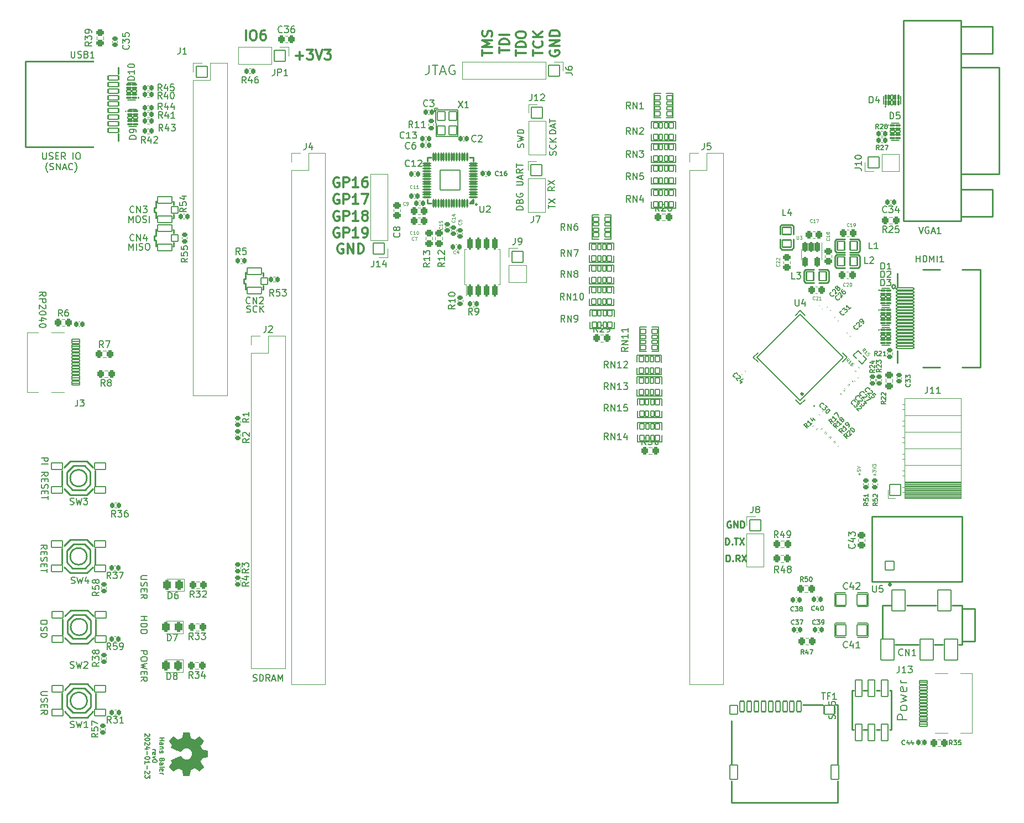
<source format=gbr>
%TF.GenerationSoftware,KiCad,Pcbnew,7.0.10*%
%TF.CreationDate,2024-01-24T08:03:13+07:00*%
%TF.ProjectId,QMTech-MiSTeX,514d5465-6368-42d4-9d69-535465582e6b,rev?*%
%TF.SameCoordinates,Original*%
%TF.FileFunction,Legend,Top*%
%TF.FilePolarity,Positive*%
%FSLAX46Y46*%
G04 Gerber Fmt 4.6, Leading zero omitted, Abs format (unit mm)*
G04 Created by KiCad (PCBNEW 7.0.10) date 2024-01-24 08:03:13*
%MOMM*%
%LPD*%
G01*
G04 APERTURE LIST*
G04 Aperture macros list*
%AMRoundRect*
0 Rectangle with rounded corners*
0 $1 Rounding radius*
0 $2 $3 $4 $5 $6 $7 $8 $9 X,Y pos of 4 corners*
0 Add a 4 corners polygon primitive as box body*
4,1,4,$2,$3,$4,$5,$6,$7,$8,$9,$2,$3,0*
0 Add four circle primitives for the rounded corners*
1,1,$1+$1,$2,$3*
1,1,$1+$1,$4,$5*
1,1,$1+$1,$6,$7*
1,1,$1+$1,$8,$9*
0 Add four rect primitives between the rounded corners*
20,1,$1+$1,$2,$3,$4,$5,0*
20,1,$1+$1,$4,$5,$6,$7,0*
20,1,$1+$1,$6,$7,$8,$9,0*
20,1,$1+$1,$8,$9,$2,$3,0*%
%AMHorizOval*
0 Thick line with rounded ends*
0 $1 width*
0 $2 $3 position (X,Y) of the first rounded end (center of the circle)*
0 $4 $5 position (X,Y) of the second rounded end (center of the circle)*
0 Add line between two ends*
20,1,$1,$2,$3,$4,$5,0*
0 Add two circle primitives to create the rounded ends*
1,1,$1,$2,$3*
1,1,$1,$4,$5*%
G04 Aperture macros list end*
%ADD10C,0.150000*%
%ADD11C,0.300000*%
%ADD12C,0.250000*%
%ADD13C,0.125000*%
%ADD14C,0.120000*%
%ADD15C,0.200000*%
%ADD16C,0.010000*%
%ADD17C,0.000000*%
%ADD18RoundRect,0.185000X0.185000X0.235000X-0.185000X0.235000X-0.185000X-0.235000X0.185000X-0.235000X0*%
%ADD19RoundRect,0.100000X0.850000X0.850000X-0.850000X0.850000X-0.850000X-0.850000X0.850000X-0.850000X0*%
%ADD20O,1.900000X1.900000*%
%ADD21RoundRect,0.275000X0.275000X0.300000X-0.275000X0.300000X-0.275000X-0.300000X0.275000X-0.300000X0*%
%ADD22RoundRect,0.100000X0.392444X-0.010607X-0.010607X0.392444X-0.392444X0.010607X0.010607X-0.392444X0*%
%ADD23RoundRect,0.190000X0.190000X0.220000X-0.190000X0.220000X-0.190000X-0.220000X0.190000X-0.220000X0*%
%ADD24RoundRect,0.250000X-0.325000X0.250000X-0.325000X-0.250000X0.325000X-0.250000X0.325000X0.250000X0*%
%ADD25RoundRect,0.100000X-0.850000X0.850000X-0.850000X-0.850000X0.850000X-0.850000X0.850000X0.850000X0*%
%ADD26RoundRect,0.190000X-0.289914X-0.021213X-0.021213X-0.289914X0.289914X0.021213X0.021213X0.289914X0*%
%ADD27RoundRect,0.100000X-0.330000X0.100000X-0.330000X-0.100000X0.330000X-0.100000X0.330000X0.100000X0*%
%ADD28RoundRect,0.100000X-0.330000X0.200000X-0.330000X-0.200000X0.330000X-0.200000X0.330000X0.200000X0*%
%ADD29RoundRect,0.190000X0.021213X-0.289914X0.289914X-0.021213X-0.021213X0.289914X-0.289914X0.021213X0*%
%ADD30RoundRect,0.100000X0.330000X-0.100000X0.330000X0.100000X-0.330000X0.100000X-0.330000X-0.100000X0*%
%ADD31RoundRect,0.100000X0.330000X-0.200000X0.330000X0.200000X-0.330000X0.200000X-0.330000X-0.200000X0*%
%ADD32RoundRect,0.293750X0.293750X0.506250X-0.293750X0.506250X-0.293750X-0.506250X0.293750X-0.506250X0*%
%ADD33RoundRect,0.190000X-0.190000X-0.220000X0.190000X-0.220000X0.190000X0.220000X-0.190000X0.220000X0*%
%ADD34RoundRect,0.100000X0.850000X0.500000X-0.850000X0.500000X-0.850000X-0.500000X0.850000X-0.500000X0*%
%ADD35RoundRect,0.190000X-0.220000X0.190000X-0.220000X-0.190000X0.220000X-0.190000X0.220000X0.190000X0*%
%ADD36C,1.900000*%
%ADD37C,4.200000*%
%ADD38RoundRect,0.200000X0.200000X-0.700000X0.200000X0.700000X-0.200000X0.700000X-0.200000X-0.700000X0*%
%ADD39RoundRect,0.100000X0.550000X0.100000X-0.550000X0.100000X-0.550000X-0.100000X0.550000X-0.100000X0*%
%ADD40RoundRect,0.100000X-0.100000X0.550000X-0.100000X-0.550000X0.100000X-0.550000X0.100000X0.550000X0*%
%ADD41RoundRect,0.100000X-0.550000X-0.100000X0.550000X-0.100000X0.550000X0.100000X-0.550000X0.100000X0*%
%ADD42RoundRect,0.100000X0.100000X-0.550000X0.100000X0.550000X-0.100000X0.550000X-0.100000X-0.550000X0*%
%ADD43RoundRect,0.100000X1.550000X1.550000X-1.550000X1.550000X-1.550000X-1.550000X1.550000X-1.550000X0*%
%ADD44RoundRect,0.100000X-0.850000X-0.850000X0.850000X-0.850000X0.850000X0.850000X-0.850000X0.850000X0*%
%ADD45R,1.680000X1.680000*%
%ADD46O,1.680000X1.680000*%
%ADD47RoundRect,0.100000X0.325000X0.400000X-0.325000X0.400000X-0.325000X-0.400000X0.325000X-0.400000X0*%
%ADD48RoundRect,0.100000X0.250000X0.400000X-0.250000X0.400000X-0.250000X-0.400000X0.250000X-0.400000X0*%
%ADD49RoundRect,0.250000X-0.250000X-0.325000X0.250000X-0.325000X0.250000X0.325000X-0.250000X0.325000X0*%
%ADD50C,1.000000*%
%ADD51C,6.200000*%
%ADD52RoundRect,0.185000X0.235000X-0.185000X0.235000X0.185000X-0.235000X0.185000X-0.235000X-0.185000X0*%
%ADD53C,3.200000*%
%ADD54RoundRect,0.100000X0.400000X-0.325000X0.400000X0.325000X-0.400000X0.325000X-0.400000X-0.325000X0*%
%ADD55RoundRect,0.100000X0.400000X-0.250000X0.400000X0.250000X-0.400000X0.250000X-0.400000X-0.250000X0*%
%ADD56HorizOval,0.380000X-0.466690X0.466690X0.466690X-0.466690X0*%
%ADD57HorizOval,0.380000X0.466690X0.466690X-0.466690X-0.466690X0*%
%ADD58RoundRect,0.050000X0.000000X-3.747666X3.747666X0.000000X0.000000X3.747666X-3.747666X0.000000X0*%
%ADD59RoundRect,0.185000X-0.185000X-0.235000X0.185000X-0.235000X0.185000X0.235000X-0.185000X0.235000X0*%
%ADD60RoundRect,0.185000X-0.235000X0.185000X-0.235000X-0.185000X0.235000X-0.185000X0.235000X0.185000X0*%
%ADD61RoundRect,0.100000X-0.100000X-0.330000X0.100000X-0.330000X0.100000X0.330000X-0.100000X0.330000X0*%
%ADD62RoundRect,0.100000X-0.200000X-0.330000X0.200000X-0.330000X0.200000X0.330000X-0.200000X0.330000X0*%
%ADD63RoundRect,0.100000X-0.565000X-0.690000X0.565000X-0.690000X0.565000X0.690000X-0.565000X0.690000X0*%
%ADD64C,0.850000*%
%ADD65RoundRect,0.100000X-0.575000X0.150000X-0.575000X-0.150000X0.575000X-0.150000X0.575000X0.150000X0*%
%ADD66O,2.300000X1.200000*%
%ADD67O,1.800000X1.200000*%
%ADD68RoundRect,0.185000X-0.296985X-0.035355X-0.035355X-0.296985X0.296985X0.035355X0.035355X0.296985X0*%
%ADD69RoundRect,0.100000X0.525000X-0.500000X0.525000X0.500000X-0.525000X0.500000X-0.525000X-0.500000X0*%
%ADD70RoundRect,0.100000X1.100000X-0.525000X1.100000X0.525000X-1.100000X0.525000X-1.100000X-0.525000X0*%
%ADD71RoundRect,0.250000X0.325000X-0.250000X0.325000X0.250000X-0.325000X0.250000X-0.325000X-0.250000X0*%
%ADD72RoundRect,0.250000X0.250000X0.325000X-0.250000X0.325000X-0.250000X-0.325000X0.250000X-0.325000X0*%
%ADD73RoundRect,0.100000X-0.745000X-0.865000X0.745000X-0.865000X0.745000X0.865000X-0.745000X0.865000X0*%
%ADD74RoundRect,0.185000X0.035355X-0.296985X0.296985X-0.035355X-0.035355X0.296985X-0.296985X0.035355X0*%
%ADD75RoundRect,0.275000X-0.300000X0.275000X-0.300000X-0.275000X0.300000X-0.275000X0.300000X0.275000X0*%
%ADD76RoundRect,0.100000X0.850000X-0.850000X0.850000X0.850000X-0.850000X0.850000X-0.850000X-0.850000X0*%
%ADD77RoundRect,0.275000X0.300000X-0.275000X0.300000X0.275000X-0.300000X0.275000X-0.300000X-0.275000X0*%
%ADD78RoundRect,0.100000X0.575000X-0.150000X0.575000X0.150000X-0.575000X0.150000X-0.575000X-0.150000X0*%
%ADD79RoundRect,0.275000X-0.275000X-0.300000X0.275000X-0.300000X0.275000X0.300000X-0.275000X0.300000X0*%
%ADD80RoundRect,0.100000X1.300000X-0.150000X1.300000X0.150000X-1.300000X0.150000X-1.300000X-0.150000X0*%
%ADD81O,3.700000X1.700000*%
%ADD82O,2.500000X1.700000*%
%ADD83RoundRect,0.100000X0.500000X1.275000X-0.500000X1.275000X-0.500000X-1.275000X0.500000X-1.275000X0*%
%ADD84RoundRect,0.100000X-0.700000X0.700000X-0.700000X-0.700000X0.700000X-0.700000X0.700000X0.700000X0*%
%ADD85C,1.600000*%
%ADD86C,2.000000*%
%ADD87C,1.200000*%
%ADD88RoundRect,0.100000X-0.350000X-0.800000X0.350000X-0.800000X0.350000X0.800000X-0.350000X0.800000X0*%
%ADD89RoundRect,0.100000X-0.600000X-0.700000X0.600000X-0.700000X0.600000X0.700000X-0.600000X0.700000X0*%
%ADD90RoundRect,0.100000X-0.600000X-1.100000X0.600000X-1.100000X0.600000X1.100000X-0.600000X1.100000X0*%
%ADD91RoundRect,0.100000X-0.800000X-0.700000X0.800000X-0.700000X0.800000X0.700000X-0.800000X0.700000X0*%
%ADD92RoundRect,0.100000X-0.325000X-0.400000X0.325000X-0.400000X0.325000X0.400000X-0.325000X0.400000X0*%
%ADD93RoundRect,0.100000X-0.250000X-0.400000X0.250000X-0.400000X0.250000X0.400000X-0.250000X0.400000X0*%
%ADD94RoundRect,0.200000X-0.200000X0.562500X-0.200000X-0.562500X0.200000X-0.562500X0.200000X0.562500X0*%
%ADD95RoundRect,0.100000X-0.600000X0.700000X-0.600000X-0.700000X0.600000X-0.700000X0.600000X0.700000X0*%
%ADD96RoundRect,0.100000X-0.690000X0.565000X-0.690000X-0.565000X0.690000X-0.565000X0.690000X0.565000X0*%
%ADD97RoundRect,0.190000X0.289914X0.021213X0.021213X0.289914X-0.289914X-0.021213X-0.021213X-0.289914X0*%
%ADD98RoundRect,0.100000X-0.800000X0.350000X-0.800000X-0.350000X0.800000X-0.350000X0.800000X0.350000X0*%
%ADD99O,3.900000X2.000000*%
%ADD100C,1.300000*%
%ADD101RoundRect,0.100000X1.000000X1.600000X-1.000000X1.600000X-1.000000X-1.600000X1.000000X-1.600000X0*%
%ADD102RoundRect,0.190000X0.220000X-0.190000X0.220000X0.190000X-0.220000X0.190000X-0.220000X-0.190000X0*%
G04 APERTURE END LIST*
D10*
X112920180Y-122155179D02*
X112110657Y-122155179D01*
X112110657Y-122155179D02*
X112015419Y-122202798D01*
X112015419Y-122202798D02*
X111967800Y-122250417D01*
X111967800Y-122250417D02*
X111920180Y-122345655D01*
X111920180Y-122345655D02*
X111920180Y-122536131D01*
X111920180Y-122536131D02*
X111967800Y-122631369D01*
X111967800Y-122631369D02*
X112015419Y-122678988D01*
X112015419Y-122678988D02*
X112110657Y-122726607D01*
X112110657Y-122726607D02*
X112920180Y-122726607D01*
X111967800Y-123155179D02*
X111920180Y-123298036D01*
X111920180Y-123298036D02*
X111920180Y-123536131D01*
X111920180Y-123536131D02*
X111967800Y-123631369D01*
X111967800Y-123631369D02*
X112015419Y-123678988D01*
X112015419Y-123678988D02*
X112110657Y-123726607D01*
X112110657Y-123726607D02*
X112205895Y-123726607D01*
X112205895Y-123726607D02*
X112301133Y-123678988D01*
X112301133Y-123678988D02*
X112348752Y-123631369D01*
X112348752Y-123631369D02*
X112396371Y-123536131D01*
X112396371Y-123536131D02*
X112443990Y-123345655D01*
X112443990Y-123345655D02*
X112491609Y-123250417D01*
X112491609Y-123250417D02*
X112539228Y-123202798D01*
X112539228Y-123202798D02*
X112634466Y-123155179D01*
X112634466Y-123155179D02*
X112729704Y-123155179D01*
X112729704Y-123155179D02*
X112824942Y-123202798D01*
X112824942Y-123202798D02*
X112872561Y-123250417D01*
X112872561Y-123250417D02*
X112920180Y-123345655D01*
X112920180Y-123345655D02*
X112920180Y-123583750D01*
X112920180Y-123583750D02*
X112872561Y-123726607D01*
X112443990Y-124155179D02*
X112443990Y-124488512D01*
X111920180Y-124631369D02*
X111920180Y-124155179D01*
X111920180Y-124155179D02*
X112920180Y-124155179D01*
X112920180Y-124155179D02*
X112920180Y-124631369D01*
X111920180Y-125631369D02*
X112396371Y-125298036D01*
X111920180Y-125059941D02*
X112920180Y-125059941D01*
X112920180Y-125059941D02*
X112920180Y-125440893D01*
X112920180Y-125440893D02*
X112872561Y-125536131D01*
X112872561Y-125536131D02*
X112824942Y-125583750D01*
X112824942Y-125583750D02*
X112729704Y-125631369D01*
X112729704Y-125631369D02*
X112586847Y-125631369D01*
X112586847Y-125631369D02*
X112491609Y-125583750D01*
X112491609Y-125583750D02*
X112443990Y-125536131D01*
X112443990Y-125536131D02*
X112396371Y-125440893D01*
X112396371Y-125440893D02*
X112396371Y-125059941D01*
X96396180Y-79267207D02*
X96872371Y-78933874D01*
X96396180Y-78695779D02*
X97396180Y-78695779D01*
X97396180Y-78695779D02*
X97396180Y-79076731D01*
X97396180Y-79076731D02*
X97348561Y-79171969D01*
X97348561Y-79171969D02*
X97300942Y-79219588D01*
X97300942Y-79219588D02*
X97205704Y-79267207D01*
X97205704Y-79267207D02*
X97062847Y-79267207D01*
X97062847Y-79267207D02*
X96967609Y-79219588D01*
X96967609Y-79219588D02*
X96919990Y-79171969D01*
X96919990Y-79171969D02*
X96872371Y-79076731D01*
X96872371Y-79076731D02*
X96872371Y-78695779D01*
X96396180Y-79695779D02*
X97396180Y-79695779D01*
X97396180Y-79695779D02*
X97396180Y-80076731D01*
X97396180Y-80076731D02*
X97348561Y-80171969D01*
X97348561Y-80171969D02*
X97300942Y-80219588D01*
X97300942Y-80219588D02*
X97205704Y-80267207D01*
X97205704Y-80267207D02*
X97062847Y-80267207D01*
X97062847Y-80267207D02*
X96967609Y-80219588D01*
X96967609Y-80219588D02*
X96919990Y-80171969D01*
X96919990Y-80171969D02*
X96872371Y-80076731D01*
X96872371Y-80076731D02*
X96872371Y-79695779D01*
X97300942Y-80648160D02*
X97348561Y-80695779D01*
X97348561Y-80695779D02*
X97396180Y-80791017D01*
X97396180Y-80791017D02*
X97396180Y-81029112D01*
X97396180Y-81029112D02*
X97348561Y-81124350D01*
X97348561Y-81124350D02*
X97300942Y-81171969D01*
X97300942Y-81171969D02*
X97205704Y-81219588D01*
X97205704Y-81219588D02*
X97110466Y-81219588D01*
X97110466Y-81219588D02*
X96967609Y-81171969D01*
X96967609Y-81171969D02*
X96396180Y-80600541D01*
X96396180Y-80600541D02*
X96396180Y-81219588D01*
X97396180Y-81838636D02*
X97396180Y-81933874D01*
X97396180Y-81933874D02*
X97348561Y-82029112D01*
X97348561Y-82029112D02*
X97300942Y-82076731D01*
X97300942Y-82076731D02*
X97205704Y-82124350D01*
X97205704Y-82124350D02*
X97015228Y-82171969D01*
X97015228Y-82171969D02*
X96777133Y-82171969D01*
X96777133Y-82171969D02*
X96586657Y-82124350D01*
X96586657Y-82124350D02*
X96491419Y-82076731D01*
X96491419Y-82076731D02*
X96443800Y-82029112D01*
X96443800Y-82029112D02*
X96396180Y-81933874D01*
X96396180Y-81933874D02*
X96396180Y-81838636D01*
X96396180Y-81838636D02*
X96443800Y-81743398D01*
X96443800Y-81743398D02*
X96491419Y-81695779D01*
X96491419Y-81695779D02*
X96586657Y-81648160D01*
X96586657Y-81648160D02*
X96777133Y-81600541D01*
X96777133Y-81600541D02*
X97015228Y-81600541D01*
X97015228Y-81600541D02*
X97205704Y-81648160D01*
X97205704Y-81648160D02*
X97300942Y-81695779D01*
X97300942Y-81695779D02*
X97348561Y-81743398D01*
X97348561Y-81743398D02*
X97396180Y-81838636D01*
X97062847Y-83029112D02*
X96396180Y-83029112D01*
X97443800Y-82791017D02*
X96729514Y-82552922D01*
X96729514Y-82552922D02*
X96729514Y-83171969D01*
X97396180Y-83743398D02*
X97396180Y-83838636D01*
X97396180Y-83838636D02*
X97348561Y-83933874D01*
X97348561Y-83933874D02*
X97300942Y-83981493D01*
X97300942Y-83981493D02*
X97205704Y-84029112D01*
X97205704Y-84029112D02*
X97015228Y-84076731D01*
X97015228Y-84076731D02*
X96777133Y-84076731D01*
X96777133Y-84076731D02*
X96586657Y-84029112D01*
X96586657Y-84029112D02*
X96491419Y-83981493D01*
X96491419Y-83981493D02*
X96443800Y-83933874D01*
X96443800Y-83933874D02*
X96396180Y-83838636D01*
X96396180Y-83838636D02*
X96396180Y-83743398D01*
X96396180Y-83743398D02*
X96443800Y-83648160D01*
X96443800Y-83648160D02*
X96491419Y-83600541D01*
X96491419Y-83600541D02*
X96586657Y-83552922D01*
X96586657Y-83552922D02*
X96777133Y-83505303D01*
X96777133Y-83505303D02*
X97015228Y-83505303D01*
X97015228Y-83505303D02*
X97205704Y-83552922D01*
X97205704Y-83552922D02*
X97300942Y-83600541D01*
X97300942Y-83600541D02*
X97348561Y-83648160D01*
X97348561Y-83648160D02*
X97396180Y-83743398D01*
X96700980Y-104044979D02*
X97700980Y-104044979D01*
X97700980Y-104044979D02*
X97700980Y-104425931D01*
X97700980Y-104425931D02*
X97653361Y-104521169D01*
X97653361Y-104521169D02*
X97605742Y-104568788D01*
X97605742Y-104568788D02*
X97510504Y-104616407D01*
X97510504Y-104616407D02*
X97367647Y-104616407D01*
X97367647Y-104616407D02*
X97272409Y-104568788D01*
X97272409Y-104568788D02*
X97224790Y-104521169D01*
X97224790Y-104521169D02*
X97177171Y-104425931D01*
X97177171Y-104425931D02*
X97177171Y-104044979D01*
X96700980Y-105044979D02*
X97700980Y-105044979D01*
X96700980Y-106854502D02*
X97177171Y-106521169D01*
X96700980Y-106283074D02*
X97700980Y-106283074D01*
X97700980Y-106283074D02*
X97700980Y-106664026D01*
X97700980Y-106664026D02*
X97653361Y-106759264D01*
X97653361Y-106759264D02*
X97605742Y-106806883D01*
X97605742Y-106806883D02*
X97510504Y-106854502D01*
X97510504Y-106854502D02*
X97367647Y-106854502D01*
X97367647Y-106854502D02*
X97272409Y-106806883D01*
X97272409Y-106806883D02*
X97224790Y-106759264D01*
X97224790Y-106759264D02*
X97177171Y-106664026D01*
X97177171Y-106664026D02*
X97177171Y-106283074D01*
X97224790Y-107283074D02*
X97224790Y-107616407D01*
X96700980Y-107759264D02*
X96700980Y-107283074D01*
X96700980Y-107283074D02*
X97700980Y-107283074D01*
X97700980Y-107283074D02*
X97700980Y-107759264D01*
X96748600Y-108140217D02*
X96700980Y-108283074D01*
X96700980Y-108283074D02*
X96700980Y-108521169D01*
X96700980Y-108521169D02*
X96748600Y-108616407D01*
X96748600Y-108616407D02*
X96796219Y-108664026D01*
X96796219Y-108664026D02*
X96891457Y-108711645D01*
X96891457Y-108711645D02*
X96986695Y-108711645D01*
X96986695Y-108711645D02*
X97081933Y-108664026D01*
X97081933Y-108664026D02*
X97129552Y-108616407D01*
X97129552Y-108616407D02*
X97177171Y-108521169D01*
X97177171Y-108521169D02*
X97224790Y-108330693D01*
X97224790Y-108330693D02*
X97272409Y-108235455D01*
X97272409Y-108235455D02*
X97320028Y-108187836D01*
X97320028Y-108187836D02*
X97415266Y-108140217D01*
X97415266Y-108140217D02*
X97510504Y-108140217D01*
X97510504Y-108140217D02*
X97605742Y-108187836D01*
X97605742Y-108187836D02*
X97653361Y-108235455D01*
X97653361Y-108235455D02*
X97700980Y-108330693D01*
X97700980Y-108330693D02*
X97700980Y-108568788D01*
X97700980Y-108568788D02*
X97653361Y-108711645D01*
X97224790Y-109140217D02*
X97224790Y-109473550D01*
X96700980Y-109616407D02*
X96700980Y-109140217D01*
X96700980Y-109140217D02*
X97700980Y-109140217D01*
X97700980Y-109140217D02*
X97700980Y-109616407D01*
X97700980Y-109902122D02*
X97700980Y-110473550D01*
X96700980Y-110187836D02*
X97700980Y-110187836D01*
D11*
X169395228Y-42484174D02*
X169395228Y-41627032D01*
X170895228Y-42055603D02*
X169395228Y-42055603D01*
X170895228Y-41127032D02*
X169395228Y-41127032D01*
X169395228Y-41127032D02*
X169395228Y-40769889D01*
X169395228Y-40769889D02*
X169466657Y-40555603D01*
X169466657Y-40555603D02*
X169609514Y-40412746D01*
X169609514Y-40412746D02*
X169752371Y-40341317D01*
X169752371Y-40341317D02*
X170038085Y-40269889D01*
X170038085Y-40269889D02*
X170252371Y-40269889D01*
X170252371Y-40269889D02*
X170538085Y-40341317D01*
X170538085Y-40341317D02*
X170680942Y-40412746D01*
X170680942Y-40412746D02*
X170823800Y-40555603D01*
X170823800Y-40555603D02*
X170895228Y-40769889D01*
X170895228Y-40769889D02*
X170895228Y-41127032D01*
X169395228Y-39341317D02*
X169395228Y-39055603D01*
X169395228Y-39055603D02*
X169466657Y-38912746D01*
X169466657Y-38912746D02*
X169609514Y-38769889D01*
X169609514Y-38769889D02*
X169895228Y-38698460D01*
X169895228Y-38698460D02*
X170395228Y-38698460D01*
X170395228Y-38698460D02*
X170680942Y-38769889D01*
X170680942Y-38769889D02*
X170823800Y-38912746D01*
X170823800Y-38912746D02*
X170895228Y-39055603D01*
X170895228Y-39055603D02*
X170895228Y-39341317D01*
X170895228Y-39341317D02*
X170823800Y-39484175D01*
X170823800Y-39484175D02*
X170680942Y-39627032D01*
X170680942Y-39627032D02*
X170395228Y-39698460D01*
X170395228Y-39698460D02*
X169895228Y-39698460D01*
X169895228Y-39698460D02*
X169609514Y-39627032D01*
X169609514Y-39627032D02*
X169466657Y-39484175D01*
X169466657Y-39484175D02*
X169395228Y-39341317D01*
D10*
X128152760Y-81711800D02*
X128295617Y-81759419D01*
X128295617Y-81759419D02*
X128533712Y-81759419D01*
X128533712Y-81759419D02*
X128628950Y-81711800D01*
X128628950Y-81711800D02*
X128676569Y-81664180D01*
X128676569Y-81664180D02*
X128724188Y-81568942D01*
X128724188Y-81568942D02*
X128724188Y-81473704D01*
X128724188Y-81473704D02*
X128676569Y-81378466D01*
X128676569Y-81378466D02*
X128628950Y-81330847D01*
X128628950Y-81330847D02*
X128533712Y-81283228D01*
X128533712Y-81283228D02*
X128343236Y-81235609D01*
X128343236Y-81235609D02*
X128247998Y-81187990D01*
X128247998Y-81187990D02*
X128200379Y-81140371D01*
X128200379Y-81140371D02*
X128152760Y-81045133D01*
X128152760Y-81045133D02*
X128152760Y-80949895D01*
X128152760Y-80949895D02*
X128200379Y-80854657D01*
X128200379Y-80854657D02*
X128247998Y-80807038D01*
X128247998Y-80807038D02*
X128343236Y-80759419D01*
X128343236Y-80759419D02*
X128581331Y-80759419D01*
X128581331Y-80759419D02*
X128724188Y-80807038D01*
X129724188Y-81664180D02*
X129676569Y-81711800D01*
X129676569Y-81711800D02*
X129533712Y-81759419D01*
X129533712Y-81759419D02*
X129438474Y-81759419D01*
X129438474Y-81759419D02*
X129295617Y-81711800D01*
X129295617Y-81711800D02*
X129200379Y-81616561D01*
X129200379Y-81616561D02*
X129152760Y-81521323D01*
X129152760Y-81521323D02*
X129105141Y-81330847D01*
X129105141Y-81330847D02*
X129105141Y-81187990D01*
X129105141Y-81187990D02*
X129152760Y-80997514D01*
X129152760Y-80997514D02*
X129200379Y-80902276D01*
X129200379Y-80902276D02*
X129295617Y-80807038D01*
X129295617Y-80807038D02*
X129438474Y-80759419D01*
X129438474Y-80759419D02*
X129533712Y-80759419D01*
X129533712Y-80759419D02*
X129676569Y-80807038D01*
X129676569Y-80807038D02*
X129724188Y-80854657D01*
X130152760Y-81759419D02*
X130152760Y-80759419D01*
X130724188Y-81759419D02*
X130295617Y-81187990D01*
X130724188Y-80759419D02*
X130152760Y-81330847D01*
D12*
X202246777Y-113821838D02*
X202151539Y-113774219D01*
X202151539Y-113774219D02*
X202008682Y-113774219D01*
X202008682Y-113774219D02*
X201865825Y-113821838D01*
X201865825Y-113821838D02*
X201770587Y-113917076D01*
X201770587Y-113917076D02*
X201722968Y-114012314D01*
X201722968Y-114012314D02*
X201675349Y-114202790D01*
X201675349Y-114202790D02*
X201675349Y-114345647D01*
X201675349Y-114345647D02*
X201722968Y-114536123D01*
X201722968Y-114536123D02*
X201770587Y-114631361D01*
X201770587Y-114631361D02*
X201865825Y-114726600D01*
X201865825Y-114726600D02*
X202008682Y-114774219D01*
X202008682Y-114774219D02*
X202103920Y-114774219D01*
X202103920Y-114774219D02*
X202246777Y-114726600D01*
X202246777Y-114726600D02*
X202294396Y-114678980D01*
X202294396Y-114678980D02*
X202294396Y-114345647D01*
X202294396Y-114345647D02*
X202103920Y-114345647D01*
X202722968Y-114774219D02*
X202722968Y-113774219D01*
X202722968Y-113774219D02*
X203294396Y-114774219D01*
X203294396Y-114774219D02*
X203294396Y-113774219D01*
X203770587Y-114774219D02*
X203770587Y-113774219D01*
X203770587Y-113774219D02*
X204008682Y-113774219D01*
X204008682Y-113774219D02*
X204151539Y-113821838D01*
X204151539Y-113821838D02*
X204246777Y-113917076D01*
X204246777Y-113917076D02*
X204294396Y-114012314D01*
X204294396Y-114012314D02*
X204342015Y-114202790D01*
X204342015Y-114202790D02*
X204342015Y-114345647D01*
X204342015Y-114345647D02*
X204294396Y-114536123D01*
X204294396Y-114536123D02*
X204246777Y-114631361D01*
X204246777Y-114631361D02*
X204151539Y-114726600D01*
X204151539Y-114726600D02*
X204008682Y-114774219D01*
X204008682Y-114774219D02*
X203770587Y-114774219D01*
D10*
X175307619Y-62540992D02*
X174831428Y-62874325D01*
X175307619Y-63112420D02*
X174307619Y-63112420D01*
X174307619Y-63112420D02*
X174307619Y-62731468D01*
X174307619Y-62731468D02*
X174355238Y-62636230D01*
X174355238Y-62636230D02*
X174402857Y-62588611D01*
X174402857Y-62588611D02*
X174498095Y-62540992D01*
X174498095Y-62540992D02*
X174640952Y-62540992D01*
X174640952Y-62540992D02*
X174736190Y-62588611D01*
X174736190Y-62588611D02*
X174783809Y-62636230D01*
X174783809Y-62636230D02*
X174831428Y-62731468D01*
X174831428Y-62731468D02*
X174831428Y-63112420D01*
X174307619Y-62207658D02*
X175307619Y-61540992D01*
X174307619Y-61540992D02*
X175307619Y-62207658D01*
D13*
X224277833Y-106834316D02*
X224277833Y-106453364D01*
X224468309Y-106643840D02*
X224087357Y-106643840D01*
X223968309Y-106262887D02*
X223968309Y-105953363D01*
X223968309Y-105953363D02*
X224158785Y-106120030D01*
X224158785Y-106120030D02*
X224158785Y-106048601D01*
X224158785Y-106048601D02*
X224182595Y-106000982D01*
X224182595Y-106000982D02*
X224206404Y-105977173D01*
X224206404Y-105977173D02*
X224254023Y-105953363D01*
X224254023Y-105953363D02*
X224373071Y-105953363D01*
X224373071Y-105953363D02*
X224420690Y-105977173D01*
X224420690Y-105977173D02*
X224444500Y-106000982D01*
X224444500Y-106000982D02*
X224468309Y-106048601D01*
X224468309Y-106048601D02*
X224468309Y-106191458D01*
X224468309Y-106191458D02*
X224444500Y-106239077D01*
X224444500Y-106239077D02*
X224420690Y-106262887D01*
X223968309Y-105810506D02*
X224468309Y-105643840D01*
X224468309Y-105643840D02*
X223968309Y-105477173D01*
X223968309Y-105358126D02*
X223968309Y-105048602D01*
X223968309Y-105048602D02*
X224158785Y-105215269D01*
X224158785Y-105215269D02*
X224158785Y-105143840D01*
X224158785Y-105143840D02*
X224182595Y-105096221D01*
X224182595Y-105096221D02*
X224206404Y-105072412D01*
X224206404Y-105072412D02*
X224254023Y-105048602D01*
X224254023Y-105048602D02*
X224373071Y-105048602D01*
X224373071Y-105048602D02*
X224420690Y-105072412D01*
X224420690Y-105072412D02*
X224444500Y-105096221D01*
X224444500Y-105096221D02*
X224468309Y-105143840D01*
X224468309Y-105143840D02*
X224468309Y-105286697D01*
X224468309Y-105286697D02*
X224444500Y-105334316D01*
X224444500Y-105334316D02*
X224420690Y-105358126D01*
D10*
X110064779Y-67992619D02*
X110064779Y-66992619D01*
X110064779Y-66992619D02*
X110398112Y-67706904D01*
X110398112Y-67706904D02*
X110731445Y-66992619D01*
X110731445Y-66992619D02*
X110731445Y-67992619D01*
X111398112Y-66992619D02*
X111588588Y-66992619D01*
X111588588Y-66992619D02*
X111683826Y-67040238D01*
X111683826Y-67040238D02*
X111779064Y-67135476D01*
X111779064Y-67135476D02*
X111826683Y-67325952D01*
X111826683Y-67325952D02*
X111826683Y-67659285D01*
X111826683Y-67659285D02*
X111779064Y-67849761D01*
X111779064Y-67849761D02*
X111683826Y-67945000D01*
X111683826Y-67945000D02*
X111588588Y-67992619D01*
X111588588Y-67992619D02*
X111398112Y-67992619D01*
X111398112Y-67992619D02*
X111302874Y-67945000D01*
X111302874Y-67945000D02*
X111207636Y-67849761D01*
X111207636Y-67849761D02*
X111160017Y-67659285D01*
X111160017Y-67659285D02*
X111160017Y-67325952D01*
X111160017Y-67325952D02*
X111207636Y-67135476D01*
X111207636Y-67135476D02*
X111302874Y-67040238D01*
X111302874Y-67040238D02*
X111398112Y-66992619D01*
X112207636Y-67945000D02*
X112350493Y-67992619D01*
X112350493Y-67992619D02*
X112588588Y-67992619D01*
X112588588Y-67992619D02*
X112683826Y-67945000D01*
X112683826Y-67945000D02*
X112731445Y-67897380D01*
X112731445Y-67897380D02*
X112779064Y-67802142D01*
X112779064Y-67802142D02*
X112779064Y-67706904D01*
X112779064Y-67706904D02*
X112731445Y-67611666D01*
X112731445Y-67611666D02*
X112683826Y-67564047D01*
X112683826Y-67564047D02*
X112588588Y-67516428D01*
X112588588Y-67516428D02*
X112398112Y-67468809D01*
X112398112Y-67468809D02*
X112302874Y-67421190D01*
X112302874Y-67421190D02*
X112255255Y-67373571D01*
X112255255Y-67373571D02*
X112207636Y-67278333D01*
X112207636Y-67278333D02*
X112207636Y-67183095D01*
X112207636Y-67183095D02*
X112255255Y-67087857D01*
X112255255Y-67087857D02*
X112302874Y-67040238D01*
X112302874Y-67040238D02*
X112398112Y-66992619D01*
X112398112Y-66992619D02*
X112636207Y-66992619D01*
X112636207Y-66992619D02*
X112779064Y-67040238D01*
X113207636Y-67992619D02*
X113207636Y-66992619D01*
X170535600Y-56479839D02*
X170583219Y-56336982D01*
X170583219Y-56336982D02*
X170583219Y-56098887D01*
X170583219Y-56098887D02*
X170535600Y-56003649D01*
X170535600Y-56003649D02*
X170487980Y-55956030D01*
X170487980Y-55956030D02*
X170392742Y-55908411D01*
X170392742Y-55908411D02*
X170297504Y-55908411D01*
X170297504Y-55908411D02*
X170202266Y-55956030D01*
X170202266Y-55956030D02*
X170154647Y-56003649D01*
X170154647Y-56003649D02*
X170107028Y-56098887D01*
X170107028Y-56098887D02*
X170059409Y-56289363D01*
X170059409Y-56289363D02*
X170011790Y-56384601D01*
X170011790Y-56384601D02*
X169964171Y-56432220D01*
X169964171Y-56432220D02*
X169868933Y-56479839D01*
X169868933Y-56479839D02*
X169773695Y-56479839D01*
X169773695Y-56479839D02*
X169678457Y-56432220D01*
X169678457Y-56432220D02*
X169630838Y-56384601D01*
X169630838Y-56384601D02*
X169583219Y-56289363D01*
X169583219Y-56289363D02*
X169583219Y-56051268D01*
X169583219Y-56051268D02*
X169630838Y-55908411D01*
X169583219Y-55575077D02*
X170583219Y-55336982D01*
X170583219Y-55336982D02*
X169868933Y-55146506D01*
X169868933Y-55146506D02*
X170583219Y-54956030D01*
X170583219Y-54956030D02*
X169583219Y-54717935D01*
X170583219Y-54336982D02*
X169583219Y-54336982D01*
X169583219Y-54336982D02*
X169583219Y-54098887D01*
X169583219Y-54098887D02*
X169630838Y-53956030D01*
X169630838Y-53956030D02*
X169726076Y-53860792D01*
X169726076Y-53860792D02*
X169821314Y-53813173D01*
X169821314Y-53813173D02*
X170011790Y-53765554D01*
X170011790Y-53765554D02*
X170154647Y-53765554D01*
X170154647Y-53765554D02*
X170345123Y-53813173D01*
X170345123Y-53813173D02*
X170440361Y-53860792D01*
X170440361Y-53860792D02*
X170535600Y-53956030D01*
X170535600Y-53956030D02*
X170583219Y-54098887D01*
X170583219Y-54098887D02*
X170583219Y-54336982D01*
D11*
X142259425Y-61135657D02*
X142116568Y-61064228D01*
X142116568Y-61064228D02*
X141902282Y-61064228D01*
X141902282Y-61064228D02*
X141687996Y-61135657D01*
X141687996Y-61135657D02*
X141545139Y-61278514D01*
X141545139Y-61278514D02*
X141473710Y-61421371D01*
X141473710Y-61421371D02*
X141402282Y-61707085D01*
X141402282Y-61707085D02*
X141402282Y-61921371D01*
X141402282Y-61921371D02*
X141473710Y-62207085D01*
X141473710Y-62207085D02*
X141545139Y-62349942D01*
X141545139Y-62349942D02*
X141687996Y-62492800D01*
X141687996Y-62492800D02*
X141902282Y-62564228D01*
X141902282Y-62564228D02*
X142045139Y-62564228D01*
X142045139Y-62564228D02*
X142259425Y-62492800D01*
X142259425Y-62492800D02*
X142330853Y-62421371D01*
X142330853Y-62421371D02*
X142330853Y-61921371D01*
X142330853Y-61921371D02*
X142045139Y-61921371D01*
X142973710Y-62564228D02*
X142973710Y-61064228D01*
X142973710Y-61064228D02*
X143545139Y-61064228D01*
X143545139Y-61064228D02*
X143687996Y-61135657D01*
X143687996Y-61135657D02*
X143759425Y-61207085D01*
X143759425Y-61207085D02*
X143830853Y-61349942D01*
X143830853Y-61349942D02*
X143830853Y-61564228D01*
X143830853Y-61564228D02*
X143759425Y-61707085D01*
X143759425Y-61707085D02*
X143687996Y-61778514D01*
X143687996Y-61778514D02*
X143545139Y-61849942D01*
X143545139Y-61849942D02*
X142973710Y-61849942D01*
X145259425Y-62564228D02*
X144402282Y-62564228D01*
X144830853Y-62564228D02*
X144830853Y-61064228D01*
X144830853Y-61064228D02*
X144687996Y-61278514D01*
X144687996Y-61278514D02*
X144545139Y-61421371D01*
X144545139Y-61421371D02*
X144402282Y-61492800D01*
X146545139Y-61064228D02*
X146259424Y-61064228D01*
X146259424Y-61064228D02*
X146116567Y-61135657D01*
X146116567Y-61135657D02*
X146045139Y-61207085D01*
X146045139Y-61207085D02*
X145902281Y-61421371D01*
X145902281Y-61421371D02*
X145830853Y-61707085D01*
X145830853Y-61707085D02*
X145830853Y-62278514D01*
X145830853Y-62278514D02*
X145902281Y-62421371D01*
X145902281Y-62421371D02*
X145973710Y-62492800D01*
X145973710Y-62492800D02*
X146116567Y-62564228D01*
X146116567Y-62564228D02*
X146402281Y-62564228D01*
X146402281Y-62564228D02*
X146545139Y-62492800D01*
X146545139Y-62492800D02*
X146616567Y-62421371D01*
X146616567Y-62421371D02*
X146687996Y-62278514D01*
X146687996Y-62278514D02*
X146687996Y-61921371D01*
X146687996Y-61921371D02*
X146616567Y-61778514D01*
X146616567Y-61778514D02*
X146545139Y-61707085D01*
X146545139Y-61707085D02*
X146402281Y-61635657D01*
X146402281Y-61635657D02*
X146116567Y-61635657D01*
X146116567Y-61635657D02*
X145973710Y-61707085D01*
X145973710Y-61707085D02*
X145902281Y-61778514D01*
X145902281Y-61778514D02*
X145830853Y-61921371D01*
D13*
X221941033Y-106732716D02*
X221941033Y-106351764D01*
X222131509Y-106542240D02*
X221750557Y-106542240D01*
X221631509Y-105875573D02*
X221631509Y-106113668D01*
X221631509Y-106113668D02*
X221869604Y-106137477D01*
X221869604Y-106137477D02*
X221845795Y-106113668D01*
X221845795Y-106113668D02*
X221821985Y-106066049D01*
X221821985Y-106066049D02*
X221821985Y-105947001D01*
X221821985Y-105947001D02*
X221845795Y-105899382D01*
X221845795Y-105899382D02*
X221869604Y-105875573D01*
X221869604Y-105875573D02*
X221917223Y-105851763D01*
X221917223Y-105851763D02*
X222036271Y-105851763D01*
X222036271Y-105851763D02*
X222083890Y-105875573D01*
X222083890Y-105875573D02*
X222107700Y-105899382D01*
X222107700Y-105899382D02*
X222131509Y-105947001D01*
X222131509Y-105947001D02*
X222131509Y-106066049D01*
X222131509Y-106066049D02*
X222107700Y-106113668D01*
X222107700Y-106113668D02*
X222083890Y-106137477D01*
X221631509Y-105708906D02*
X222131509Y-105542240D01*
X222131509Y-105542240D02*
X221631509Y-105375573D01*
D10*
X175463200Y-57673639D02*
X175510819Y-57530782D01*
X175510819Y-57530782D02*
X175510819Y-57292687D01*
X175510819Y-57292687D02*
X175463200Y-57197449D01*
X175463200Y-57197449D02*
X175415580Y-57149830D01*
X175415580Y-57149830D02*
X175320342Y-57102211D01*
X175320342Y-57102211D02*
X175225104Y-57102211D01*
X175225104Y-57102211D02*
X175129866Y-57149830D01*
X175129866Y-57149830D02*
X175082247Y-57197449D01*
X175082247Y-57197449D02*
X175034628Y-57292687D01*
X175034628Y-57292687D02*
X174987009Y-57483163D01*
X174987009Y-57483163D02*
X174939390Y-57578401D01*
X174939390Y-57578401D02*
X174891771Y-57626020D01*
X174891771Y-57626020D02*
X174796533Y-57673639D01*
X174796533Y-57673639D02*
X174701295Y-57673639D01*
X174701295Y-57673639D02*
X174606057Y-57626020D01*
X174606057Y-57626020D02*
X174558438Y-57578401D01*
X174558438Y-57578401D02*
X174510819Y-57483163D01*
X174510819Y-57483163D02*
X174510819Y-57245068D01*
X174510819Y-57245068D02*
X174558438Y-57102211D01*
X175415580Y-56102211D02*
X175463200Y-56149830D01*
X175463200Y-56149830D02*
X175510819Y-56292687D01*
X175510819Y-56292687D02*
X175510819Y-56387925D01*
X175510819Y-56387925D02*
X175463200Y-56530782D01*
X175463200Y-56530782D02*
X175367961Y-56626020D01*
X175367961Y-56626020D02*
X175272723Y-56673639D01*
X175272723Y-56673639D02*
X175082247Y-56721258D01*
X175082247Y-56721258D02*
X174939390Y-56721258D01*
X174939390Y-56721258D02*
X174748914Y-56673639D01*
X174748914Y-56673639D02*
X174653676Y-56626020D01*
X174653676Y-56626020D02*
X174558438Y-56530782D01*
X174558438Y-56530782D02*
X174510819Y-56387925D01*
X174510819Y-56387925D02*
X174510819Y-56292687D01*
X174510819Y-56292687D02*
X174558438Y-56149830D01*
X174558438Y-56149830D02*
X174606057Y-56102211D01*
X175510819Y-55673639D02*
X174510819Y-55673639D01*
X175510819Y-55102211D02*
X174939390Y-55530782D01*
X174510819Y-55102211D02*
X175082247Y-55673639D01*
X97641780Y-139911379D02*
X96832257Y-139911379D01*
X96832257Y-139911379D02*
X96737019Y-139958998D01*
X96737019Y-139958998D02*
X96689400Y-140006617D01*
X96689400Y-140006617D02*
X96641780Y-140101855D01*
X96641780Y-140101855D02*
X96641780Y-140292331D01*
X96641780Y-140292331D02*
X96689400Y-140387569D01*
X96689400Y-140387569D02*
X96737019Y-140435188D01*
X96737019Y-140435188D02*
X96832257Y-140482807D01*
X96832257Y-140482807D02*
X97641780Y-140482807D01*
X96689400Y-140911379D02*
X96641780Y-141054236D01*
X96641780Y-141054236D02*
X96641780Y-141292331D01*
X96641780Y-141292331D02*
X96689400Y-141387569D01*
X96689400Y-141387569D02*
X96737019Y-141435188D01*
X96737019Y-141435188D02*
X96832257Y-141482807D01*
X96832257Y-141482807D02*
X96927495Y-141482807D01*
X96927495Y-141482807D02*
X97022733Y-141435188D01*
X97022733Y-141435188D02*
X97070352Y-141387569D01*
X97070352Y-141387569D02*
X97117971Y-141292331D01*
X97117971Y-141292331D02*
X97165590Y-141101855D01*
X97165590Y-141101855D02*
X97213209Y-141006617D01*
X97213209Y-141006617D02*
X97260828Y-140958998D01*
X97260828Y-140958998D02*
X97356066Y-140911379D01*
X97356066Y-140911379D02*
X97451304Y-140911379D01*
X97451304Y-140911379D02*
X97546542Y-140958998D01*
X97546542Y-140958998D02*
X97594161Y-141006617D01*
X97594161Y-141006617D02*
X97641780Y-141101855D01*
X97641780Y-141101855D02*
X97641780Y-141339950D01*
X97641780Y-141339950D02*
X97594161Y-141482807D01*
X97165590Y-141911379D02*
X97165590Y-142244712D01*
X96641780Y-142387569D02*
X96641780Y-141911379D01*
X96641780Y-141911379D02*
X97641780Y-141911379D01*
X97641780Y-141911379D02*
X97641780Y-142387569D01*
X96641780Y-143387569D02*
X97117971Y-143054236D01*
X96641780Y-142816141D02*
X97641780Y-142816141D01*
X97641780Y-142816141D02*
X97641780Y-143197093D01*
X97641780Y-143197093D02*
X97594161Y-143292331D01*
X97594161Y-143292331D02*
X97546542Y-143339950D01*
X97546542Y-143339950D02*
X97451304Y-143387569D01*
X97451304Y-143387569D02*
X97308447Y-143387569D01*
X97308447Y-143387569D02*
X97213209Y-143339950D01*
X97213209Y-143339950D02*
X97165590Y-143292331D01*
X97165590Y-143292331D02*
X97117971Y-143197093D01*
X97117971Y-143197093D02*
X97117971Y-142816141D01*
X111920180Y-128403579D02*
X112920180Y-128403579D01*
X112443990Y-128403579D02*
X112443990Y-128975007D01*
X111920180Y-128975007D02*
X112920180Y-128975007D01*
X111920180Y-129451198D02*
X112920180Y-129451198D01*
X112920180Y-129451198D02*
X112920180Y-129689293D01*
X112920180Y-129689293D02*
X112872561Y-129832150D01*
X112872561Y-129832150D02*
X112777323Y-129927388D01*
X112777323Y-129927388D02*
X112682085Y-129975007D01*
X112682085Y-129975007D02*
X112491609Y-130022626D01*
X112491609Y-130022626D02*
X112348752Y-130022626D01*
X112348752Y-130022626D02*
X112158276Y-129975007D01*
X112158276Y-129975007D02*
X112063038Y-129927388D01*
X112063038Y-129927388D02*
X111967800Y-129832150D01*
X111967800Y-129832150D02*
X111920180Y-129689293D01*
X111920180Y-129689293D02*
X111920180Y-129451198D01*
X111920180Y-130451198D02*
X112920180Y-130451198D01*
X112920180Y-130451198D02*
X112920180Y-130689293D01*
X112920180Y-130689293D02*
X112872561Y-130832150D01*
X112872561Y-130832150D02*
X112777323Y-130927388D01*
X112777323Y-130927388D02*
X112682085Y-130975007D01*
X112682085Y-130975007D02*
X112491609Y-131022626D01*
X112491609Y-131022626D02*
X112348752Y-131022626D01*
X112348752Y-131022626D02*
X112158276Y-130975007D01*
X112158276Y-130975007D02*
X112063038Y-130927388D01*
X112063038Y-130927388D02*
X111967800Y-130832150D01*
X111967800Y-130832150D02*
X111920180Y-130689293D01*
X111920180Y-130689293D02*
X111920180Y-130451198D01*
X129117960Y-138252200D02*
X129260817Y-138299819D01*
X129260817Y-138299819D02*
X129498912Y-138299819D01*
X129498912Y-138299819D02*
X129594150Y-138252200D01*
X129594150Y-138252200D02*
X129641769Y-138204580D01*
X129641769Y-138204580D02*
X129689388Y-138109342D01*
X129689388Y-138109342D02*
X129689388Y-138014104D01*
X129689388Y-138014104D02*
X129641769Y-137918866D01*
X129641769Y-137918866D02*
X129594150Y-137871247D01*
X129594150Y-137871247D02*
X129498912Y-137823628D01*
X129498912Y-137823628D02*
X129308436Y-137776009D01*
X129308436Y-137776009D02*
X129213198Y-137728390D01*
X129213198Y-137728390D02*
X129165579Y-137680771D01*
X129165579Y-137680771D02*
X129117960Y-137585533D01*
X129117960Y-137585533D02*
X129117960Y-137490295D01*
X129117960Y-137490295D02*
X129165579Y-137395057D01*
X129165579Y-137395057D02*
X129213198Y-137347438D01*
X129213198Y-137347438D02*
X129308436Y-137299819D01*
X129308436Y-137299819D02*
X129546531Y-137299819D01*
X129546531Y-137299819D02*
X129689388Y-137347438D01*
X130117960Y-138299819D02*
X130117960Y-137299819D01*
X130117960Y-137299819D02*
X130356055Y-137299819D01*
X130356055Y-137299819D02*
X130498912Y-137347438D01*
X130498912Y-137347438D02*
X130594150Y-137442676D01*
X130594150Y-137442676D02*
X130641769Y-137537914D01*
X130641769Y-137537914D02*
X130689388Y-137728390D01*
X130689388Y-137728390D02*
X130689388Y-137871247D01*
X130689388Y-137871247D02*
X130641769Y-138061723D01*
X130641769Y-138061723D02*
X130594150Y-138156961D01*
X130594150Y-138156961D02*
X130498912Y-138252200D01*
X130498912Y-138252200D02*
X130356055Y-138299819D01*
X130356055Y-138299819D02*
X130117960Y-138299819D01*
X131689388Y-138299819D02*
X131356055Y-137823628D01*
X131117960Y-138299819D02*
X131117960Y-137299819D01*
X131117960Y-137299819D02*
X131498912Y-137299819D01*
X131498912Y-137299819D02*
X131594150Y-137347438D01*
X131594150Y-137347438D02*
X131641769Y-137395057D01*
X131641769Y-137395057D02*
X131689388Y-137490295D01*
X131689388Y-137490295D02*
X131689388Y-137633152D01*
X131689388Y-137633152D02*
X131641769Y-137728390D01*
X131641769Y-137728390D02*
X131594150Y-137776009D01*
X131594150Y-137776009D02*
X131498912Y-137823628D01*
X131498912Y-137823628D02*
X131117960Y-137823628D01*
X132070341Y-138014104D02*
X132546531Y-138014104D01*
X131975103Y-138299819D02*
X132308436Y-137299819D01*
X132308436Y-137299819D02*
X132641769Y-138299819D01*
X132975103Y-138299819D02*
X132975103Y-137299819D01*
X132975103Y-137299819D02*
X133308436Y-138014104D01*
X133308436Y-138014104D02*
X133641769Y-137299819D01*
X133641769Y-137299819D02*
X133641769Y-138299819D01*
X96888657Y-57305419D02*
X96888657Y-58114942D01*
X96888657Y-58114942D02*
X96936276Y-58210180D01*
X96936276Y-58210180D02*
X96983895Y-58257800D01*
X96983895Y-58257800D02*
X97079133Y-58305419D01*
X97079133Y-58305419D02*
X97269609Y-58305419D01*
X97269609Y-58305419D02*
X97364847Y-58257800D01*
X97364847Y-58257800D02*
X97412466Y-58210180D01*
X97412466Y-58210180D02*
X97460085Y-58114942D01*
X97460085Y-58114942D02*
X97460085Y-57305419D01*
X97888657Y-58257800D02*
X98031514Y-58305419D01*
X98031514Y-58305419D02*
X98269609Y-58305419D01*
X98269609Y-58305419D02*
X98364847Y-58257800D01*
X98364847Y-58257800D02*
X98412466Y-58210180D01*
X98412466Y-58210180D02*
X98460085Y-58114942D01*
X98460085Y-58114942D02*
X98460085Y-58019704D01*
X98460085Y-58019704D02*
X98412466Y-57924466D01*
X98412466Y-57924466D02*
X98364847Y-57876847D01*
X98364847Y-57876847D02*
X98269609Y-57829228D01*
X98269609Y-57829228D02*
X98079133Y-57781609D01*
X98079133Y-57781609D02*
X97983895Y-57733990D01*
X97983895Y-57733990D02*
X97936276Y-57686371D01*
X97936276Y-57686371D02*
X97888657Y-57591133D01*
X97888657Y-57591133D02*
X97888657Y-57495895D01*
X97888657Y-57495895D02*
X97936276Y-57400657D01*
X97936276Y-57400657D02*
X97983895Y-57353038D01*
X97983895Y-57353038D02*
X98079133Y-57305419D01*
X98079133Y-57305419D02*
X98317228Y-57305419D01*
X98317228Y-57305419D02*
X98460085Y-57353038D01*
X98888657Y-57781609D02*
X99221990Y-57781609D01*
X99364847Y-58305419D02*
X98888657Y-58305419D01*
X98888657Y-58305419D02*
X98888657Y-57305419D01*
X98888657Y-57305419D02*
X99364847Y-57305419D01*
X100364847Y-58305419D02*
X100031514Y-57829228D01*
X99793419Y-58305419D02*
X99793419Y-57305419D01*
X99793419Y-57305419D02*
X100174371Y-57305419D01*
X100174371Y-57305419D02*
X100269609Y-57353038D01*
X100269609Y-57353038D02*
X100317228Y-57400657D01*
X100317228Y-57400657D02*
X100364847Y-57495895D01*
X100364847Y-57495895D02*
X100364847Y-57638752D01*
X100364847Y-57638752D02*
X100317228Y-57733990D01*
X100317228Y-57733990D02*
X100269609Y-57781609D01*
X100269609Y-57781609D02*
X100174371Y-57829228D01*
X100174371Y-57829228D02*
X99793419Y-57829228D01*
X101555324Y-58305419D02*
X101555324Y-57305419D01*
X102221990Y-57305419D02*
X102412466Y-57305419D01*
X102412466Y-57305419D02*
X102507704Y-57353038D01*
X102507704Y-57353038D02*
X102602942Y-57448276D01*
X102602942Y-57448276D02*
X102650561Y-57638752D01*
X102650561Y-57638752D02*
X102650561Y-57972085D01*
X102650561Y-57972085D02*
X102602942Y-58162561D01*
X102602942Y-58162561D02*
X102507704Y-58257800D01*
X102507704Y-58257800D02*
X102412466Y-58305419D01*
X102412466Y-58305419D02*
X102221990Y-58305419D01*
X102221990Y-58305419D02*
X102126752Y-58257800D01*
X102126752Y-58257800D02*
X102031514Y-58162561D01*
X102031514Y-58162561D02*
X101983895Y-57972085D01*
X101983895Y-57972085D02*
X101983895Y-57638752D01*
X101983895Y-57638752D02*
X102031514Y-57448276D01*
X102031514Y-57448276D02*
X102126752Y-57353038D01*
X102126752Y-57353038D02*
X102221990Y-57305419D01*
X97674371Y-60296371D02*
X97626752Y-60248752D01*
X97626752Y-60248752D02*
X97531514Y-60105895D01*
X97531514Y-60105895D02*
X97483895Y-60010657D01*
X97483895Y-60010657D02*
X97436276Y-59867800D01*
X97436276Y-59867800D02*
X97388657Y-59629704D01*
X97388657Y-59629704D02*
X97388657Y-59439228D01*
X97388657Y-59439228D02*
X97436276Y-59201133D01*
X97436276Y-59201133D02*
X97483895Y-59058276D01*
X97483895Y-59058276D02*
X97531514Y-58963038D01*
X97531514Y-58963038D02*
X97626752Y-58820180D01*
X97626752Y-58820180D02*
X97674371Y-58772561D01*
X98007705Y-59867800D02*
X98150562Y-59915419D01*
X98150562Y-59915419D02*
X98388657Y-59915419D01*
X98388657Y-59915419D02*
X98483895Y-59867800D01*
X98483895Y-59867800D02*
X98531514Y-59820180D01*
X98531514Y-59820180D02*
X98579133Y-59724942D01*
X98579133Y-59724942D02*
X98579133Y-59629704D01*
X98579133Y-59629704D02*
X98531514Y-59534466D01*
X98531514Y-59534466D02*
X98483895Y-59486847D01*
X98483895Y-59486847D02*
X98388657Y-59439228D01*
X98388657Y-59439228D02*
X98198181Y-59391609D01*
X98198181Y-59391609D02*
X98102943Y-59343990D01*
X98102943Y-59343990D02*
X98055324Y-59296371D01*
X98055324Y-59296371D02*
X98007705Y-59201133D01*
X98007705Y-59201133D02*
X98007705Y-59105895D01*
X98007705Y-59105895D02*
X98055324Y-59010657D01*
X98055324Y-59010657D02*
X98102943Y-58963038D01*
X98102943Y-58963038D02*
X98198181Y-58915419D01*
X98198181Y-58915419D02*
X98436276Y-58915419D01*
X98436276Y-58915419D02*
X98579133Y-58963038D01*
X99007705Y-59915419D02*
X99007705Y-58915419D01*
X99007705Y-58915419D02*
X99579133Y-59915419D01*
X99579133Y-59915419D02*
X99579133Y-58915419D01*
X100007705Y-59629704D02*
X100483895Y-59629704D01*
X99912467Y-59915419D02*
X100245800Y-58915419D01*
X100245800Y-58915419D02*
X100579133Y-59915419D01*
X101483895Y-59820180D02*
X101436276Y-59867800D01*
X101436276Y-59867800D02*
X101293419Y-59915419D01*
X101293419Y-59915419D02*
X101198181Y-59915419D01*
X101198181Y-59915419D02*
X101055324Y-59867800D01*
X101055324Y-59867800D02*
X100960086Y-59772561D01*
X100960086Y-59772561D02*
X100912467Y-59677323D01*
X100912467Y-59677323D02*
X100864848Y-59486847D01*
X100864848Y-59486847D02*
X100864848Y-59343990D01*
X100864848Y-59343990D02*
X100912467Y-59153514D01*
X100912467Y-59153514D02*
X100960086Y-59058276D01*
X100960086Y-59058276D02*
X101055324Y-58963038D01*
X101055324Y-58963038D02*
X101198181Y-58915419D01*
X101198181Y-58915419D02*
X101293419Y-58915419D01*
X101293419Y-58915419D02*
X101436276Y-58963038D01*
X101436276Y-58963038D02*
X101483895Y-59010657D01*
X101817229Y-60296371D02*
X101864848Y-60248752D01*
X101864848Y-60248752D02*
X101960086Y-60105895D01*
X101960086Y-60105895D02*
X102007705Y-60010657D01*
X102007705Y-60010657D02*
X102055324Y-59867800D01*
X102055324Y-59867800D02*
X102102943Y-59629704D01*
X102102943Y-59629704D02*
X102102943Y-59439228D01*
X102102943Y-59439228D02*
X102055324Y-59201133D01*
X102055324Y-59201133D02*
X102007705Y-59058276D01*
X102007705Y-59058276D02*
X101960086Y-58963038D01*
X101960086Y-58963038D02*
X101864848Y-58820180D01*
X101864848Y-58820180D02*
X101817229Y-58772561D01*
D11*
X166835276Y-42055603D02*
X166835276Y-41198461D01*
X168335276Y-41627032D02*
X166835276Y-41627032D01*
X168335276Y-40698461D02*
X166835276Y-40698461D01*
X166835276Y-40698461D02*
X166835276Y-40341318D01*
X166835276Y-40341318D02*
X166906705Y-40127032D01*
X166906705Y-40127032D02*
X167049562Y-39984175D01*
X167049562Y-39984175D02*
X167192419Y-39912746D01*
X167192419Y-39912746D02*
X167478133Y-39841318D01*
X167478133Y-39841318D02*
X167692419Y-39841318D01*
X167692419Y-39841318D02*
X167978133Y-39912746D01*
X167978133Y-39912746D02*
X168120990Y-39984175D01*
X168120990Y-39984175D02*
X168263848Y-40127032D01*
X168263848Y-40127032D02*
X168335276Y-40341318D01*
X168335276Y-40341318D02*
X168335276Y-40698461D01*
X168335276Y-39198461D02*
X166835276Y-39198461D01*
D10*
X174383819Y-65846077D02*
X174383819Y-65274649D01*
X175383819Y-65560363D02*
X174383819Y-65560363D01*
X174383819Y-65036553D02*
X175383819Y-64369887D01*
X174383819Y-64369887D02*
X175383819Y-65036553D01*
D11*
X128011710Y-40034428D02*
X128011710Y-38534428D01*
X129011711Y-38534428D02*
X129297425Y-38534428D01*
X129297425Y-38534428D02*
X129440282Y-38605857D01*
X129440282Y-38605857D02*
X129583139Y-38748714D01*
X129583139Y-38748714D02*
X129654568Y-39034428D01*
X129654568Y-39034428D02*
X129654568Y-39534428D01*
X129654568Y-39534428D02*
X129583139Y-39820142D01*
X129583139Y-39820142D02*
X129440282Y-39963000D01*
X129440282Y-39963000D02*
X129297425Y-40034428D01*
X129297425Y-40034428D02*
X129011711Y-40034428D01*
X129011711Y-40034428D02*
X128868854Y-39963000D01*
X128868854Y-39963000D02*
X128725996Y-39820142D01*
X128725996Y-39820142D02*
X128654568Y-39534428D01*
X128654568Y-39534428D02*
X128654568Y-39034428D01*
X128654568Y-39034428D02*
X128725996Y-38748714D01*
X128725996Y-38748714D02*
X128868854Y-38605857D01*
X128868854Y-38605857D02*
X129011711Y-38534428D01*
X130940283Y-38534428D02*
X130654568Y-38534428D01*
X130654568Y-38534428D02*
X130511711Y-38605857D01*
X130511711Y-38605857D02*
X130440283Y-38677285D01*
X130440283Y-38677285D02*
X130297425Y-38891571D01*
X130297425Y-38891571D02*
X130225997Y-39177285D01*
X130225997Y-39177285D02*
X130225997Y-39748714D01*
X130225997Y-39748714D02*
X130297425Y-39891571D01*
X130297425Y-39891571D02*
X130368854Y-39963000D01*
X130368854Y-39963000D02*
X130511711Y-40034428D01*
X130511711Y-40034428D02*
X130797425Y-40034428D01*
X130797425Y-40034428D02*
X130940283Y-39963000D01*
X130940283Y-39963000D02*
X131011711Y-39891571D01*
X131011711Y-39891571D02*
X131083140Y-39748714D01*
X131083140Y-39748714D02*
X131083140Y-39391571D01*
X131083140Y-39391571D02*
X131011711Y-39248714D01*
X131011711Y-39248714D02*
X130940283Y-39177285D01*
X130940283Y-39177285D02*
X130797425Y-39105857D01*
X130797425Y-39105857D02*
X130511711Y-39105857D01*
X130511711Y-39105857D02*
X130368854Y-39177285D01*
X130368854Y-39177285D02*
X130297425Y-39248714D01*
X130297425Y-39248714D02*
X130225997Y-39391571D01*
X142259425Y-68857257D02*
X142116568Y-68785828D01*
X142116568Y-68785828D02*
X141902282Y-68785828D01*
X141902282Y-68785828D02*
X141687996Y-68857257D01*
X141687996Y-68857257D02*
X141545139Y-69000114D01*
X141545139Y-69000114D02*
X141473710Y-69142971D01*
X141473710Y-69142971D02*
X141402282Y-69428685D01*
X141402282Y-69428685D02*
X141402282Y-69642971D01*
X141402282Y-69642971D02*
X141473710Y-69928685D01*
X141473710Y-69928685D02*
X141545139Y-70071542D01*
X141545139Y-70071542D02*
X141687996Y-70214400D01*
X141687996Y-70214400D02*
X141902282Y-70285828D01*
X141902282Y-70285828D02*
X142045139Y-70285828D01*
X142045139Y-70285828D02*
X142259425Y-70214400D01*
X142259425Y-70214400D02*
X142330853Y-70142971D01*
X142330853Y-70142971D02*
X142330853Y-69642971D01*
X142330853Y-69642971D02*
X142045139Y-69642971D01*
X142973710Y-70285828D02*
X142973710Y-68785828D01*
X142973710Y-68785828D02*
X143545139Y-68785828D01*
X143545139Y-68785828D02*
X143687996Y-68857257D01*
X143687996Y-68857257D02*
X143759425Y-68928685D01*
X143759425Y-68928685D02*
X143830853Y-69071542D01*
X143830853Y-69071542D02*
X143830853Y-69285828D01*
X143830853Y-69285828D02*
X143759425Y-69428685D01*
X143759425Y-69428685D02*
X143687996Y-69500114D01*
X143687996Y-69500114D02*
X143545139Y-69571542D01*
X143545139Y-69571542D02*
X142973710Y-69571542D01*
X145259425Y-70285828D02*
X144402282Y-70285828D01*
X144830853Y-70285828D02*
X144830853Y-68785828D01*
X144830853Y-68785828D02*
X144687996Y-69000114D01*
X144687996Y-69000114D02*
X144545139Y-69142971D01*
X144545139Y-69142971D02*
X144402282Y-69214400D01*
X145973710Y-70285828D02*
X146259424Y-70285828D01*
X146259424Y-70285828D02*
X146402281Y-70214400D01*
X146402281Y-70214400D02*
X146473710Y-70142971D01*
X146473710Y-70142971D02*
X146616567Y-69928685D01*
X146616567Y-69928685D02*
X146687996Y-69642971D01*
X146687996Y-69642971D02*
X146687996Y-69071542D01*
X146687996Y-69071542D02*
X146616567Y-68928685D01*
X146616567Y-68928685D02*
X146545139Y-68857257D01*
X146545139Y-68857257D02*
X146402281Y-68785828D01*
X146402281Y-68785828D02*
X146116567Y-68785828D01*
X146116567Y-68785828D02*
X145973710Y-68857257D01*
X145973710Y-68857257D02*
X145902281Y-68928685D01*
X145902281Y-68928685D02*
X145830853Y-69071542D01*
X145830853Y-69071542D02*
X145830853Y-69428685D01*
X145830853Y-69428685D02*
X145902281Y-69571542D01*
X145902281Y-69571542D02*
X145973710Y-69642971D01*
X145973710Y-69642971D02*
X146116567Y-69714400D01*
X146116567Y-69714400D02*
X146402281Y-69714400D01*
X146402281Y-69714400D02*
X146545139Y-69642971D01*
X146545139Y-69642971D02*
X146616567Y-69571542D01*
X146616567Y-69571542D02*
X146687996Y-69428685D01*
D10*
X114831566Y-147025067D02*
X115531566Y-147025067D01*
X115198233Y-147025067D02*
X115198233Y-147425067D01*
X114831566Y-147425067D02*
X115531566Y-147425067D01*
X114831566Y-148058400D02*
X115198233Y-148058400D01*
X115198233Y-148058400D02*
X115264900Y-148025067D01*
X115264900Y-148025067D02*
X115298233Y-147958400D01*
X115298233Y-147958400D02*
X115298233Y-147825067D01*
X115298233Y-147825067D02*
X115264900Y-147758400D01*
X114864900Y-148058400D02*
X114831566Y-147991734D01*
X114831566Y-147991734D02*
X114831566Y-147825067D01*
X114831566Y-147825067D02*
X114864900Y-147758400D01*
X114864900Y-147758400D02*
X114931566Y-147725067D01*
X114931566Y-147725067D02*
X114998233Y-147725067D01*
X114998233Y-147725067D02*
X115064900Y-147758400D01*
X115064900Y-147758400D02*
X115098233Y-147825067D01*
X115098233Y-147825067D02*
X115098233Y-147991734D01*
X115098233Y-147991734D02*
X115131566Y-148058400D01*
X115298233Y-148391733D02*
X114831566Y-148391733D01*
X115231566Y-148391733D02*
X115264900Y-148425067D01*
X115264900Y-148425067D02*
X115298233Y-148491733D01*
X115298233Y-148491733D02*
X115298233Y-148591733D01*
X115298233Y-148591733D02*
X115264900Y-148658400D01*
X115264900Y-148658400D02*
X115198233Y-148691733D01*
X115198233Y-148691733D02*
X114831566Y-148691733D01*
X114864900Y-148991733D02*
X114831566Y-149058400D01*
X114831566Y-149058400D02*
X114831566Y-149191733D01*
X114831566Y-149191733D02*
X114864900Y-149258400D01*
X114864900Y-149258400D02*
X114931566Y-149291733D01*
X114931566Y-149291733D02*
X114964900Y-149291733D01*
X114964900Y-149291733D02*
X115031566Y-149258400D01*
X115031566Y-149258400D02*
X115064900Y-149191733D01*
X115064900Y-149191733D02*
X115064900Y-149091733D01*
X115064900Y-149091733D02*
X115098233Y-149025066D01*
X115098233Y-149025066D02*
X115164900Y-148991733D01*
X115164900Y-148991733D02*
X115198233Y-148991733D01*
X115198233Y-148991733D02*
X115264900Y-149025066D01*
X115264900Y-149025066D02*
X115298233Y-149091733D01*
X115298233Y-149091733D02*
X115298233Y-149191733D01*
X115298233Y-149191733D02*
X115264900Y-149258400D01*
X115198233Y-150358400D02*
X115164900Y-150458400D01*
X115164900Y-150458400D02*
X115131566Y-150491733D01*
X115131566Y-150491733D02*
X115064900Y-150525066D01*
X115064900Y-150525066D02*
X114964900Y-150525066D01*
X114964900Y-150525066D02*
X114898233Y-150491733D01*
X114898233Y-150491733D02*
X114864900Y-150458400D01*
X114864900Y-150458400D02*
X114831566Y-150391733D01*
X114831566Y-150391733D02*
X114831566Y-150125066D01*
X114831566Y-150125066D02*
X115531566Y-150125066D01*
X115531566Y-150125066D02*
X115531566Y-150358400D01*
X115531566Y-150358400D02*
X115498233Y-150425066D01*
X115498233Y-150425066D02*
X115464900Y-150458400D01*
X115464900Y-150458400D02*
X115398233Y-150491733D01*
X115398233Y-150491733D02*
X115331566Y-150491733D01*
X115331566Y-150491733D02*
X115264900Y-150458400D01*
X115264900Y-150458400D02*
X115231566Y-150425066D01*
X115231566Y-150425066D02*
X115198233Y-150358400D01*
X115198233Y-150358400D02*
X115198233Y-150125066D01*
X114831566Y-151125066D02*
X115198233Y-151125066D01*
X115198233Y-151125066D02*
X115264900Y-151091733D01*
X115264900Y-151091733D02*
X115298233Y-151025066D01*
X115298233Y-151025066D02*
X115298233Y-150891733D01*
X115298233Y-150891733D02*
X115264900Y-150825066D01*
X114864900Y-151125066D02*
X114831566Y-151058400D01*
X114831566Y-151058400D02*
X114831566Y-150891733D01*
X114831566Y-150891733D02*
X114864900Y-150825066D01*
X114864900Y-150825066D02*
X114931566Y-150791733D01*
X114931566Y-150791733D02*
X114998233Y-150791733D01*
X114998233Y-150791733D02*
X115064900Y-150825066D01*
X115064900Y-150825066D02*
X115098233Y-150891733D01*
X115098233Y-150891733D02*
X115098233Y-151058400D01*
X115098233Y-151058400D02*
X115131566Y-151125066D01*
X114831566Y-151458399D02*
X115298233Y-151458399D01*
X115531566Y-151458399D02*
X115498233Y-151425066D01*
X115498233Y-151425066D02*
X115464900Y-151458399D01*
X115464900Y-151458399D02*
X115498233Y-151491733D01*
X115498233Y-151491733D02*
X115531566Y-151458399D01*
X115531566Y-151458399D02*
X115464900Y-151458399D01*
X114864900Y-152058399D02*
X114831566Y-151991732D01*
X114831566Y-151991732D02*
X114831566Y-151858399D01*
X114831566Y-151858399D02*
X114864900Y-151791732D01*
X114864900Y-151791732D02*
X114931566Y-151758399D01*
X114931566Y-151758399D02*
X115198233Y-151758399D01*
X115198233Y-151758399D02*
X115264900Y-151791732D01*
X115264900Y-151791732D02*
X115298233Y-151858399D01*
X115298233Y-151858399D02*
X115298233Y-151991732D01*
X115298233Y-151991732D02*
X115264900Y-152058399D01*
X115264900Y-152058399D02*
X115198233Y-152091732D01*
X115198233Y-152091732D02*
X115131566Y-152091732D01*
X115131566Y-152091732D02*
X115064900Y-151758399D01*
X114831566Y-152391732D02*
X115298233Y-152391732D01*
X115164900Y-152391732D02*
X115231566Y-152425066D01*
X115231566Y-152425066D02*
X115264900Y-152458399D01*
X115264900Y-152458399D02*
X115298233Y-152525066D01*
X115298233Y-152525066D02*
X115298233Y-152591732D01*
X113704566Y-148808400D02*
X114171233Y-148808400D01*
X114037900Y-148808400D02*
X114104566Y-148841734D01*
X114104566Y-148841734D02*
X114137900Y-148875067D01*
X114137900Y-148875067D02*
X114171233Y-148941734D01*
X114171233Y-148941734D02*
X114171233Y-149008400D01*
X113737900Y-149508400D02*
X113704566Y-149441733D01*
X113704566Y-149441733D02*
X113704566Y-149308400D01*
X113704566Y-149308400D02*
X113737900Y-149241733D01*
X113737900Y-149241733D02*
X113804566Y-149208400D01*
X113804566Y-149208400D02*
X114071233Y-149208400D01*
X114071233Y-149208400D02*
X114137900Y-149241733D01*
X114137900Y-149241733D02*
X114171233Y-149308400D01*
X114171233Y-149308400D02*
X114171233Y-149441733D01*
X114171233Y-149441733D02*
X114137900Y-149508400D01*
X114137900Y-149508400D02*
X114071233Y-149541733D01*
X114071233Y-149541733D02*
X114004566Y-149541733D01*
X114004566Y-149541733D02*
X113937900Y-149208400D01*
X114171233Y-149775067D02*
X113704566Y-149941733D01*
X113704566Y-149941733D02*
X114171233Y-150108400D01*
X114404566Y-150508400D02*
X114404566Y-150575066D01*
X114404566Y-150575066D02*
X114371233Y-150641733D01*
X114371233Y-150641733D02*
X114337900Y-150675066D01*
X114337900Y-150675066D02*
X114271233Y-150708400D01*
X114271233Y-150708400D02*
X114137900Y-150741733D01*
X114137900Y-150741733D02*
X113971233Y-150741733D01*
X113971233Y-150741733D02*
X113837900Y-150708400D01*
X113837900Y-150708400D02*
X113771233Y-150675066D01*
X113771233Y-150675066D02*
X113737900Y-150641733D01*
X113737900Y-150641733D02*
X113704566Y-150575066D01*
X113704566Y-150575066D02*
X113704566Y-150508400D01*
X113704566Y-150508400D02*
X113737900Y-150441733D01*
X113737900Y-150441733D02*
X113771233Y-150408400D01*
X113771233Y-150408400D02*
X113837900Y-150375066D01*
X113837900Y-150375066D02*
X113971233Y-150341733D01*
X113971233Y-150341733D02*
X114137900Y-150341733D01*
X114137900Y-150341733D02*
X114271233Y-150375066D01*
X114271233Y-150375066D02*
X114337900Y-150408400D01*
X114337900Y-150408400D02*
X114371233Y-150441733D01*
X114371233Y-150441733D02*
X114404566Y-150508400D01*
X113210900Y-146358398D02*
X113244233Y-146391731D01*
X113244233Y-146391731D02*
X113277566Y-146458398D01*
X113277566Y-146458398D02*
X113277566Y-146625065D01*
X113277566Y-146625065D02*
X113244233Y-146691731D01*
X113244233Y-146691731D02*
X113210900Y-146725065D01*
X113210900Y-146725065D02*
X113144233Y-146758398D01*
X113144233Y-146758398D02*
X113077566Y-146758398D01*
X113077566Y-146758398D02*
X112977566Y-146725065D01*
X112977566Y-146725065D02*
X112577566Y-146325065D01*
X112577566Y-146325065D02*
X112577566Y-146758398D01*
X113277566Y-147191732D02*
X113277566Y-147258398D01*
X113277566Y-147258398D02*
X113244233Y-147325065D01*
X113244233Y-147325065D02*
X113210900Y-147358398D01*
X113210900Y-147358398D02*
X113144233Y-147391732D01*
X113144233Y-147391732D02*
X113010900Y-147425065D01*
X113010900Y-147425065D02*
X112844233Y-147425065D01*
X112844233Y-147425065D02*
X112710900Y-147391732D01*
X112710900Y-147391732D02*
X112644233Y-147358398D01*
X112644233Y-147358398D02*
X112610900Y-147325065D01*
X112610900Y-147325065D02*
X112577566Y-147258398D01*
X112577566Y-147258398D02*
X112577566Y-147191732D01*
X112577566Y-147191732D02*
X112610900Y-147125065D01*
X112610900Y-147125065D02*
X112644233Y-147091732D01*
X112644233Y-147091732D02*
X112710900Y-147058398D01*
X112710900Y-147058398D02*
X112844233Y-147025065D01*
X112844233Y-147025065D02*
X113010900Y-147025065D01*
X113010900Y-147025065D02*
X113144233Y-147058398D01*
X113144233Y-147058398D02*
X113210900Y-147091732D01*
X113210900Y-147091732D02*
X113244233Y-147125065D01*
X113244233Y-147125065D02*
X113277566Y-147191732D01*
X113210900Y-147691732D02*
X113244233Y-147725065D01*
X113244233Y-147725065D02*
X113277566Y-147791732D01*
X113277566Y-147791732D02*
X113277566Y-147958399D01*
X113277566Y-147958399D02*
X113244233Y-148025065D01*
X113244233Y-148025065D02*
X113210900Y-148058399D01*
X113210900Y-148058399D02*
X113144233Y-148091732D01*
X113144233Y-148091732D02*
X113077566Y-148091732D01*
X113077566Y-148091732D02*
X112977566Y-148058399D01*
X112977566Y-148058399D02*
X112577566Y-147658399D01*
X112577566Y-147658399D02*
X112577566Y-148091732D01*
X113044233Y-148691732D02*
X112577566Y-148691732D01*
X113310900Y-148525066D02*
X112810900Y-148358399D01*
X112810900Y-148358399D02*
X112810900Y-148791732D01*
X112844233Y-149058399D02*
X112844233Y-149591733D01*
X113277566Y-150058400D02*
X113277566Y-150125066D01*
X113277566Y-150125066D02*
X113244233Y-150191733D01*
X113244233Y-150191733D02*
X113210900Y-150225066D01*
X113210900Y-150225066D02*
X113144233Y-150258400D01*
X113144233Y-150258400D02*
X113010900Y-150291733D01*
X113010900Y-150291733D02*
X112844233Y-150291733D01*
X112844233Y-150291733D02*
X112710900Y-150258400D01*
X112710900Y-150258400D02*
X112644233Y-150225066D01*
X112644233Y-150225066D02*
X112610900Y-150191733D01*
X112610900Y-150191733D02*
X112577566Y-150125066D01*
X112577566Y-150125066D02*
X112577566Y-150058400D01*
X112577566Y-150058400D02*
X112610900Y-149991733D01*
X112610900Y-149991733D02*
X112644233Y-149958400D01*
X112644233Y-149958400D02*
X112710900Y-149925066D01*
X112710900Y-149925066D02*
X112844233Y-149891733D01*
X112844233Y-149891733D02*
X113010900Y-149891733D01*
X113010900Y-149891733D02*
X113144233Y-149925066D01*
X113144233Y-149925066D02*
X113210900Y-149958400D01*
X113210900Y-149958400D02*
X113244233Y-149991733D01*
X113244233Y-149991733D02*
X113277566Y-150058400D01*
X112577566Y-150958400D02*
X112577566Y-150558400D01*
X112577566Y-150758400D02*
X113277566Y-150758400D01*
X113277566Y-150758400D02*
X113177566Y-150691733D01*
X113177566Y-150691733D02*
X113110900Y-150625067D01*
X113110900Y-150625067D02*
X113077566Y-150558400D01*
X112844233Y-151258400D02*
X112844233Y-151791734D01*
X113210900Y-152091734D02*
X113244233Y-152125067D01*
X113244233Y-152125067D02*
X113277566Y-152191734D01*
X113277566Y-152191734D02*
X113277566Y-152358401D01*
X113277566Y-152358401D02*
X113244233Y-152425067D01*
X113244233Y-152425067D02*
X113210900Y-152458401D01*
X113210900Y-152458401D02*
X113144233Y-152491734D01*
X113144233Y-152491734D02*
X113077566Y-152491734D01*
X113077566Y-152491734D02*
X112977566Y-152458401D01*
X112977566Y-152458401D02*
X112577566Y-152058401D01*
X112577566Y-152058401D02*
X112577566Y-152491734D01*
X113277566Y-152725068D02*
X113277566Y-153158401D01*
X113277566Y-153158401D02*
X113010900Y-152925068D01*
X113010900Y-152925068D02*
X113010900Y-153025068D01*
X113010900Y-153025068D02*
X112977566Y-153091734D01*
X112977566Y-153091734D02*
X112944233Y-153125068D01*
X112944233Y-153125068D02*
X112877566Y-153158401D01*
X112877566Y-153158401D02*
X112710900Y-153158401D01*
X112710900Y-153158401D02*
X112644233Y-153125068D01*
X112644233Y-153125068D02*
X112610900Y-153091734D01*
X112610900Y-153091734D02*
X112577566Y-153025068D01*
X112577566Y-153025068D02*
X112577566Y-152825068D01*
X112577566Y-152825068D02*
X112610900Y-152758401D01*
X112610900Y-152758401D02*
X112644233Y-152725068D01*
D11*
X142259425Y-63726457D02*
X142116568Y-63655028D01*
X142116568Y-63655028D02*
X141902282Y-63655028D01*
X141902282Y-63655028D02*
X141687996Y-63726457D01*
X141687996Y-63726457D02*
X141545139Y-63869314D01*
X141545139Y-63869314D02*
X141473710Y-64012171D01*
X141473710Y-64012171D02*
X141402282Y-64297885D01*
X141402282Y-64297885D02*
X141402282Y-64512171D01*
X141402282Y-64512171D02*
X141473710Y-64797885D01*
X141473710Y-64797885D02*
X141545139Y-64940742D01*
X141545139Y-64940742D02*
X141687996Y-65083600D01*
X141687996Y-65083600D02*
X141902282Y-65155028D01*
X141902282Y-65155028D02*
X142045139Y-65155028D01*
X142045139Y-65155028D02*
X142259425Y-65083600D01*
X142259425Y-65083600D02*
X142330853Y-65012171D01*
X142330853Y-65012171D02*
X142330853Y-64512171D01*
X142330853Y-64512171D02*
X142045139Y-64512171D01*
X142973710Y-65155028D02*
X142973710Y-63655028D01*
X142973710Y-63655028D02*
X143545139Y-63655028D01*
X143545139Y-63655028D02*
X143687996Y-63726457D01*
X143687996Y-63726457D02*
X143759425Y-63797885D01*
X143759425Y-63797885D02*
X143830853Y-63940742D01*
X143830853Y-63940742D02*
X143830853Y-64155028D01*
X143830853Y-64155028D02*
X143759425Y-64297885D01*
X143759425Y-64297885D02*
X143687996Y-64369314D01*
X143687996Y-64369314D02*
X143545139Y-64440742D01*
X143545139Y-64440742D02*
X142973710Y-64440742D01*
X145259425Y-65155028D02*
X144402282Y-65155028D01*
X144830853Y-65155028D02*
X144830853Y-63655028D01*
X144830853Y-63655028D02*
X144687996Y-63869314D01*
X144687996Y-63869314D02*
X144545139Y-64012171D01*
X144545139Y-64012171D02*
X144402282Y-64083600D01*
X145759424Y-63655028D02*
X146759424Y-63655028D01*
X146759424Y-63655028D02*
X146116567Y-65155028D01*
X164213628Y-42458774D02*
X164213628Y-41601632D01*
X165713628Y-42030203D02*
X164213628Y-42030203D01*
X165713628Y-41101632D02*
X164213628Y-41101632D01*
X164213628Y-41101632D02*
X165285057Y-40601632D01*
X165285057Y-40601632D02*
X164213628Y-40101632D01*
X164213628Y-40101632D02*
X165713628Y-40101632D01*
X165642200Y-39458774D02*
X165713628Y-39244489D01*
X165713628Y-39244489D02*
X165713628Y-38887346D01*
X165713628Y-38887346D02*
X165642200Y-38744489D01*
X165642200Y-38744489D02*
X165570771Y-38673060D01*
X165570771Y-38673060D02*
X165427914Y-38601631D01*
X165427914Y-38601631D02*
X165285057Y-38601631D01*
X165285057Y-38601631D02*
X165142200Y-38673060D01*
X165142200Y-38673060D02*
X165070771Y-38744489D01*
X165070771Y-38744489D02*
X164999342Y-38887346D01*
X164999342Y-38887346D02*
X164927914Y-39173060D01*
X164927914Y-39173060D02*
X164856485Y-39315917D01*
X164856485Y-39315917D02*
X164785057Y-39387346D01*
X164785057Y-39387346D02*
X164642200Y-39458774D01*
X164642200Y-39458774D02*
X164499342Y-39458774D01*
X164499342Y-39458774D02*
X164356485Y-39387346D01*
X164356485Y-39387346D02*
X164285057Y-39315917D01*
X164285057Y-39315917D02*
X164213628Y-39173060D01*
X164213628Y-39173060D02*
X164213628Y-38815917D01*
X164213628Y-38815917D02*
X164285057Y-38601631D01*
D10*
X96599380Y-118027607D02*
X97075571Y-117694274D01*
X96599380Y-117456179D02*
X97599380Y-117456179D01*
X97599380Y-117456179D02*
X97599380Y-117837131D01*
X97599380Y-117837131D02*
X97551761Y-117932369D01*
X97551761Y-117932369D02*
X97504142Y-117979988D01*
X97504142Y-117979988D02*
X97408904Y-118027607D01*
X97408904Y-118027607D02*
X97266047Y-118027607D01*
X97266047Y-118027607D02*
X97170809Y-117979988D01*
X97170809Y-117979988D02*
X97123190Y-117932369D01*
X97123190Y-117932369D02*
X97075571Y-117837131D01*
X97075571Y-117837131D02*
X97075571Y-117456179D01*
X97123190Y-118456179D02*
X97123190Y-118789512D01*
X96599380Y-118932369D02*
X96599380Y-118456179D01*
X96599380Y-118456179D02*
X97599380Y-118456179D01*
X97599380Y-118456179D02*
X97599380Y-118932369D01*
X96647000Y-119313322D02*
X96599380Y-119456179D01*
X96599380Y-119456179D02*
X96599380Y-119694274D01*
X96599380Y-119694274D02*
X96647000Y-119789512D01*
X96647000Y-119789512D02*
X96694619Y-119837131D01*
X96694619Y-119837131D02*
X96789857Y-119884750D01*
X96789857Y-119884750D02*
X96885095Y-119884750D01*
X96885095Y-119884750D02*
X96980333Y-119837131D01*
X96980333Y-119837131D02*
X97027952Y-119789512D01*
X97027952Y-119789512D02*
X97075571Y-119694274D01*
X97075571Y-119694274D02*
X97123190Y-119503798D01*
X97123190Y-119503798D02*
X97170809Y-119408560D01*
X97170809Y-119408560D02*
X97218428Y-119360941D01*
X97218428Y-119360941D02*
X97313666Y-119313322D01*
X97313666Y-119313322D02*
X97408904Y-119313322D01*
X97408904Y-119313322D02*
X97504142Y-119360941D01*
X97504142Y-119360941D02*
X97551761Y-119408560D01*
X97551761Y-119408560D02*
X97599380Y-119503798D01*
X97599380Y-119503798D02*
X97599380Y-119741893D01*
X97599380Y-119741893D02*
X97551761Y-119884750D01*
X97123190Y-120313322D02*
X97123190Y-120646655D01*
X96599380Y-120789512D02*
X96599380Y-120313322D01*
X96599380Y-120313322D02*
X97599380Y-120313322D01*
X97599380Y-120313322D02*
X97599380Y-120789512D01*
X97599380Y-121075227D02*
X97599380Y-121646655D01*
X96599380Y-121360941D02*
X97599380Y-121360941D01*
D11*
X174586561Y-41662746D02*
X174515132Y-41805604D01*
X174515132Y-41805604D02*
X174515132Y-42019889D01*
X174515132Y-42019889D02*
X174586561Y-42234175D01*
X174586561Y-42234175D02*
X174729418Y-42377032D01*
X174729418Y-42377032D02*
X174872275Y-42448461D01*
X174872275Y-42448461D02*
X175157989Y-42519889D01*
X175157989Y-42519889D02*
X175372275Y-42519889D01*
X175372275Y-42519889D02*
X175657989Y-42448461D01*
X175657989Y-42448461D02*
X175800846Y-42377032D01*
X175800846Y-42377032D02*
X175943704Y-42234175D01*
X175943704Y-42234175D02*
X176015132Y-42019889D01*
X176015132Y-42019889D02*
X176015132Y-41877032D01*
X176015132Y-41877032D02*
X175943704Y-41662746D01*
X175943704Y-41662746D02*
X175872275Y-41591318D01*
X175872275Y-41591318D02*
X175372275Y-41591318D01*
X175372275Y-41591318D02*
X175372275Y-41877032D01*
X176015132Y-40948461D02*
X174515132Y-40948461D01*
X174515132Y-40948461D02*
X176015132Y-40091318D01*
X176015132Y-40091318D02*
X174515132Y-40091318D01*
X176015132Y-39377032D02*
X174515132Y-39377032D01*
X174515132Y-39377032D02*
X174515132Y-39019889D01*
X174515132Y-39019889D02*
X174586561Y-38805603D01*
X174586561Y-38805603D02*
X174729418Y-38662746D01*
X174729418Y-38662746D02*
X174872275Y-38591317D01*
X174872275Y-38591317D02*
X175157989Y-38519889D01*
X175157989Y-38519889D02*
X175372275Y-38519889D01*
X175372275Y-38519889D02*
X175657989Y-38591317D01*
X175657989Y-38591317D02*
X175800846Y-38662746D01*
X175800846Y-38662746D02*
X175943704Y-38805603D01*
X175943704Y-38805603D02*
X176015132Y-39019889D01*
X176015132Y-39019889D02*
X176015132Y-39377032D01*
X135657110Y-42460200D02*
X136799968Y-42460200D01*
X136228539Y-43031628D02*
X136228539Y-41888771D01*
X137371396Y-41531628D02*
X138299968Y-41531628D01*
X138299968Y-41531628D02*
X137799968Y-42103057D01*
X137799968Y-42103057D02*
X138014253Y-42103057D01*
X138014253Y-42103057D02*
X138157111Y-42174485D01*
X138157111Y-42174485D02*
X138228539Y-42245914D01*
X138228539Y-42245914D02*
X138299968Y-42388771D01*
X138299968Y-42388771D02*
X138299968Y-42745914D01*
X138299968Y-42745914D02*
X138228539Y-42888771D01*
X138228539Y-42888771D02*
X138157111Y-42960200D01*
X138157111Y-42960200D02*
X138014253Y-43031628D01*
X138014253Y-43031628D02*
X137585682Y-43031628D01*
X137585682Y-43031628D02*
X137442825Y-42960200D01*
X137442825Y-42960200D02*
X137371396Y-42888771D01*
X138728539Y-41531628D02*
X139228539Y-43031628D01*
X139228539Y-43031628D02*
X139728539Y-41531628D01*
X140085681Y-41531628D02*
X141014253Y-41531628D01*
X141014253Y-41531628D02*
X140514253Y-42103057D01*
X140514253Y-42103057D02*
X140728538Y-42103057D01*
X140728538Y-42103057D02*
X140871396Y-42174485D01*
X140871396Y-42174485D02*
X140942824Y-42245914D01*
X140942824Y-42245914D02*
X141014253Y-42388771D01*
X141014253Y-42388771D02*
X141014253Y-42745914D01*
X141014253Y-42745914D02*
X140942824Y-42888771D01*
X140942824Y-42888771D02*
X140871396Y-42960200D01*
X140871396Y-42960200D02*
X140728538Y-43031628D01*
X140728538Y-43031628D02*
X140299967Y-43031628D01*
X140299967Y-43031628D02*
X140157110Y-42960200D01*
X140157110Y-42960200D02*
X140085681Y-42888771D01*
X171955180Y-42448460D02*
X171955180Y-41591318D01*
X173455180Y-42019889D02*
X171955180Y-42019889D01*
X173312323Y-40234175D02*
X173383752Y-40305603D01*
X173383752Y-40305603D02*
X173455180Y-40519889D01*
X173455180Y-40519889D02*
X173455180Y-40662746D01*
X173455180Y-40662746D02*
X173383752Y-40877032D01*
X173383752Y-40877032D02*
X173240894Y-41019889D01*
X173240894Y-41019889D02*
X173098037Y-41091318D01*
X173098037Y-41091318D02*
X172812323Y-41162746D01*
X172812323Y-41162746D02*
X172598037Y-41162746D01*
X172598037Y-41162746D02*
X172312323Y-41091318D01*
X172312323Y-41091318D02*
X172169466Y-41019889D01*
X172169466Y-41019889D02*
X172026609Y-40877032D01*
X172026609Y-40877032D02*
X171955180Y-40662746D01*
X171955180Y-40662746D02*
X171955180Y-40519889D01*
X171955180Y-40519889D02*
X172026609Y-40305603D01*
X172026609Y-40305603D02*
X172098037Y-40234175D01*
X173455180Y-39591318D02*
X171955180Y-39591318D01*
X173455180Y-38734175D02*
X172598037Y-39377032D01*
X171955180Y-38734175D02*
X172812323Y-39591318D01*
D10*
X175485419Y-54400220D02*
X174485419Y-54400220D01*
X174485419Y-54400220D02*
X174485419Y-54162125D01*
X174485419Y-54162125D02*
X174533038Y-54019268D01*
X174533038Y-54019268D02*
X174628276Y-53924030D01*
X174628276Y-53924030D02*
X174723514Y-53876411D01*
X174723514Y-53876411D02*
X174913990Y-53828792D01*
X174913990Y-53828792D02*
X175056847Y-53828792D01*
X175056847Y-53828792D02*
X175247323Y-53876411D01*
X175247323Y-53876411D02*
X175342561Y-53924030D01*
X175342561Y-53924030D02*
X175437800Y-54019268D01*
X175437800Y-54019268D02*
X175485419Y-54162125D01*
X175485419Y-54162125D02*
X175485419Y-54400220D01*
X175199704Y-53447839D02*
X175199704Y-52971649D01*
X175485419Y-53543077D02*
X174485419Y-53209744D01*
X174485419Y-53209744D02*
X175485419Y-52876411D01*
X174485419Y-52685934D02*
X174485419Y-52114506D01*
X175485419Y-52400220D02*
X174485419Y-52400220D01*
X170456219Y-66058820D02*
X169456219Y-66058820D01*
X169456219Y-66058820D02*
X169456219Y-65820725D01*
X169456219Y-65820725D02*
X169503838Y-65677868D01*
X169503838Y-65677868D02*
X169599076Y-65582630D01*
X169599076Y-65582630D02*
X169694314Y-65535011D01*
X169694314Y-65535011D02*
X169884790Y-65487392D01*
X169884790Y-65487392D02*
X170027647Y-65487392D01*
X170027647Y-65487392D02*
X170218123Y-65535011D01*
X170218123Y-65535011D02*
X170313361Y-65582630D01*
X170313361Y-65582630D02*
X170408600Y-65677868D01*
X170408600Y-65677868D02*
X170456219Y-65820725D01*
X170456219Y-65820725D02*
X170456219Y-66058820D01*
X169932409Y-64725487D02*
X169980028Y-64582630D01*
X169980028Y-64582630D02*
X170027647Y-64535011D01*
X170027647Y-64535011D02*
X170122885Y-64487392D01*
X170122885Y-64487392D02*
X170265742Y-64487392D01*
X170265742Y-64487392D02*
X170360980Y-64535011D01*
X170360980Y-64535011D02*
X170408600Y-64582630D01*
X170408600Y-64582630D02*
X170456219Y-64677868D01*
X170456219Y-64677868D02*
X170456219Y-65058820D01*
X170456219Y-65058820D02*
X169456219Y-65058820D01*
X169456219Y-65058820D02*
X169456219Y-64725487D01*
X169456219Y-64725487D02*
X169503838Y-64630249D01*
X169503838Y-64630249D02*
X169551457Y-64582630D01*
X169551457Y-64582630D02*
X169646695Y-64535011D01*
X169646695Y-64535011D02*
X169741933Y-64535011D01*
X169741933Y-64535011D02*
X169837171Y-64582630D01*
X169837171Y-64582630D02*
X169884790Y-64630249D01*
X169884790Y-64630249D02*
X169932409Y-64725487D01*
X169932409Y-64725487D02*
X169932409Y-65058820D01*
X169503838Y-63535011D02*
X169456219Y-63630249D01*
X169456219Y-63630249D02*
X169456219Y-63773106D01*
X169456219Y-63773106D02*
X169503838Y-63915963D01*
X169503838Y-63915963D02*
X169599076Y-64011201D01*
X169599076Y-64011201D02*
X169694314Y-64058820D01*
X169694314Y-64058820D02*
X169884790Y-64106439D01*
X169884790Y-64106439D02*
X170027647Y-64106439D01*
X170027647Y-64106439D02*
X170218123Y-64058820D01*
X170218123Y-64058820D02*
X170313361Y-64011201D01*
X170313361Y-64011201D02*
X170408600Y-63915963D01*
X170408600Y-63915963D02*
X170456219Y-63773106D01*
X170456219Y-63773106D02*
X170456219Y-63677868D01*
X170456219Y-63677868D02*
X170408600Y-63535011D01*
X170408600Y-63535011D02*
X170360980Y-63487392D01*
X170360980Y-63487392D02*
X170027647Y-63487392D01*
X170027647Y-63487392D02*
X170027647Y-63677868D01*
X169456219Y-62296915D02*
X170265742Y-62296915D01*
X170265742Y-62296915D02*
X170360980Y-62249296D01*
X170360980Y-62249296D02*
X170408600Y-62201677D01*
X170408600Y-62201677D02*
X170456219Y-62106439D01*
X170456219Y-62106439D02*
X170456219Y-61915963D01*
X170456219Y-61915963D02*
X170408600Y-61820725D01*
X170408600Y-61820725D02*
X170360980Y-61773106D01*
X170360980Y-61773106D02*
X170265742Y-61725487D01*
X170265742Y-61725487D02*
X169456219Y-61725487D01*
X170170504Y-61296915D02*
X170170504Y-60820725D01*
X170456219Y-61392153D02*
X169456219Y-61058820D01*
X169456219Y-61058820D02*
X170456219Y-60725487D01*
X170456219Y-59820725D02*
X169980028Y-60154058D01*
X170456219Y-60392153D02*
X169456219Y-60392153D01*
X169456219Y-60392153D02*
X169456219Y-60011201D01*
X169456219Y-60011201D02*
X169503838Y-59915963D01*
X169503838Y-59915963D02*
X169551457Y-59868344D01*
X169551457Y-59868344D02*
X169646695Y-59820725D01*
X169646695Y-59820725D02*
X169789552Y-59820725D01*
X169789552Y-59820725D02*
X169884790Y-59868344D01*
X169884790Y-59868344D02*
X169932409Y-59915963D01*
X169932409Y-59915963D02*
X169980028Y-60011201D01*
X169980028Y-60011201D02*
X169980028Y-60392153D01*
X169456219Y-59535010D02*
X169456219Y-58963582D01*
X170456219Y-59249296D02*
X169456219Y-59249296D01*
D11*
X142259425Y-66291857D02*
X142116568Y-66220428D01*
X142116568Y-66220428D02*
X141902282Y-66220428D01*
X141902282Y-66220428D02*
X141687996Y-66291857D01*
X141687996Y-66291857D02*
X141545139Y-66434714D01*
X141545139Y-66434714D02*
X141473710Y-66577571D01*
X141473710Y-66577571D02*
X141402282Y-66863285D01*
X141402282Y-66863285D02*
X141402282Y-67077571D01*
X141402282Y-67077571D02*
X141473710Y-67363285D01*
X141473710Y-67363285D02*
X141545139Y-67506142D01*
X141545139Y-67506142D02*
X141687996Y-67649000D01*
X141687996Y-67649000D02*
X141902282Y-67720428D01*
X141902282Y-67720428D02*
X142045139Y-67720428D01*
X142045139Y-67720428D02*
X142259425Y-67649000D01*
X142259425Y-67649000D02*
X142330853Y-67577571D01*
X142330853Y-67577571D02*
X142330853Y-67077571D01*
X142330853Y-67077571D02*
X142045139Y-67077571D01*
X142973710Y-67720428D02*
X142973710Y-66220428D01*
X142973710Y-66220428D02*
X143545139Y-66220428D01*
X143545139Y-66220428D02*
X143687996Y-66291857D01*
X143687996Y-66291857D02*
X143759425Y-66363285D01*
X143759425Y-66363285D02*
X143830853Y-66506142D01*
X143830853Y-66506142D02*
X143830853Y-66720428D01*
X143830853Y-66720428D02*
X143759425Y-66863285D01*
X143759425Y-66863285D02*
X143687996Y-66934714D01*
X143687996Y-66934714D02*
X143545139Y-67006142D01*
X143545139Y-67006142D02*
X142973710Y-67006142D01*
X145259425Y-67720428D02*
X144402282Y-67720428D01*
X144830853Y-67720428D02*
X144830853Y-66220428D01*
X144830853Y-66220428D02*
X144687996Y-66434714D01*
X144687996Y-66434714D02*
X144545139Y-66577571D01*
X144545139Y-66577571D02*
X144402282Y-66649000D01*
X146116567Y-66863285D02*
X145973710Y-66791857D01*
X145973710Y-66791857D02*
X145902281Y-66720428D01*
X145902281Y-66720428D02*
X145830853Y-66577571D01*
X145830853Y-66577571D02*
X145830853Y-66506142D01*
X145830853Y-66506142D02*
X145902281Y-66363285D01*
X145902281Y-66363285D02*
X145973710Y-66291857D01*
X145973710Y-66291857D02*
X146116567Y-66220428D01*
X146116567Y-66220428D02*
X146402281Y-66220428D01*
X146402281Y-66220428D02*
X146545139Y-66291857D01*
X146545139Y-66291857D02*
X146616567Y-66363285D01*
X146616567Y-66363285D02*
X146687996Y-66506142D01*
X146687996Y-66506142D02*
X146687996Y-66577571D01*
X146687996Y-66577571D02*
X146616567Y-66720428D01*
X146616567Y-66720428D02*
X146545139Y-66791857D01*
X146545139Y-66791857D02*
X146402281Y-66863285D01*
X146402281Y-66863285D02*
X146116567Y-66863285D01*
X146116567Y-66863285D02*
X145973710Y-66934714D01*
X145973710Y-66934714D02*
X145902281Y-67006142D01*
X145902281Y-67006142D02*
X145830853Y-67149000D01*
X145830853Y-67149000D02*
X145830853Y-67434714D01*
X145830853Y-67434714D02*
X145902281Y-67577571D01*
X145902281Y-67577571D02*
X145973710Y-67649000D01*
X145973710Y-67649000D02*
X146116567Y-67720428D01*
X146116567Y-67720428D02*
X146402281Y-67720428D01*
X146402281Y-67720428D02*
X146545139Y-67649000D01*
X146545139Y-67649000D02*
X146616567Y-67577571D01*
X146616567Y-67577571D02*
X146687996Y-67434714D01*
X146687996Y-67434714D02*
X146687996Y-67149000D01*
X146687996Y-67149000D02*
X146616567Y-67006142D01*
X146616567Y-67006142D02*
X146545139Y-66934714D01*
X146545139Y-66934714D02*
X146402281Y-66863285D01*
D10*
X229246828Y-144247973D02*
X227746828Y-144247973D01*
X227746828Y-144247973D02*
X227746828Y-143676544D01*
X227746828Y-143676544D02*
X227818257Y-143533687D01*
X227818257Y-143533687D02*
X227889685Y-143462258D01*
X227889685Y-143462258D02*
X228032542Y-143390830D01*
X228032542Y-143390830D02*
X228246828Y-143390830D01*
X228246828Y-143390830D02*
X228389685Y-143462258D01*
X228389685Y-143462258D02*
X228461114Y-143533687D01*
X228461114Y-143533687D02*
X228532542Y-143676544D01*
X228532542Y-143676544D02*
X228532542Y-144247973D01*
X229246828Y-142533687D02*
X229175400Y-142676544D01*
X229175400Y-142676544D02*
X229103971Y-142747973D01*
X229103971Y-142747973D02*
X228961114Y-142819401D01*
X228961114Y-142819401D02*
X228532542Y-142819401D01*
X228532542Y-142819401D02*
X228389685Y-142747973D01*
X228389685Y-142747973D02*
X228318257Y-142676544D01*
X228318257Y-142676544D02*
X228246828Y-142533687D01*
X228246828Y-142533687D02*
X228246828Y-142319401D01*
X228246828Y-142319401D02*
X228318257Y-142176544D01*
X228318257Y-142176544D02*
X228389685Y-142105116D01*
X228389685Y-142105116D02*
X228532542Y-142033687D01*
X228532542Y-142033687D02*
X228961114Y-142033687D01*
X228961114Y-142033687D02*
X229103971Y-142105116D01*
X229103971Y-142105116D02*
X229175400Y-142176544D01*
X229175400Y-142176544D02*
X229246828Y-142319401D01*
X229246828Y-142319401D02*
X229246828Y-142533687D01*
X228246828Y-141533687D02*
X229246828Y-141247973D01*
X229246828Y-141247973D02*
X228532542Y-140962258D01*
X228532542Y-140962258D02*
X229246828Y-140676544D01*
X229246828Y-140676544D02*
X228246828Y-140390830D01*
X229175400Y-139247972D02*
X229246828Y-139390829D01*
X229246828Y-139390829D02*
X229246828Y-139676544D01*
X229246828Y-139676544D02*
X229175400Y-139819401D01*
X229175400Y-139819401D02*
X229032542Y-139890829D01*
X229032542Y-139890829D02*
X228461114Y-139890829D01*
X228461114Y-139890829D02*
X228318257Y-139819401D01*
X228318257Y-139819401D02*
X228246828Y-139676544D01*
X228246828Y-139676544D02*
X228246828Y-139390829D01*
X228246828Y-139390829D02*
X228318257Y-139247972D01*
X228318257Y-139247972D02*
X228461114Y-139176544D01*
X228461114Y-139176544D02*
X228603971Y-139176544D01*
X228603971Y-139176544D02*
X228746828Y-139890829D01*
X229246828Y-138533687D02*
X228246828Y-138533687D01*
X228532542Y-138533687D02*
X228389685Y-138462258D01*
X228389685Y-138462258D02*
X228318257Y-138390830D01*
X228318257Y-138390830D02*
X228246828Y-138247972D01*
X228246828Y-138247972D02*
X228246828Y-138105115D01*
D11*
X142902282Y-71321057D02*
X142759425Y-71249628D01*
X142759425Y-71249628D02*
X142545139Y-71249628D01*
X142545139Y-71249628D02*
X142330853Y-71321057D01*
X142330853Y-71321057D02*
X142187996Y-71463914D01*
X142187996Y-71463914D02*
X142116567Y-71606771D01*
X142116567Y-71606771D02*
X142045139Y-71892485D01*
X142045139Y-71892485D02*
X142045139Y-72106771D01*
X142045139Y-72106771D02*
X142116567Y-72392485D01*
X142116567Y-72392485D02*
X142187996Y-72535342D01*
X142187996Y-72535342D02*
X142330853Y-72678200D01*
X142330853Y-72678200D02*
X142545139Y-72749628D01*
X142545139Y-72749628D02*
X142687996Y-72749628D01*
X142687996Y-72749628D02*
X142902282Y-72678200D01*
X142902282Y-72678200D02*
X142973710Y-72606771D01*
X142973710Y-72606771D02*
X142973710Y-72106771D01*
X142973710Y-72106771D02*
X142687996Y-72106771D01*
X143616567Y-72749628D02*
X143616567Y-71249628D01*
X143616567Y-71249628D02*
X144473710Y-72749628D01*
X144473710Y-72749628D02*
X144473710Y-71249628D01*
X145187996Y-72749628D02*
X145187996Y-71249628D01*
X145187996Y-71249628D02*
X145545139Y-71249628D01*
X145545139Y-71249628D02*
X145759425Y-71321057D01*
X145759425Y-71321057D02*
X145902282Y-71463914D01*
X145902282Y-71463914D02*
X145973711Y-71606771D01*
X145973711Y-71606771D02*
X146045139Y-71892485D01*
X146045139Y-71892485D02*
X146045139Y-72106771D01*
X146045139Y-72106771D02*
X145973711Y-72392485D01*
X145973711Y-72392485D02*
X145902282Y-72535342D01*
X145902282Y-72535342D02*
X145759425Y-72678200D01*
X145759425Y-72678200D02*
X145545139Y-72749628D01*
X145545139Y-72749628D02*
X145187996Y-72749628D01*
D10*
X156052998Y-43850828D02*
X156052998Y-44922257D01*
X156052998Y-44922257D02*
X155981569Y-45136542D01*
X155981569Y-45136542D02*
X155838712Y-45279400D01*
X155838712Y-45279400D02*
X155624426Y-45350828D01*
X155624426Y-45350828D02*
X155481569Y-45350828D01*
X156552998Y-43850828D02*
X157410141Y-43850828D01*
X156981569Y-45350828D02*
X156981569Y-43850828D01*
X157838712Y-44922257D02*
X158552998Y-44922257D01*
X157695855Y-45350828D02*
X158195855Y-43850828D01*
X158195855Y-43850828D02*
X158695855Y-45350828D01*
X159981569Y-43922257D02*
X159838712Y-43850828D01*
X159838712Y-43850828D02*
X159624426Y-43850828D01*
X159624426Y-43850828D02*
X159410140Y-43922257D01*
X159410140Y-43922257D02*
X159267283Y-44065114D01*
X159267283Y-44065114D02*
X159195854Y-44207971D01*
X159195854Y-44207971D02*
X159124426Y-44493685D01*
X159124426Y-44493685D02*
X159124426Y-44707971D01*
X159124426Y-44707971D02*
X159195854Y-44993685D01*
X159195854Y-44993685D02*
X159267283Y-45136542D01*
X159267283Y-45136542D02*
X159410140Y-45279400D01*
X159410140Y-45279400D02*
X159624426Y-45350828D01*
X159624426Y-45350828D02*
X159767283Y-45350828D01*
X159767283Y-45350828D02*
X159981569Y-45279400D01*
X159981569Y-45279400D02*
X160052997Y-45207971D01*
X160052997Y-45207971D02*
X160052997Y-44707971D01*
X160052997Y-44707971D02*
X159767283Y-44707971D01*
D12*
X201468968Y-117365019D02*
X201468968Y-116365019D01*
X201468968Y-116365019D02*
X201707063Y-116365019D01*
X201707063Y-116365019D02*
X201849920Y-116412638D01*
X201849920Y-116412638D02*
X201945158Y-116507876D01*
X201945158Y-116507876D02*
X201992777Y-116603114D01*
X201992777Y-116603114D02*
X202040396Y-116793590D01*
X202040396Y-116793590D02*
X202040396Y-116936447D01*
X202040396Y-116936447D02*
X201992777Y-117126923D01*
X201992777Y-117126923D02*
X201945158Y-117222161D01*
X201945158Y-117222161D02*
X201849920Y-117317400D01*
X201849920Y-117317400D02*
X201707063Y-117365019D01*
X201707063Y-117365019D02*
X201468968Y-117365019D01*
X202468968Y-117269780D02*
X202516587Y-117317400D01*
X202516587Y-117317400D02*
X202468968Y-117365019D01*
X202468968Y-117365019D02*
X202421349Y-117317400D01*
X202421349Y-117317400D02*
X202468968Y-117269780D01*
X202468968Y-117269780D02*
X202468968Y-117365019D01*
X202802301Y-116365019D02*
X203373729Y-116365019D01*
X203088015Y-117365019D02*
X203088015Y-116365019D01*
X203611825Y-116365019D02*
X204278491Y-117365019D01*
X204278491Y-116365019D02*
X203611825Y-117365019D01*
X201570568Y-119955819D02*
X201570568Y-118955819D01*
X201570568Y-118955819D02*
X201808663Y-118955819D01*
X201808663Y-118955819D02*
X201951520Y-119003438D01*
X201951520Y-119003438D02*
X202046758Y-119098676D01*
X202046758Y-119098676D02*
X202094377Y-119193914D01*
X202094377Y-119193914D02*
X202141996Y-119384390D01*
X202141996Y-119384390D02*
X202141996Y-119527247D01*
X202141996Y-119527247D02*
X202094377Y-119717723D01*
X202094377Y-119717723D02*
X202046758Y-119812961D01*
X202046758Y-119812961D02*
X201951520Y-119908200D01*
X201951520Y-119908200D02*
X201808663Y-119955819D01*
X201808663Y-119955819D02*
X201570568Y-119955819D01*
X202570568Y-119860580D02*
X202618187Y-119908200D01*
X202618187Y-119908200D02*
X202570568Y-119955819D01*
X202570568Y-119955819D02*
X202522949Y-119908200D01*
X202522949Y-119908200D02*
X202570568Y-119860580D01*
X202570568Y-119860580D02*
X202570568Y-119955819D01*
X203618186Y-119955819D02*
X203284853Y-119479628D01*
X203046758Y-119955819D02*
X203046758Y-118955819D01*
X203046758Y-118955819D02*
X203427710Y-118955819D01*
X203427710Y-118955819D02*
X203522948Y-119003438D01*
X203522948Y-119003438D02*
X203570567Y-119051057D01*
X203570567Y-119051057D02*
X203618186Y-119146295D01*
X203618186Y-119146295D02*
X203618186Y-119289152D01*
X203618186Y-119289152D02*
X203570567Y-119384390D01*
X203570567Y-119384390D02*
X203522948Y-119432009D01*
X203522948Y-119432009D02*
X203427710Y-119479628D01*
X203427710Y-119479628D02*
X203046758Y-119479628D01*
X203951520Y-118955819D02*
X204618186Y-119955819D01*
X204618186Y-118955819D02*
X203951520Y-119955819D01*
D10*
X110090179Y-72209019D02*
X110090179Y-71209019D01*
X110090179Y-71209019D02*
X110423512Y-71923304D01*
X110423512Y-71923304D02*
X110756845Y-71209019D01*
X110756845Y-71209019D02*
X110756845Y-72209019D01*
X111233036Y-72209019D02*
X111233036Y-71209019D01*
X111661607Y-72161400D02*
X111804464Y-72209019D01*
X111804464Y-72209019D02*
X112042559Y-72209019D01*
X112042559Y-72209019D02*
X112137797Y-72161400D01*
X112137797Y-72161400D02*
X112185416Y-72113780D01*
X112185416Y-72113780D02*
X112233035Y-72018542D01*
X112233035Y-72018542D02*
X112233035Y-71923304D01*
X112233035Y-71923304D02*
X112185416Y-71828066D01*
X112185416Y-71828066D02*
X112137797Y-71780447D01*
X112137797Y-71780447D02*
X112042559Y-71732828D01*
X112042559Y-71732828D02*
X111852083Y-71685209D01*
X111852083Y-71685209D02*
X111756845Y-71637590D01*
X111756845Y-71637590D02*
X111709226Y-71589971D01*
X111709226Y-71589971D02*
X111661607Y-71494733D01*
X111661607Y-71494733D02*
X111661607Y-71399495D01*
X111661607Y-71399495D02*
X111709226Y-71304257D01*
X111709226Y-71304257D02*
X111756845Y-71256638D01*
X111756845Y-71256638D02*
X111852083Y-71209019D01*
X111852083Y-71209019D02*
X112090178Y-71209019D01*
X112090178Y-71209019D02*
X112233035Y-71256638D01*
X112852083Y-71209019D02*
X113042559Y-71209019D01*
X113042559Y-71209019D02*
X113137797Y-71256638D01*
X113137797Y-71256638D02*
X113233035Y-71351876D01*
X113233035Y-71351876D02*
X113280654Y-71542352D01*
X113280654Y-71542352D02*
X113280654Y-71875685D01*
X113280654Y-71875685D02*
X113233035Y-72066161D01*
X113233035Y-72066161D02*
X113137797Y-72161400D01*
X113137797Y-72161400D02*
X113042559Y-72209019D01*
X113042559Y-72209019D02*
X112852083Y-72209019D01*
X112852083Y-72209019D02*
X112756845Y-72161400D01*
X112756845Y-72161400D02*
X112661607Y-72066161D01*
X112661607Y-72066161D02*
X112613988Y-71875685D01*
X112613988Y-71875685D02*
X112613988Y-71542352D01*
X112613988Y-71542352D02*
X112661607Y-71351876D01*
X112661607Y-71351876D02*
X112756845Y-71256638D01*
X112756845Y-71256638D02*
X112852083Y-71209019D01*
X97599380Y-129179855D02*
X97599380Y-129370331D01*
X97599380Y-129370331D02*
X97551761Y-129465569D01*
X97551761Y-129465569D02*
X97456523Y-129560807D01*
X97456523Y-129560807D02*
X97266047Y-129608426D01*
X97266047Y-129608426D02*
X96932714Y-129608426D01*
X96932714Y-129608426D02*
X96742238Y-129560807D01*
X96742238Y-129560807D02*
X96647000Y-129465569D01*
X96647000Y-129465569D02*
X96599380Y-129370331D01*
X96599380Y-129370331D02*
X96599380Y-129179855D01*
X96599380Y-129179855D02*
X96647000Y-129084617D01*
X96647000Y-129084617D02*
X96742238Y-128989379D01*
X96742238Y-128989379D02*
X96932714Y-128941760D01*
X96932714Y-128941760D02*
X97266047Y-128941760D01*
X97266047Y-128941760D02*
X97456523Y-128989379D01*
X97456523Y-128989379D02*
X97551761Y-129084617D01*
X97551761Y-129084617D02*
X97599380Y-129179855D01*
X96647000Y-129989379D02*
X96599380Y-130132236D01*
X96599380Y-130132236D02*
X96599380Y-130370331D01*
X96599380Y-130370331D02*
X96647000Y-130465569D01*
X96647000Y-130465569D02*
X96694619Y-130513188D01*
X96694619Y-130513188D02*
X96789857Y-130560807D01*
X96789857Y-130560807D02*
X96885095Y-130560807D01*
X96885095Y-130560807D02*
X96980333Y-130513188D01*
X96980333Y-130513188D02*
X97027952Y-130465569D01*
X97027952Y-130465569D02*
X97075571Y-130370331D01*
X97075571Y-130370331D02*
X97123190Y-130179855D01*
X97123190Y-130179855D02*
X97170809Y-130084617D01*
X97170809Y-130084617D02*
X97218428Y-130036998D01*
X97218428Y-130036998D02*
X97313666Y-129989379D01*
X97313666Y-129989379D02*
X97408904Y-129989379D01*
X97408904Y-129989379D02*
X97504142Y-130036998D01*
X97504142Y-130036998D02*
X97551761Y-130084617D01*
X97551761Y-130084617D02*
X97599380Y-130179855D01*
X97599380Y-130179855D02*
X97599380Y-130417950D01*
X97599380Y-130417950D02*
X97551761Y-130560807D01*
X96599380Y-130989379D02*
X97599380Y-130989379D01*
X97599380Y-130989379D02*
X97599380Y-131227474D01*
X97599380Y-131227474D02*
X97551761Y-131370331D01*
X97551761Y-131370331D02*
X97456523Y-131465569D01*
X97456523Y-131465569D02*
X97361285Y-131513188D01*
X97361285Y-131513188D02*
X97170809Y-131560807D01*
X97170809Y-131560807D02*
X97027952Y-131560807D01*
X97027952Y-131560807D02*
X96837476Y-131513188D01*
X96837476Y-131513188D02*
X96742238Y-131465569D01*
X96742238Y-131465569D02*
X96647000Y-131370331D01*
X96647000Y-131370331D02*
X96599380Y-131227474D01*
X96599380Y-131227474D02*
X96599380Y-130989379D01*
X111920180Y-133635979D02*
X112920180Y-133635979D01*
X112920180Y-133635979D02*
X112920180Y-134016931D01*
X112920180Y-134016931D02*
X112872561Y-134112169D01*
X112872561Y-134112169D02*
X112824942Y-134159788D01*
X112824942Y-134159788D02*
X112729704Y-134207407D01*
X112729704Y-134207407D02*
X112586847Y-134207407D01*
X112586847Y-134207407D02*
X112491609Y-134159788D01*
X112491609Y-134159788D02*
X112443990Y-134112169D01*
X112443990Y-134112169D02*
X112396371Y-134016931D01*
X112396371Y-134016931D02*
X112396371Y-133635979D01*
X112920180Y-134826455D02*
X112920180Y-135016931D01*
X112920180Y-135016931D02*
X112872561Y-135112169D01*
X112872561Y-135112169D02*
X112777323Y-135207407D01*
X112777323Y-135207407D02*
X112586847Y-135255026D01*
X112586847Y-135255026D02*
X112253514Y-135255026D01*
X112253514Y-135255026D02*
X112063038Y-135207407D01*
X112063038Y-135207407D02*
X111967800Y-135112169D01*
X111967800Y-135112169D02*
X111920180Y-135016931D01*
X111920180Y-135016931D02*
X111920180Y-134826455D01*
X111920180Y-134826455D02*
X111967800Y-134731217D01*
X111967800Y-134731217D02*
X112063038Y-134635979D01*
X112063038Y-134635979D02*
X112253514Y-134588360D01*
X112253514Y-134588360D02*
X112586847Y-134588360D01*
X112586847Y-134588360D02*
X112777323Y-134635979D01*
X112777323Y-134635979D02*
X112872561Y-134731217D01*
X112872561Y-134731217D02*
X112920180Y-134826455D01*
X112920180Y-135588360D02*
X111920180Y-135826455D01*
X111920180Y-135826455D02*
X112634466Y-136016931D01*
X112634466Y-136016931D02*
X111920180Y-136207407D01*
X111920180Y-136207407D02*
X112920180Y-136445503D01*
X112443990Y-136826455D02*
X112443990Y-137159788D01*
X111920180Y-137302645D02*
X111920180Y-136826455D01*
X111920180Y-136826455D02*
X112920180Y-136826455D01*
X112920180Y-136826455D02*
X112920180Y-137302645D01*
X111920180Y-138302645D02*
X112396371Y-137969312D01*
X111920180Y-137731217D02*
X112920180Y-137731217D01*
X112920180Y-137731217D02*
X112920180Y-138112169D01*
X112920180Y-138112169D02*
X112872561Y-138207407D01*
X112872561Y-138207407D02*
X112824942Y-138255026D01*
X112824942Y-138255026D02*
X112729704Y-138302645D01*
X112729704Y-138302645D02*
X112586847Y-138302645D01*
X112586847Y-138302645D02*
X112491609Y-138255026D01*
X112491609Y-138255026D02*
X112443990Y-138207407D01*
X112443990Y-138207407D02*
X112396371Y-138112169D01*
X112396371Y-138112169D02*
X112396371Y-137731217D01*
X108067142Y-113125019D02*
X107733809Y-112648828D01*
X107495714Y-113125019D02*
X107495714Y-112125019D01*
X107495714Y-112125019D02*
X107876666Y-112125019D01*
X107876666Y-112125019D02*
X107971904Y-112172638D01*
X107971904Y-112172638D02*
X108019523Y-112220257D01*
X108019523Y-112220257D02*
X108067142Y-112315495D01*
X108067142Y-112315495D02*
X108067142Y-112458352D01*
X108067142Y-112458352D02*
X108019523Y-112553590D01*
X108019523Y-112553590D02*
X107971904Y-112601209D01*
X107971904Y-112601209D02*
X107876666Y-112648828D01*
X107876666Y-112648828D02*
X107495714Y-112648828D01*
X108400476Y-112125019D02*
X109019523Y-112125019D01*
X109019523Y-112125019D02*
X108686190Y-112505971D01*
X108686190Y-112505971D02*
X108829047Y-112505971D01*
X108829047Y-112505971D02*
X108924285Y-112553590D01*
X108924285Y-112553590D02*
X108971904Y-112601209D01*
X108971904Y-112601209D02*
X109019523Y-112696447D01*
X109019523Y-112696447D02*
X109019523Y-112934542D01*
X109019523Y-112934542D02*
X108971904Y-113029780D01*
X108971904Y-113029780D02*
X108924285Y-113077400D01*
X108924285Y-113077400D02*
X108829047Y-113125019D01*
X108829047Y-113125019D02*
X108543333Y-113125019D01*
X108543333Y-113125019D02*
X108448095Y-113077400D01*
X108448095Y-113077400D02*
X108400476Y-113029780D01*
X109876666Y-112125019D02*
X109686190Y-112125019D01*
X109686190Y-112125019D02*
X109590952Y-112172638D01*
X109590952Y-112172638D02*
X109543333Y-112220257D01*
X109543333Y-112220257D02*
X109448095Y-112363114D01*
X109448095Y-112363114D02*
X109400476Y-112553590D01*
X109400476Y-112553590D02*
X109400476Y-112934542D01*
X109400476Y-112934542D02*
X109448095Y-113029780D01*
X109448095Y-113029780D02*
X109495714Y-113077400D01*
X109495714Y-113077400D02*
X109590952Y-113125019D01*
X109590952Y-113125019D02*
X109781428Y-113125019D01*
X109781428Y-113125019D02*
X109876666Y-113077400D01*
X109876666Y-113077400D02*
X109924285Y-113029780D01*
X109924285Y-113029780D02*
X109971904Y-112934542D01*
X109971904Y-112934542D02*
X109971904Y-112696447D01*
X109971904Y-112696447D02*
X109924285Y-112601209D01*
X109924285Y-112601209D02*
X109876666Y-112553590D01*
X109876666Y-112553590D02*
X109781428Y-112505971D01*
X109781428Y-112505971D02*
X109590952Y-112505971D01*
X109590952Y-112505971D02*
X109495714Y-112553590D01*
X109495714Y-112553590D02*
X109448095Y-112601209D01*
X109448095Y-112601209D02*
X109400476Y-112696447D01*
X147577276Y-73819219D02*
X147577276Y-74533504D01*
X147577276Y-74533504D02*
X147529657Y-74676361D01*
X147529657Y-74676361D02*
X147434419Y-74771600D01*
X147434419Y-74771600D02*
X147291562Y-74819219D01*
X147291562Y-74819219D02*
X147196324Y-74819219D01*
X148577276Y-74819219D02*
X148005848Y-74819219D01*
X148291562Y-74819219D02*
X148291562Y-73819219D01*
X148291562Y-73819219D02*
X148196324Y-73962076D01*
X148196324Y-73962076D02*
X148101086Y-74057314D01*
X148101086Y-74057314D02*
X148005848Y-74104933D01*
X149434419Y-74152552D02*
X149434419Y-74819219D01*
X149196324Y-73771600D02*
X148958229Y-74485885D01*
X148958229Y-74485885D02*
X149577276Y-74485885D01*
D13*
X214714971Y-67944390D02*
X214691162Y-67968200D01*
X214691162Y-67968200D02*
X214619733Y-67992009D01*
X214619733Y-67992009D02*
X214572114Y-67992009D01*
X214572114Y-67992009D02*
X214500686Y-67968200D01*
X214500686Y-67968200D02*
X214453067Y-67920580D01*
X214453067Y-67920580D02*
X214429257Y-67872961D01*
X214429257Y-67872961D02*
X214405448Y-67777723D01*
X214405448Y-67777723D02*
X214405448Y-67706295D01*
X214405448Y-67706295D02*
X214429257Y-67611057D01*
X214429257Y-67611057D02*
X214453067Y-67563438D01*
X214453067Y-67563438D02*
X214500686Y-67515819D01*
X214500686Y-67515819D02*
X214572114Y-67492009D01*
X214572114Y-67492009D02*
X214619733Y-67492009D01*
X214619733Y-67492009D02*
X214691162Y-67515819D01*
X214691162Y-67515819D02*
X214714971Y-67539628D01*
X215191162Y-67992009D02*
X214905448Y-67992009D01*
X215048305Y-67992009D02*
X215048305Y-67492009D01*
X215048305Y-67492009D02*
X215000686Y-67563438D01*
X215000686Y-67563438D02*
X214953067Y-67611057D01*
X214953067Y-67611057D02*
X214905448Y-67634866D01*
X215357828Y-67492009D02*
X215691161Y-67492009D01*
X215691161Y-67492009D02*
X215476876Y-67992009D01*
X222524151Y-87815680D02*
X222574659Y-87529470D01*
X222322121Y-87613649D02*
X222675674Y-87260096D01*
X222675674Y-87260096D02*
X222810361Y-87394783D01*
X222810361Y-87394783D02*
X222827197Y-87445291D01*
X222827197Y-87445291D02*
X222827197Y-87478962D01*
X222827197Y-87478962D02*
X222810361Y-87529470D01*
X222810361Y-87529470D02*
X222759853Y-87579978D01*
X222759853Y-87579978D02*
X222709346Y-87596813D01*
X222709346Y-87596813D02*
X222675674Y-87596813D01*
X222675674Y-87596813D02*
X222625166Y-87579978D01*
X222625166Y-87579978D02*
X222490479Y-87445291D01*
X222860869Y-88152397D02*
X222658838Y-87950367D01*
X222759853Y-88051382D02*
X223113407Y-87697829D01*
X223113407Y-87697829D02*
X223029227Y-87714665D01*
X223029227Y-87714665D02*
X222961884Y-87714665D01*
X222961884Y-87714665D02*
X222911376Y-87697829D01*
X223534303Y-88118725D02*
X223365945Y-87950367D01*
X223365945Y-87950367D02*
X223180750Y-88101889D01*
X223180750Y-88101889D02*
X223214422Y-88101889D01*
X223214422Y-88101889D02*
X223264929Y-88118725D01*
X223264929Y-88118725D02*
X223349109Y-88202905D01*
X223349109Y-88202905D02*
X223365945Y-88253412D01*
X223365945Y-88253412D02*
X223365945Y-88287084D01*
X223365945Y-88287084D02*
X223349109Y-88337592D01*
X223349109Y-88337592D02*
X223264929Y-88421771D01*
X223264929Y-88421771D02*
X223214422Y-88438607D01*
X223214422Y-88438607D02*
X223180750Y-88438607D01*
X223180750Y-88438607D02*
X223130242Y-88421771D01*
X223130242Y-88421771D02*
X223046063Y-88337592D01*
X223046063Y-88337592D02*
X223029227Y-88287084D01*
X223029227Y-88287084D02*
X223029227Y-88253412D01*
X153475571Y-62737390D02*
X153451762Y-62761200D01*
X153451762Y-62761200D02*
X153380333Y-62785009D01*
X153380333Y-62785009D02*
X153332714Y-62785009D01*
X153332714Y-62785009D02*
X153261286Y-62761200D01*
X153261286Y-62761200D02*
X153213667Y-62713580D01*
X153213667Y-62713580D02*
X153189857Y-62665961D01*
X153189857Y-62665961D02*
X153166048Y-62570723D01*
X153166048Y-62570723D02*
X153166048Y-62499295D01*
X153166048Y-62499295D02*
X153189857Y-62404057D01*
X153189857Y-62404057D02*
X153213667Y-62356438D01*
X153213667Y-62356438D02*
X153261286Y-62308819D01*
X153261286Y-62308819D02*
X153332714Y-62285009D01*
X153332714Y-62285009D02*
X153380333Y-62285009D01*
X153380333Y-62285009D02*
X153451762Y-62308819D01*
X153451762Y-62308819D02*
X153475571Y-62332628D01*
X153951762Y-62785009D02*
X153666048Y-62785009D01*
X153808905Y-62785009D02*
X153808905Y-62285009D01*
X153808905Y-62285009D02*
X153761286Y-62356438D01*
X153761286Y-62356438D02*
X153713667Y-62404057D01*
X153713667Y-62404057D02*
X153666048Y-62427866D01*
X154427952Y-62785009D02*
X154142238Y-62785009D01*
X154285095Y-62785009D02*
X154285095Y-62285009D01*
X154285095Y-62285009D02*
X154237476Y-62356438D01*
X154237476Y-62356438D02*
X154189857Y-62404057D01*
X154189857Y-62404057D02*
X154142238Y-62427866D01*
D10*
X156182219Y-74226657D02*
X155706028Y-74559990D01*
X156182219Y-74798085D02*
X155182219Y-74798085D01*
X155182219Y-74798085D02*
X155182219Y-74417133D01*
X155182219Y-74417133D02*
X155229838Y-74321895D01*
X155229838Y-74321895D02*
X155277457Y-74274276D01*
X155277457Y-74274276D02*
X155372695Y-74226657D01*
X155372695Y-74226657D02*
X155515552Y-74226657D01*
X155515552Y-74226657D02*
X155610790Y-74274276D01*
X155610790Y-74274276D02*
X155658409Y-74321895D01*
X155658409Y-74321895D02*
X155706028Y-74417133D01*
X155706028Y-74417133D02*
X155706028Y-74798085D01*
X156182219Y-73274276D02*
X156182219Y-73845704D01*
X156182219Y-73559990D02*
X155182219Y-73559990D01*
X155182219Y-73559990D02*
X155325076Y-73655228D01*
X155325076Y-73655228D02*
X155420314Y-73750466D01*
X155420314Y-73750466D02*
X155467933Y-73845704D01*
X155182219Y-72940942D02*
X155182219Y-72321895D01*
X155182219Y-72321895D02*
X155563171Y-72655228D01*
X155563171Y-72655228D02*
X155563171Y-72512371D01*
X155563171Y-72512371D02*
X155610790Y-72417133D01*
X155610790Y-72417133D02*
X155658409Y-72369514D01*
X155658409Y-72369514D02*
X155753647Y-72321895D01*
X155753647Y-72321895D02*
X155991742Y-72321895D01*
X155991742Y-72321895D02*
X156086980Y-72369514D01*
X156086980Y-72369514D02*
X156134600Y-72417133D01*
X156134600Y-72417133D02*
X156182219Y-72512371D01*
X156182219Y-72512371D02*
X156182219Y-72798085D01*
X156182219Y-72798085D02*
X156134600Y-72893323D01*
X156134600Y-72893323D02*
X156086980Y-72940942D01*
X176994019Y-45037333D02*
X177708304Y-45037333D01*
X177708304Y-45037333D02*
X177851161Y-45084952D01*
X177851161Y-45084952D02*
X177946400Y-45180190D01*
X177946400Y-45180190D02*
X177994019Y-45323047D01*
X177994019Y-45323047D02*
X177994019Y-45418285D01*
X176994019Y-44132571D02*
X176994019Y-44323047D01*
X176994019Y-44323047D02*
X177041638Y-44418285D01*
X177041638Y-44418285D02*
X177089257Y-44465904D01*
X177089257Y-44465904D02*
X177232114Y-44561142D01*
X177232114Y-44561142D02*
X177422590Y-44608761D01*
X177422590Y-44608761D02*
X177803542Y-44608761D01*
X177803542Y-44608761D02*
X177898780Y-44561142D01*
X177898780Y-44561142D02*
X177946400Y-44513523D01*
X177946400Y-44513523D02*
X177994019Y-44418285D01*
X177994019Y-44418285D02*
X177994019Y-44227809D01*
X177994019Y-44227809D02*
X177946400Y-44132571D01*
X177946400Y-44132571D02*
X177898780Y-44084952D01*
X177898780Y-44084952D02*
X177803542Y-44037333D01*
X177803542Y-44037333D02*
X177565447Y-44037333D01*
X177565447Y-44037333D02*
X177470209Y-44084952D01*
X177470209Y-44084952D02*
X177422590Y-44132571D01*
X177422590Y-44132571D02*
X177374971Y-44227809D01*
X177374971Y-44227809D02*
X177374971Y-44418285D01*
X177374971Y-44418285D02*
X177422590Y-44513523D01*
X177422590Y-44513523D02*
X177470209Y-44561142D01*
X177470209Y-44561142D02*
X177565447Y-44608761D01*
X223101672Y-93965130D02*
X223054532Y-93965130D01*
X223054532Y-93965130D02*
X222960251Y-93917990D01*
X222960251Y-93917990D02*
X222913111Y-93870849D01*
X222913111Y-93870849D02*
X222865970Y-93776568D01*
X222865970Y-93776568D02*
X222865970Y-93682287D01*
X222865970Y-93682287D02*
X222889540Y-93611577D01*
X222889540Y-93611577D02*
X222960251Y-93493726D01*
X222960251Y-93493726D02*
X223030962Y-93423015D01*
X223030962Y-93423015D02*
X223148813Y-93352304D01*
X223148813Y-93352304D02*
X223219523Y-93328734D01*
X223219523Y-93328734D02*
X223313804Y-93328734D01*
X223313804Y-93328734D02*
X223408085Y-93375874D01*
X223408085Y-93375874D02*
X223455226Y-93423015D01*
X223455226Y-93423015D02*
X223502366Y-93517296D01*
X223502366Y-93517296D02*
X223502366Y-93564436D01*
X223690928Y-93752998D02*
X223738068Y-93752998D01*
X223738068Y-93752998D02*
X223808779Y-93776568D01*
X223808779Y-93776568D02*
X223926630Y-93894419D01*
X223926630Y-93894419D02*
X223950200Y-93965130D01*
X223950200Y-93965130D02*
X223950200Y-94012271D01*
X223950200Y-94012271D02*
X223926630Y-94082981D01*
X223926630Y-94082981D02*
X223879490Y-94130122D01*
X223879490Y-94130122D02*
X223785209Y-94177262D01*
X223785209Y-94177262D02*
X223219523Y-94177262D01*
X223219523Y-94177262D02*
X223525936Y-94483675D01*
X224468746Y-94436535D02*
X224233043Y-94200833D01*
X224233043Y-94200833D02*
X223973771Y-94412965D01*
X223973771Y-94412965D02*
X224020911Y-94412965D01*
X224020911Y-94412965D02*
X224091622Y-94436535D01*
X224091622Y-94436535D02*
X224209473Y-94554386D01*
X224209473Y-94554386D02*
X224233043Y-94625097D01*
X224233043Y-94625097D02*
X224233043Y-94672237D01*
X224233043Y-94672237D02*
X224209473Y-94742948D01*
X224209473Y-94742948D02*
X224091622Y-94860799D01*
X224091622Y-94860799D02*
X224020911Y-94884369D01*
X224020911Y-94884369D02*
X223973771Y-94884369D01*
X223973771Y-94884369D02*
X223903060Y-94860799D01*
X223903060Y-94860799D02*
X223785209Y-94742948D01*
X223785209Y-94742948D02*
X223761639Y-94672237D01*
X223761639Y-94672237D02*
X223761639Y-94625097D01*
X226642705Y-52118419D02*
X226642705Y-51118419D01*
X226642705Y-51118419D02*
X226880800Y-51118419D01*
X226880800Y-51118419D02*
X227023657Y-51166038D01*
X227023657Y-51166038D02*
X227118895Y-51261276D01*
X227118895Y-51261276D02*
X227166514Y-51356514D01*
X227166514Y-51356514D02*
X227214133Y-51546990D01*
X227214133Y-51546990D02*
X227214133Y-51689847D01*
X227214133Y-51689847D02*
X227166514Y-51880323D01*
X227166514Y-51880323D02*
X227118895Y-51975561D01*
X227118895Y-51975561D02*
X227023657Y-52070800D01*
X227023657Y-52070800D02*
X226880800Y-52118419D01*
X226880800Y-52118419D02*
X226642705Y-52118419D01*
X228118895Y-51118419D02*
X227642705Y-51118419D01*
X227642705Y-51118419D02*
X227595086Y-51594609D01*
X227595086Y-51594609D02*
X227642705Y-51546990D01*
X227642705Y-51546990D02*
X227737943Y-51499371D01*
X227737943Y-51499371D02*
X227976038Y-51499371D01*
X227976038Y-51499371D02*
X228071276Y-51546990D01*
X228071276Y-51546990D02*
X228118895Y-51594609D01*
X228118895Y-51594609D02*
X228166514Y-51689847D01*
X228166514Y-51689847D02*
X228166514Y-51927942D01*
X228166514Y-51927942D02*
X228118895Y-52023180D01*
X228118895Y-52023180D02*
X228071276Y-52070800D01*
X228071276Y-52070800D02*
X227976038Y-52118419D01*
X227976038Y-52118419D02*
X227737943Y-52118419D01*
X227737943Y-52118419D02*
X227642705Y-52070800D01*
X227642705Y-52070800D02*
X227595086Y-52023180D01*
X219644330Y-81952327D02*
X219644330Y-81999467D01*
X219644330Y-81999467D02*
X219597190Y-82093748D01*
X219597190Y-82093748D02*
X219550049Y-82140888D01*
X219550049Y-82140888D02*
X219455768Y-82188029D01*
X219455768Y-82188029D02*
X219361487Y-82188029D01*
X219361487Y-82188029D02*
X219290777Y-82164459D01*
X219290777Y-82164459D02*
X219172926Y-82093748D01*
X219172926Y-82093748D02*
X219102215Y-82023037D01*
X219102215Y-82023037D02*
X219031504Y-81905186D01*
X219031504Y-81905186D02*
X219007934Y-81834476D01*
X219007934Y-81834476D02*
X219007934Y-81740195D01*
X219007934Y-81740195D02*
X219055074Y-81645914D01*
X219055074Y-81645914D02*
X219102215Y-81598773D01*
X219102215Y-81598773D02*
X219196496Y-81551633D01*
X219196496Y-81551633D02*
X219243636Y-81551633D01*
X219361487Y-81339501D02*
X219667900Y-81033088D01*
X219667900Y-81033088D02*
X219691471Y-81386641D01*
X219691471Y-81386641D02*
X219762181Y-81315931D01*
X219762181Y-81315931D02*
X219832892Y-81292360D01*
X219832892Y-81292360D02*
X219880032Y-81292360D01*
X219880032Y-81292360D02*
X219950743Y-81315931D01*
X219950743Y-81315931D02*
X220068594Y-81433782D01*
X220068594Y-81433782D02*
X220092164Y-81504492D01*
X220092164Y-81504492D02*
X220092164Y-81551633D01*
X220092164Y-81551633D02*
X220068594Y-81622343D01*
X220068594Y-81622343D02*
X219927173Y-81763765D01*
X219927173Y-81763765D02*
X219856462Y-81787335D01*
X219856462Y-81787335D02*
X219809322Y-81787335D01*
X220634280Y-81056658D02*
X220351437Y-81339501D01*
X220492858Y-81198079D02*
X219997884Y-80703104D01*
X219997884Y-80703104D02*
X220021454Y-80820956D01*
X220021454Y-80820956D02*
X220021454Y-80915236D01*
X220021454Y-80915236D02*
X219997884Y-80985947D01*
X218907730Y-79615527D02*
X218907730Y-79662667D01*
X218907730Y-79662667D02*
X218860590Y-79756948D01*
X218860590Y-79756948D02*
X218813449Y-79804088D01*
X218813449Y-79804088D02*
X218719168Y-79851229D01*
X218719168Y-79851229D02*
X218624887Y-79851229D01*
X218624887Y-79851229D02*
X218554177Y-79827659D01*
X218554177Y-79827659D02*
X218436326Y-79756948D01*
X218436326Y-79756948D02*
X218365615Y-79686237D01*
X218365615Y-79686237D02*
X218294904Y-79568386D01*
X218294904Y-79568386D02*
X218271334Y-79497676D01*
X218271334Y-79497676D02*
X218271334Y-79403395D01*
X218271334Y-79403395D02*
X218318474Y-79309114D01*
X218318474Y-79309114D02*
X218365615Y-79261973D01*
X218365615Y-79261973D02*
X218459896Y-79214833D01*
X218459896Y-79214833D02*
X218507036Y-79214833D01*
X218695598Y-79026271D02*
X218695598Y-78979131D01*
X218695598Y-78979131D02*
X218719168Y-78908420D01*
X218719168Y-78908420D02*
X218837019Y-78790569D01*
X218837019Y-78790569D02*
X218907730Y-78766999D01*
X218907730Y-78766999D02*
X218954871Y-78766999D01*
X218954871Y-78766999D02*
X219025581Y-78790569D01*
X219025581Y-78790569D02*
X219072722Y-78837709D01*
X219072722Y-78837709D02*
X219119862Y-78931990D01*
X219119862Y-78931990D02*
X219119862Y-79497676D01*
X219119862Y-79497676D02*
X219426275Y-79191263D01*
X219355565Y-78272024D02*
X219261284Y-78366304D01*
X219261284Y-78366304D02*
X219237713Y-78437015D01*
X219237713Y-78437015D02*
X219237713Y-78484156D01*
X219237713Y-78484156D02*
X219261284Y-78602007D01*
X219261284Y-78602007D02*
X219331994Y-78719858D01*
X219331994Y-78719858D02*
X219520556Y-78908420D01*
X219520556Y-78908420D02*
X219591267Y-78931990D01*
X219591267Y-78931990D02*
X219638407Y-78931990D01*
X219638407Y-78931990D02*
X219709118Y-78908420D01*
X219709118Y-78908420D02*
X219803399Y-78814139D01*
X219803399Y-78814139D02*
X219826969Y-78743428D01*
X219826969Y-78743428D02*
X219826969Y-78696288D01*
X219826969Y-78696288D02*
X219803399Y-78625577D01*
X219803399Y-78625577D02*
X219685548Y-78507726D01*
X219685548Y-78507726D02*
X219614837Y-78484156D01*
X219614837Y-78484156D02*
X219567697Y-78484156D01*
X219567697Y-78484156D02*
X219496986Y-78507726D01*
X219496986Y-78507726D02*
X219402705Y-78602007D01*
X219402705Y-78602007D02*
X219379135Y-78672717D01*
X219379135Y-78672717D02*
X219379135Y-78719858D01*
X219379135Y-78719858D02*
X219402705Y-78790569D01*
X110941219Y-46172285D02*
X109941219Y-46172285D01*
X109941219Y-46172285D02*
X109941219Y-45934190D01*
X109941219Y-45934190D02*
X109988838Y-45791333D01*
X109988838Y-45791333D02*
X110084076Y-45696095D01*
X110084076Y-45696095D02*
X110179314Y-45648476D01*
X110179314Y-45648476D02*
X110369790Y-45600857D01*
X110369790Y-45600857D02*
X110512647Y-45600857D01*
X110512647Y-45600857D02*
X110703123Y-45648476D01*
X110703123Y-45648476D02*
X110798361Y-45696095D01*
X110798361Y-45696095D02*
X110893600Y-45791333D01*
X110893600Y-45791333D02*
X110941219Y-45934190D01*
X110941219Y-45934190D02*
X110941219Y-46172285D01*
X110941219Y-44648476D02*
X110941219Y-45219904D01*
X110941219Y-44934190D02*
X109941219Y-44934190D01*
X109941219Y-44934190D02*
X110084076Y-45029428D01*
X110084076Y-45029428D02*
X110179314Y-45124666D01*
X110179314Y-45124666D02*
X110226933Y-45219904D01*
X109941219Y-44029428D02*
X109941219Y-43934190D01*
X109941219Y-43934190D02*
X109988838Y-43838952D01*
X109988838Y-43838952D02*
X110036457Y-43791333D01*
X110036457Y-43791333D02*
X110131695Y-43743714D01*
X110131695Y-43743714D02*
X110322171Y-43696095D01*
X110322171Y-43696095D02*
X110560266Y-43696095D01*
X110560266Y-43696095D02*
X110750742Y-43743714D01*
X110750742Y-43743714D02*
X110845980Y-43791333D01*
X110845980Y-43791333D02*
X110893600Y-43838952D01*
X110893600Y-43838952D02*
X110941219Y-43934190D01*
X110941219Y-43934190D02*
X110941219Y-44029428D01*
X110941219Y-44029428D02*
X110893600Y-44124666D01*
X110893600Y-44124666D02*
X110845980Y-44172285D01*
X110845980Y-44172285D02*
X110750742Y-44219904D01*
X110750742Y-44219904D02*
X110560266Y-44267523D01*
X110560266Y-44267523D02*
X110322171Y-44267523D01*
X110322171Y-44267523D02*
X110131695Y-44219904D01*
X110131695Y-44219904D02*
X110036457Y-44172285D01*
X110036457Y-44172285D02*
X109988838Y-44124666D01*
X109988838Y-44124666D02*
X109941219Y-44029428D01*
X115954105Y-138045619D02*
X115954105Y-137045619D01*
X115954105Y-137045619D02*
X116192200Y-137045619D01*
X116192200Y-137045619D02*
X116335057Y-137093238D01*
X116335057Y-137093238D02*
X116430295Y-137188476D01*
X116430295Y-137188476D02*
X116477914Y-137283714D01*
X116477914Y-137283714D02*
X116525533Y-137474190D01*
X116525533Y-137474190D02*
X116525533Y-137617047D01*
X116525533Y-137617047D02*
X116477914Y-137807523D01*
X116477914Y-137807523D02*
X116430295Y-137902761D01*
X116430295Y-137902761D02*
X116335057Y-137998000D01*
X116335057Y-137998000D02*
X116192200Y-138045619D01*
X116192200Y-138045619D02*
X115954105Y-138045619D01*
X117096962Y-137474190D02*
X117001724Y-137426571D01*
X117001724Y-137426571D02*
X116954105Y-137378952D01*
X116954105Y-137378952D02*
X116906486Y-137283714D01*
X116906486Y-137283714D02*
X116906486Y-137236095D01*
X116906486Y-137236095D02*
X116954105Y-137140857D01*
X116954105Y-137140857D02*
X117001724Y-137093238D01*
X117001724Y-137093238D02*
X117096962Y-137045619D01*
X117096962Y-137045619D02*
X117287438Y-137045619D01*
X117287438Y-137045619D02*
X117382676Y-137093238D01*
X117382676Y-137093238D02*
X117430295Y-137140857D01*
X117430295Y-137140857D02*
X117477914Y-137236095D01*
X117477914Y-137236095D02*
X117477914Y-137283714D01*
X117477914Y-137283714D02*
X117430295Y-137378952D01*
X117430295Y-137378952D02*
X117382676Y-137426571D01*
X117382676Y-137426571D02*
X117287438Y-137474190D01*
X117287438Y-137474190D02*
X117096962Y-137474190D01*
X117096962Y-137474190D02*
X117001724Y-137521809D01*
X117001724Y-137521809D02*
X116954105Y-137569428D01*
X116954105Y-137569428D02*
X116906486Y-137664666D01*
X116906486Y-137664666D02*
X116906486Y-137855142D01*
X116906486Y-137855142D02*
X116954105Y-137950380D01*
X116954105Y-137950380D02*
X117001724Y-137998000D01*
X117001724Y-137998000D02*
X117096962Y-138045619D01*
X117096962Y-138045619D02*
X117287438Y-138045619D01*
X117287438Y-138045619D02*
X117382676Y-137998000D01*
X117382676Y-137998000D02*
X117430295Y-137950380D01*
X117430295Y-137950380D02*
X117477914Y-137855142D01*
X117477914Y-137855142D02*
X117477914Y-137664666D01*
X117477914Y-137664666D02*
X117430295Y-137569428D01*
X117430295Y-137569428D02*
X117382676Y-137521809D01*
X117382676Y-137521809D02*
X117287438Y-137474190D01*
X166656599Y-60752166D02*
X166623266Y-60785500D01*
X166623266Y-60785500D02*
X166523266Y-60818833D01*
X166523266Y-60818833D02*
X166456599Y-60818833D01*
X166456599Y-60818833D02*
X166356599Y-60785500D01*
X166356599Y-60785500D02*
X166289933Y-60718833D01*
X166289933Y-60718833D02*
X166256599Y-60652166D01*
X166256599Y-60652166D02*
X166223266Y-60518833D01*
X166223266Y-60518833D02*
X166223266Y-60418833D01*
X166223266Y-60418833D02*
X166256599Y-60285500D01*
X166256599Y-60285500D02*
X166289933Y-60218833D01*
X166289933Y-60218833D02*
X166356599Y-60152166D01*
X166356599Y-60152166D02*
X166456599Y-60118833D01*
X166456599Y-60118833D02*
X166523266Y-60118833D01*
X166523266Y-60118833D02*
X166623266Y-60152166D01*
X166623266Y-60152166D02*
X166656599Y-60185500D01*
X167323266Y-60818833D02*
X166923266Y-60818833D01*
X167123266Y-60818833D02*
X167123266Y-60118833D01*
X167123266Y-60118833D02*
X167056599Y-60218833D01*
X167056599Y-60218833D02*
X166989933Y-60285500D01*
X166989933Y-60285500D02*
X166923266Y-60318833D01*
X167923266Y-60118833D02*
X167789933Y-60118833D01*
X167789933Y-60118833D02*
X167723266Y-60152166D01*
X167723266Y-60152166D02*
X167689933Y-60185500D01*
X167689933Y-60185500D02*
X167623266Y-60285500D01*
X167623266Y-60285500D02*
X167589933Y-60418833D01*
X167589933Y-60418833D02*
X167589933Y-60685500D01*
X167589933Y-60685500D02*
X167623266Y-60752166D01*
X167623266Y-60752166D02*
X167656600Y-60785500D01*
X167656600Y-60785500D02*
X167723266Y-60818833D01*
X167723266Y-60818833D02*
X167856600Y-60818833D01*
X167856600Y-60818833D02*
X167923266Y-60785500D01*
X167923266Y-60785500D02*
X167956600Y-60752166D01*
X167956600Y-60752166D02*
X167989933Y-60685500D01*
X167989933Y-60685500D02*
X167989933Y-60518833D01*
X167989933Y-60518833D02*
X167956600Y-60452166D01*
X167956600Y-60452166D02*
X167923266Y-60418833D01*
X167923266Y-60418833D02*
X167856600Y-60385500D01*
X167856600Y-60385500D02*
X167723266Y-60385500D01*
X167723266Y-60385500D02*
X167656600Y-60418833D01*
X167656600Y-60418833D02*
X167623266Y-60452166D01*
X167623266Y-60452166D02*
X167589933Y-60518833D01*
X101155667Y-145390400D02*
X101298524Y-145438019D01*
X101298524Y-145438019D02*
X101536619Y-145438019D01*
X101536619Y-145438019D02*
X101631857Y-145390400D01*
X101631857Y-145390400D02*
X101679476Y-145342780D01*
X101679476Y-145342780D02*
X101727095Y-145247542D01*
X101727095Y-145247542D02*
X101727095Y-145152304D01*
X101727095Y-145152304D02*
X101679476Y-145057066D01*
X101679476Y-145057066D02*
X101631857Y-145009447D01*
X101631857Y-145009447D02*
X101536619Y-144961828D01*
X101536619Y-144961828D02*
X101346143Y-144914209D01*
X101346143Y-144914209D02*
X101250905Y-144866590D01*
X101250905Y-144866590D02*
X101203286Y-144818971D01*
X101203286Y-144818971D02*
X101155667Y-144723733D01*
X101155667Y-144723733D02*
X101155667Y-144628495D01*
X101155667Y-144628495D02*
X101203286Y-144533257D01*
X101203286Y-144533257D02*
X101250905Y-144485638D01*
X101250905Y-144485638D02*
X101346143Y-144438019D01*
X101346143Y-144438019D02*
X101584238Y-144438019D01*
X101584238Y-144438019D02*
X101727095Y-144485638D01*
X102060429Y-144438019D02*
X102298524Y-145438019D01*
X102298524Y-145438019D02*
X102489000Y-144723733D01*
X102489000Y-144723733D02*
X102679476Y-145438019D01*
X102679476Y-145438019D02*
X102917572Y-144438019D01*
X103822333Y-145438019D02*
X103250905Y-145438019D01*
X103536619Y-145438019D02*
X103536619Y-144438019D01*
X103536619Y-144438019D02*
X103441381Y-144580876D01*
X103441381Y-144580876D02*
X103346143Y-144676114D01*
X103346143Y-144676114D02*
X103250905Y-144723733D01*
X160043019Y-80627457D02*
X159566828Y-80960790D01*
X160043019Y-81198885D02*
X159043019Y-81198885D01*
X159043019Y-81198885D02*
X159043019Y-80817933D01*
X159043019Y-80817933D02*
X159090638Y-80722695D01*
X159090638Y-80722695D02*
X159138257Y-80675076D01*
X159138257Y-80675076D02*
X159233495Y-80627457D01*
X159233495Y-80627457D02*
X159376352Y-80627457D01*
X159376352Y-80627457D02*
X159471590Y-80675076D01*
X159471590Y-80675076D02*
X159519209Y-80722695D01*
X159519209Y-80722695D02*
X159566828Y-80817933D01*
X159566828Y-80817933D02*
X159566828Y-81198885D01*
X160043019Y-79675076D02*
X160043019Y-80246504D01*
X160043019Y-79960790D02*
X159043019Y-79960790D01*
X159043019Y-79960790D02*
X159185876Y-80056028D01*
X159185876Y-80056028D02*
X159281114Y-80151266D01*
X159281114Y-80151266D02*
X159328733Y-80246504D01*
X159043019Y-79056028D02*
X159043019Y-78960790D01*
X159043019Y-78960790D02*
X159090638Y-78865552D01*
X159090638Y-78865552D02*
X159138257Y-78817933D01*
X159138257Y-78817933D02*
X159233495Y-78770314D01*
X159233495Y-78770314D02*
X159423971Y-78722695D01*
X159423971Y-78722695D02*
X159662066Y-78722695D01*
X159662066Y-78722695D02*
X159852542Y-78770314D01*
X159852542Y-78770314D02*
X159947780Y-78817933D01*
X159947780Y-78817933D02*
X159995400Y-78865552D01*
X159995400Y-78865552D02*
X160043019Y-78960790D01*
X160043019Y-78960790D02*
X160043019Y-79056028D01*
X160043019Y-79056028D02*
X159995400Y-79151266D01*
X159995400Y-79151266D02*
X159947780Y-79198885D01*
X159947780Y-79198885D02*
X159852542Y-79246504D01*
X159852542Y-79246504D02*
X159662066Y-79294123D01*
X159662066Y-79294123D02*
X159423971Y-79294123D01*
X159423971Y-79294123D02*
X159233495Y-79246504D01*
X159233495Y-79246504D02*
X159138257Y-79198885D01*
X159138257Y-79198885D02*
X159090638Y-79151266D01*
X159090638Y-79151266D02*
X159043019Y-79056028D01*
X231052905Y-68669819D02*
X231386238Y-69669819D01*
X231386238Y-69669819D02*
X231719571Y-68669819D01*
X232576714Y-68717438D02*
X232481476Y-68669819D01*
X232481476Y-68669819D02*
X232338619Y-68669819D01*
X232338619Y-68669819D02*
X232195762Y-68717438D01*
X232195762Y-68717438D02*
X232100524Y-68812676D01*
X232100524Y-68812676D02*
X232052905Y-68907914D01*
X232052905Y-68907914D02*
X232005286Y-69098390D01*
X232005286Y-69098390D02*
X232005286Y-69241247D01*
X232005286Y-69241247D02*
X232052905Y-69431723D01*
X232052905Y-69431723D02*
X232100524Y-69526961D01*
X232100524Y-69526961D02*
X232195762Y-69622200D01*
X232195762Y-69622200D02*
X232338619Y-69669819D01*
X232338619Y-69669819D02*
X232433857Y-69669819D01*
X232433857Y-69669819D02*
X232576714Y-69622200D01*
X232576714Y-69622200D02*
X232624333Y-69574580D01*
X232624333Y-69574580D02*
X232624333Y-69241247D01*
X232624333Y-69241247D02*
X232433857Y-69241247D01*
X233005286Y-69384104D02*
X233481476Y-69384104D01*
X232910048Y-69669819D02*
X233243381Y-68669819D01*
X233243381Y-68669819D02*
X233576714Y-69669819D01*
X234433857Y-69669819D02*
X233862429Y-69669819D01*
X234148143Y-69669819D02*
X234148143Y-68669819D01*
X234148143Y-68669819D02*
X234052905Y-68812676D01*
X234052905Y-68812676D02*
X233957667Y-68907914D01*
X233957667Y-68907914D02*
X233862429Y-68955533D01*
X163855495Y-65444019D02*
X163855495Y-66253542D01*
X163855495Y-66253542D02*
X163903114Y-66348780D01*
X163903114Y-66348780D02*
X163950733Y-66396400D01*
X163950733Y-66396400D02*
X164045971Y-66444019D01*
X164045971Y-66444019D02*
X164236447Y-66444019D01*
X164236447Y-66444019D02*
X164331685Y-66396400D01*
X164331685Y-66396400D02*
X164379304Y-66348780D01*
X164379304Y-66348780D02*
X164426923Y-66253542D01*
X164426923Y-66253542D02*
X164426923Y-65444019D01*
X164855495Y-65539257D02*
X164903114Y-65491638D01*
X164903114Y-65491638D02*
X164998352Y-65444019D01*
X164998352Y-65444019D02*
X165236447Y-65444019D01*
X165236447Y-65444019D02*
X165331685Y-65491638D01*
X165331685Y-65491638D02*
X165379304Y-65539257D01*
X165379304Y-65539257D02*
X165426923Y-65634495D01*
X165426923Y-65634495D02*
X165426923Y-65729733D01*
X165426923Y-65729733D02*
X165379304Y-65872590D01*
X165379304Y-65872590D02*
X164807876Y-66444019D01*
X164807876Y-66444019D02*
X165426923Y-66444019D01*
X171783476Y-48331219D02*
X171783476Y-49045504D01*
X171783476Y-49045504D02*
X171735857Y-49188361D01*
X171735857Y-49188361D02*
X171640619Y-49283600D01*
X171640619Y-49283600D02*
X171497762Y-49331219D01*
X171497762Y-49331219D02*
X171402524Y-49331219D01*
X172783476Y-49331219D02*
X172212048Y-49331219D01*
X172497762Y-49331219D02*
X172497762Y-48331219D01*
X172497762Y-48331219D02*
X172402524Y-48474076D01*
X172402524Y-48474076D02*
X172307286Y-48569314D01*
X172307286Y-48569314D02*
X172212048Y-48616933D01*
X173164429Y-48426457D02*
X173212048Y-48378838D01*
X173212048Y-48378838D02*
X173307286Y-48331219D01*
X173307286Y-48331219D02*
X173545381Y-48331219D01*
X173545381Y-48331219D02*
X173640619Y-48378838D01*
X173640619Y-48378838D02*
X173688238Y-48426457D01*
X173688238Y-48426457D02*
X173735857Y-48521695D01*
X173735857Y-48521695D02*
X173735857Y-48616933D01*
X173735857Y-48616933D02*
X173688238Y-48759790D01*
X173688238Y-48759790D02*
X173116810Y-49331219D01*
X173116810Y-49331219D02*
X173735857Y-49331219D01*
X152239742Y-54994980D02*
X152192123Y-55042600D01*
X152192123Y-55042600D02*
X152049266Y-55090219D01*
X152049266Y-55090219D02*
X151954028Y-55090219D01*
X151954028Y-55090219D02*
X151811171Y-55042600D01*
X151811171Y-55042600D02*
X151715933Y-54947361D01*
X151715933Y-54947361D02*
X151668314Y-54852123D01*
X151668314Y-54852123D02*
X151620695Y-54661647D01*
X151620695Y-54661647D02*
X151620695Y-54518790D01*
X151620695Y-54518790D02*
X151668314Y-54328314D01*
X151668314Y-54328314D02*
X151715933Y-54233076D01*
X151715933Y-54233076D02*
X151811171Y-54137838D01*
X151811171Y-54137838D02*
X151954028Y-54090219D01*
X151954028Y-54090219D02*
X152049266Y-54090219D01*
X152049266Y-54090219D02*
X152192123Y-54137838D01*
X152192123Y-54137838D02*
X152239742Y-54185457D01*
X153192123Y-55090219D02*
X152620695Y-55090219D01*
X152906409Y-55090219D02*
X152906409Y-54090219D01*
X152906409Y-54090219D02*
X152811171Y-54233076D01*
X152811171Y-54233076D02*
X152715933Y-54328314D01*
X152715933Y-54328314D02*
X152620695Y-54375933D01*
X153525457Y-54090219D02*
X154144504Y-54090219D01*
X154144504Y-54090219D02*
X153811171Y-54471171D01*
X153811171Y-54471171D02*
X153954028Y-54471171D01*
X153954028Y-54471171D02*
X154049266Y-54518790D01*
X154049266Y-54518790D02*
X154096885Y-54566409D01*
X154096885Y-54566409D02*
X154144504Y-54661647D01*
X154144504Y-54661647D02*
X154144504Y-54899742D01*
X154144504Y-54899742D02*
X154096885Y-54994980D01*
X154096885Y-54994980D02*
X154049266Y-55042600D01*
X154049266Y-55042600D02*
X153954028Y-55090219D01*
X153954028Y-55090219D02*
X153668314Y-55090219D01*
X153668314Y-55090219D02*
X153573076Y-55042600D01*
X153573076Y-55042600D02*
X153525457Y-54994980D01*
X137245766Y-55819219D02*
X137245766Y-56533504D01*
X137245766Y-56533504D02*
X137198147Y-56676361D01*
X137198147Y-56676361D02*
X137102909Y-56771600D01*
X137102909Y-56771600D02*
X136960052Y-56819219D01*
X136960052Y-56819219D02*
X136864814Y-56819219D01*
X138150528Y-56152552D02*
X138150528Y-56819219D01*
X137912433Y-55771600D02*
X137674338Y-56485885D01*
X137674338Y-56485885D02*
X138293385Y-56485885D01*
X186888523Y-61414819D02*
X186555190Y-60938628D01*
X186317095Y-61414819D02*
X186317095Y-60414819D01*
X186317095Y-60414819D02*
X186698047Y-60414819D01*
X186698047Y-60414819D02*
X186793285Y-60462438D01*
X186793285Y-60462438D02*
X186840904Y-60510057D01*
X186840904Y-60510057D02*
X186888523Y-60605295D01*
X186888523Y-60605295D02*
X186888523Y-60748152D01*
X186888523Y-60748152D02*
X186840904Y-60843390D01*
X186840904Y-60843390D02*
X186793285Y-60891009D01*
X186793285Y-60891009D02*
X186698047Y-60938628D01*
X186698047Y-60938628D02*
X186317095Y-60938628D01*
X187317095Y-61414819D02*
X187317095Y-60414819D01*
X187317095Y-60414819D02*
X187888523Y-61414819D01*
X187888523Y-61414819D02*
X187888523Y-60414819D01*
X188840904Y-60414819D02*
X188364714Y-60414819D01*
X188364714Y-60414819D02*
X188317095Y-60891009D01*
X188317095Y-60891009D02*
X188364714Y-60843390D01*
X188364714Y-60843390D02*
X188459952Y-60795771D01*
X188459952Y-60795771D02*
X188698047Y-60795771D01*
X188698047Y-60795771D02*
X188793285Y-60843390D01*
X188793285Y-60843390D02*
X188840904Y-60891009D01*
X188840904Y-60891009D02*
X188888523Y-60986247D01*
X188888523Y-60986247D02*
X188888523Y-61224342D01*
X188888523Y-61224342D02*
X188840904Y-61319580D01*
X188840904Y-61319580D02*
X188793285Y-61367200D01*
X188793285Y-61367200D02*
X188698047Y-61414819D01*
X188698047Y-61414819D02*
X188459952Y-61414819D01*
X188459952Y-61414819D02*
X188364714Y-61367200D01*
X188364714Y-61367200D02*
X188317095Y-61319580D01*
X158417419Y-74175857D02*
X157941228Y-74509190D01*
X158417419Y-74747285D02*
X157417419Y-74747285D01*
X157417419Y-74747285D02*
X157417419Y-74366333D01*
X157417419Y-74366333D02*
X157465038Y-74271095D01*
X157465038Y-74271095D02*
X157512657Y-74223476D01*
X157512657Y-74223476D02*
X157607895Y-74175857D01*
X157607895Y-74175857D02*
X157750752Y-74175857D01*
X157750752Y-74175857D02*
X157845990Y-74223476D01*
X157845990Y-74223476D02*
X157893609Y-74271095D01*
X157893609Y-74271095D02*
X157941228Y-74366333D01*
X157941228Y-74366333D02*
X157941228Y-74747285D01*
X158417419Y-73223476D02*
X158417419Y-73794904D01*
X158417419Y-73509190D02*
X157417419Y-73509190D01*
X157417419Y-73509190D02*
X157560276Y-73604428D01*
X157560276Y-73604428D02*
X157655514Y-73699666D01*
X157655514Y-73699666D02*
X157703133Y-73794904D01*
X157512657Y-72842523D02*
X157465038Y-72794904D01*
X157465038Y-72794904D02*
X157417419Y-72699666D01*
X157417419Y-72699666D02*
X157417419Y-72461571D01*
X157417419Y-72461571D02*
X157465038Y-72366333D01*
X157465038Y-72366333D02*
X157512657Y-72318714D01*
X157512657Y-72318714D02*
X157607895Y-72271095D01*
X157607895Y-72271095D02*
X157703133Y-72271095D01*
X157703133Y-72271095D02*
X157845990Y-72318714D01*
X157845990Y-72318714D02*
X158417419Y-72890142D01*
X158417419Y-72890142D02*
X158417419Y-72271095D01*
X209592942Y-121663619D02*
X209259609Y-121187428D01*
X209021514Y-121663619D02*
X209021514Y-120663619D01*
X209021514Y-120663619D02*
X209402466Y-120663619D01*
X209402466Y-120663619D02*
X209497704Y-120711238D01*
X209497704Y-120711238D02*
X209545323Y-120758857D01*
X209545323Y-120758857D02*
X209592942Y-120854095D01*
X209592942Y-120854095D02*
X209592942Y-120996952D01*
X209592942Y-120996952D02*
X209545323Y-121092190D01*
X209545323Y-121092190D02*
X209497704Y-121139809D01*
X209497704Y-121139809D02*
X209402466Y-121187428D01*
X209402466Y-121187428D02*
X209021514Y-121187428D01*
X210450085Y-120996952D02*
X210450085Y-121663619D01*
X210211990Y-120616000D02*
X209973895Y-121330285D01*
X209973895Y-121330285D02*
X210592942Y-121330285D01*
X211116752Y-121092190D02*
X211021514Y-121044571D01*
X211021514Y-121044571D02*
X210973895Y-120996952D01*
X210973895Y-120996952D02*
X210926276Y-120901714D01*
X210926276Y-120901714D02*
X210926276Y-120854095D01*
X210926276Y-120854095D02*
X210973895Y-120758857D01*
X210973895Y-120758857D02*
X211021514Y-120711238D01*
X211021514Y-120711238D02*
X211116752Y-120663619D01*
X211116752Y-120663619D02*
X211307228Y-120663619D01*
X211307228Y-120663619D02*
X211402466Y-120711238D01*
X211402466Y-120711238D02*
X211450085Y-120758857D01*
X211450085Y-120758857D02*
X211497704Y-120854095D01*
X211497704Y-120854095D02*
X211497704Y-120901714D01*
X211497704Y-120901714D02*
X211450085Y-120996952D01*
X211450085Y-120996952D02*
X211402466Y-121044571D01*
X211402466Y-121044571D02*
X211307228Y-121092190D01*
X211307228Y-121092190D02*
X211116752Y-121092190D01*
X211116752Y-121092190D02*
X211021514Y-121139809D01*
X211021514Y-121139809D02*
X210973895Y-121187428D01*
X210973895Y-121187428D02*
X210926276Y-121282666D01*
X210926276Y-121282666D02*
X210926276Y-121473142D01*
X210926276Y-121473142D02*
X210973895Y-121568380D01*
X210973895Y-121568380D02*
X211021514Y-121616000D01*
X211021514Y-121616000D02*
X211116752Y-121663619D01*
X211116752Y-121663619D02*
X211307228Y-121663619D01*
X211307228Y-121663619D02*
X211402466Y-121616000D01*
X211402466Y-121616000D02*
X211450085Y-121568380D01*
X211450085Y-121568380D02*
X211497704Y-121473142D01*
X211497704Y-121473142D02*
X211497704Y-121282666D01*
X211497704Y-121282666D02*
X211450085Y-121187428D01*
X211450085Y-121187428D02*
X211402466Y-121139809D01*
X211402466Y-121139809D02*
X211307228Y-121092190D01*
X211967599Y-129543766D02*
X211934266Y-129577100D01*
X211934266Y-129577100D02*
X211834266Y-129610433D01*
X211834266Y-129610433D02*
X211767599Y-129610433D01*
X211767599Y-129610433D02*
X211667599Y-129577100D01*
X211667599Y-129577100D02*
X211600933Y-129510433D01*
X211600933Y-129510433D02*
X211567599Y-129443766D01*
X211567599Y-129443766D02*
X211534266Y-129310433D01*
X211534266Y-129310433D02*
X211534266Y-129210433D01*
X211534266Y-129210433D02*
X211567599Y-129077100D01*
X211567599Y-129077100D02*
X211600933Y-129010433D01*
X211600933Y-129010433D02*
X211667599Y-128943766D01*
X211667599Y-128943766D02*
X211767599Y-128910433D01*
X211767599Y-128910433D02*
X211834266Y-128910433D01*
X211834266Y-128910433D02*
X211934266Y-128943766D01*
X211934266Y-128943766D02*
X211967599Y-128977100D01*
X212200933Y-128910433D02*
X212634266Y-128910433D01*
X212634266Y-128910433D02*
X212400933Y-129177100D01*
X212400933Y-129177100D02*
X212500933Y-129177100D01*
X212500933Y-129177100D02*
X212567599Y-129210433D01*
X212567599Y-129210433D02*
X212600933Y-129243766D01*
X212600933Y-129243766D02*
X212634266Y-129310433D01*
X212634266Y-129310433D02*
X212634266Y-129477100D01*
X212634266Y-129477100D02*
X212600933Y-129543766D01*
X212600933Y-129543766D02*
X212567599Y-129577100D01*
X212567599Y-129577100D02*
X212500933Y-129610433D01*
X212500933Y-129610433D02*
X212300933Y-129610433D01*
X212300933Y-129610433D02*
X212234266Y-129577100D01*
X212234266Y-129577100D02*
X212200933Y-129543766D01*
X212867600Y-128910433D02*
X213334266Y-128910433D01*
X213334266Y-128910433D02*
X213034266Y-129610433D01*
X107330542Y-133450819D02*
X106997209Y-132974628D01*
X106759114Y-133450819D02*
X106759114Y-132450819D01*
X106759114Y-132450819D02*
X107140066Y-132450819D01*
X107140066Y-132450819D02*
X107235304Y-132498438D01*
X107235304Y-132498438D02*
X107282923Y-132546057D01*
X107282923Y-132546057D02*
X107330542Y-132641295D01*
X107330542Y-132641295D02*
X107330542Y-132784152D01*
X107330542Y-132784152D02*
X107282923Y-132879390D01*
X107282923Y-132879390D02*
X107235304Y-132927009D01*
X107235304Y-132927009D02*
X107140066Y-132974628D01*
X107140066Y-132974628D02*
X106759114Y-132974628D01*
X108235304Y-132450819D02*
X107759114Y-132450819D01*
X107759114Y-132450819D02*
X107711495Y-132927009D01*
X107711495Y-132927009D02*
X107759114Y-132879390D01*
X107759114Y-132879390D02*
X107854352Y-132831771D01*
X107854352Y-132831771D02*
X108092447Y-132831771D01*
X108092447Y-132831771D02*
X108187685Y-132879390D01*
X108187685Y-132879390D02*
X108235304Y-132927009D01*
X108235304Y-132927009D02*
X108282923Y-133022247D01*
X108282923Y-133022247D02*
X108282923Y-133260342D01*
X108282923Y-133260342D02*
X108235304Y-133355580D01*
X108235304Y-133355580D02*
X108187685Y-133403200D01*
X108187685Y-133403200D02*
X108092447Y-133450819D01*
X108092447Y-133450819D02*
X107854352Y-133450819D01*
X107854352Y-133450819D02*
X107759114Y-133403200D01*
X107759114Y-133403200D02*
X107711495Y-133355580D01*
X108759114Y-133450819D02*
X108949590Y-133450819D01*
X108949590Y-133450819D02*
X109044828Y-133403200D01*
X109044828Y-133403200D02*
X109092447Y-133355580D01*
X109092447Y-133355580D02*
X109187685Y-133212723D01*
X109187685Y-133212723D02*
X109235304Y-133022247D01*
X109235304Y-133022247D02*
X109235304Y-132641295D01*
X109235304Y-132641295D02*
X109187685Y-132546057D01*
X109187685Y-132546057D02*
X109140066Y-132498438D01*
X109140066Y-132498438D02*
X109044828Y-132450819D01*
X109044828Y-132450819D02*
X108854352Y-132450819D01*
X108854352Y-132450819D02*
X108759114Y-132498438D01*
X108759114Y-132498438D02*
X108711495Y-132546057D01*
X108711495Y-132546057D02*
X108663876Y-132641295D01*
X108663876Y-132641295D02*
X108663876Y-132879390D01*
X108663876Y-132879390D02*
X108711495Y-132974628D01*
X108711495Y-132974628D02*
X108759114Y-133022247D01*
X108759114Y-133022247D02*
X108854352Y-133069866D01*
X108854352Y-133069866D02*
X109044828Y-133069866D01*
X109044828Y-133069866D02*
X109140066Y-133022247D01*
X109140066Y-133022247D02*
X109187685Y-132974628D01*
X109187685Y-132974628D02*
X109235304Y-132879390D01*
X224267833Y-90543800D02*
X223934500Y-90777133D01*
X224267833Y-90943800D02*
X223567833Y-90943800D01*
X223567833Y-90943800D02*
X223567833Y-90677133D01*
X223567833Y-90677133D02*
X223601166Y-90610467D01*
X223601166Y-90610467D02*
X223634500Y-90577133D01*
X223634500Y-90577133D02*
X223701166Y-90543800D01*
X223701166Y-90543800D02*
X223801166Y-90543800D01*
X223801166Y-90543800D02*
X223867833Y-90577133D01*
X223867833Y-90577133D02*
X223901166Y-90610467D01*
X223901166Y-90610467D02*
X223934500Y-90677133D01*
X223934500Y-90677133D02*
X223934500Y-90943800D01*
X223634500Y-90277133D02*
X223601166Y-90243800D01*
X223601166Y-90243800D02*
X223567833Y-90177133D01*
X223567833Y-90177133D02*
X223567833Y-90010467D01*
X223567833Y-90010467D02*
X223601166Y-89943800D01*
X223601166Y-89943800D02*
X223634500Y-89910467D01*
X223634500Y-89910467D02*
X223701166Y-89877133D01*
X223701166Y-89877133D02*
X223767833Y-89877133D01*
X223767833Y-89877133D02*
X223867833Y-89910467D01*
X223867833Y-89910467D02*
X224267833Y-90310467D01*
X224267833Y-90310467D02*
X224267833Y-89877133D01*
X223801166Y-89277133D02*
X224267833Y-89277133D01*
X223534500Y-89443800D02*
X224034500Y-89610466D01*
X224034500Y-89610466D02*
X224034500Y-89177133D01*
X111198819Y-55195694D02*
X110198819Y-55195694D01*
X110198819Y-55195694D02*
X110198819Y-54957599D01*
X110198819Y-54957599D02*
X110246438Y-54814742D01*
X110246438Y-54814742D02*
X110341676Y-54719504D01*
X110341676Y-54719504D02*
X110436914Y-54671885D01*
X110436914Y-54671885D02*
X110627390Y-54624266D01*
X110627390Y-54624266D02*
X110770247Y-54624266D01*
X110770247Y-54624266D02*
X110960723Y-54671885D01*
X110960723Y-54671885D02*
X111055961Y-54719504D01*
X111055961Y-54719504D02*
X111151200Y-54814742D01*
X111151200Y-54814742D02*
X111198819Y-54957599D01*
X111198819Y-54957599D02*
X111198819Y-55195694D01*
X111198819Y-54148075D02*
X111198819Y-53957599D01*
X111198819Y-53957599D02*
X111151200Y-53862361D01*
X111151200Y-53862361D02*
X111103580Y-53814742D01*
X111103580Y-53814742D02*
X110960723Y-53719504D01*
X110960723Y-53719504D02*
X110770247Y-53671885D01*
X110770247Y-53671885D02*
X110389295Y-53671885D01*
X110389295Y-53671885D02*
X110294057Y-53719504D01*
X110294057Y-53719504D02*
X110246438Y-53767123D01*
X110246438Y-53767123D02*
X110198819Y-53862361D01*
X110198819Y-53862361D02*
X110198819Y-54052837D01*
X110198819Y-54052837D02*
X110246438Y-54148075D01*
X110246438Y-54148075D02*
X110294057Y-54195694D01*
X110294057Y-54195694D02*
X110389295Y-54243313D01*
X110389295Y-54243313D02*
X110627390Y-54243313D01*
X110627390Y-54243313D02*
X110722628Y-54195694D01*
X110722628Y-54195694D02*
X110770247Y-54148075D01*
X110770247Y-54148075D02*
X110817866Y-54052837D01*
X110817866Y-54052837D02*
X110817866Y-53862361D01*
X110817866Y-53862361D02*
X110770247Y-53767123D01*
X110770247Y-53767123D02*
X110722628Y-53719504D01*
X110722628Y-53719504D02*
X110627390Y-53671885D01*
X232387876Y-93180819D02*
X232387876Y-93895104D01*
X232387876Y-93895104D02*
X232340257Y-94037961D01*
X232340257Y-94037961D02*
X232245019Y-94133200D01*
X232245019Y-94133200D02*
X232102162Y-94180819D01*
X232102162Y-94180819D02*
X232006924Y-94180819D01*
X233387876Y-94180819D02*
X232816448Y-94180819D01*
X233102162Y-94180819D02*
X233102162Y-93180819D01*
X233102162Y-93180819D02*
X233006924Y-93323676D01*
X233006924Y-93323676D02*
X232911686Y-93418914D01*
X232911686Y-93418914D02*
X232816448Y-93466533D01*
X234340257Y-94180819D02*
X233768829Y-94180819D01*
X234054543Y-94180819D02*
X234054543Y-93180819D01*
X234054543Y-93180819D02*
X233959305Y-93323676D01*
X233959305Y-93323676D02*
X233864067Y-93418914D01*
X233864067Y-93418914D02*
X233768829Y-93466533D01*
X181881542Y-84775219D02*
X181548209Y-84299028D01*
X181310114Y-84775219D02*
X181310114Y-83775219D01*
X181310114Y-83775219D02*
X181691066Y-83775219D01*
X181691066Y-83775219D02*
X181786304Y-83822838D01*
X181786304Y-83822838D02*
X181833923Y-83870457D01*
X181833923Y-83870457D02*
X181881542Y-83965695D01*
X181881542Y-83965695D02*
X181881542Y-84108552D01*
X181881542Y-84108552D02*
X181833923Y-84203790D01*
X181833923Y-84203790D02*
X181786304Y-84251409D01*
X181786304Y-84251409D02*
X181691066Y-84299028D01*
X181691066Y-84299028D02*
X181310114Y-84299028D01*
X182262495Y-83870457D02*
X182310114Y-83822838D01*
X182310114Y-83822838D02*
X182405352Y-83775219D01*
X182405352Y-83775219D02*
X182643447Y-83775219D01*
X182643447Y-83775219D02*
X182738685Y-83822838D01*
X182738685Y-83822838D02*
X182786304Y-83870457D01*
X182786304Y-83870457D02*
X182833923Y-83965695D01*
X182833923Y-83965695D02*
X182833923Y-84060933D01*
X182833923Y-84060933D02*
X182786304Y-84203790D01*
X182786304Y-84203790D02*
X182214876Y-84775219D01*
X182214876Y-84775219D02*
X182833923Y-84775219D01*
X183310114Y-84775219D02*
X183500590Y-84775219D01*
X183500590Y-84775219D02*
X183595828Y-84727600D01*
X183595828Y-84727600D02*
X183643447Y-84679980D01*
X183643447Y-84679980D02*
X183738685Y-84537123D01*
X183738685Y-84537123D02*
X183786304Y-84346647D01*
X183786304Y-84346647D02*
X183786304Y-83965695D01*
X183786304Y-83965695D02*
X183738685Y-83870457D01*
X183738685Y-83870457D02*
X183691066Y-83822838D01*
X183691066Y-83822838D02*
X183595828Y-83775219D01*
X183595828Y-83775219D02*
X183405352Y-83775219D01*
X183405352Y-83775219D02*
X183310114Y-83822838D01*
X183310114Y-83822838D02*
X183262495Y-83870457D01*
X183262495Y-83870457D02*
X183214876Y-83965695D01*
X183214876Y-83965695D02*
X183214876Y-84203790D01*
X183214876Y-84203790D02*
X183262495Y-84299028D01*
X183262495Y-84299028D02*
X183310114Y-84346647D01*
X183310114Y-84346647D02*
X183405352Y-84394266D01*
X183405352Y-84394266D02*
X183595828Y-84394266D01*
X183595828Y-84394266D02*
X183691066Y-84346647D01*
X183691066Y-84346647D02*
X183738685Y-84299028D01*
X183738685Y-84299028D02*
X183786304Y-84203790D01*
X163231533Y-55528380D02*
X163183914Y-55576000D01*
X163183914Y-55576000D02*
X163041057Y-55623619D01*
X163041057Y-55623619D02*
X162945819Y-55623619D01*
X162945819Y-55623619D02*
X162802962Y-55576000D01*
X162802962Y-55576000D02*
X162707724Y-55480761D01*
X162707724Y-55480761D02*
X162660105Y-55385523D01*
X162660105Y-55385523D02*
X162612486Y-55195047D01*
X162612486Y-55195047D02*
X162612486Y-55052190D01*
X162612486Y-55052190D02*
X162660105Y-54861714D01*
X162660105Y-54861714D02*
X162707724Y-54766476D01*
X162707724Y-54766476D02*
X162802962Y-54671238D01*
X162802962Y-54671238D02*
X162945819Y-54623619D01*
X162945819Y-54623619D02*
X163041057Y-54623619D01*
X163041057Y-54623619D02*
X163183914Y-54671238D01*
X163183914Y-54671238D02*
X163231533Y-54718857D01*
X163612486Y-54718857D02*
X163660105Y-54671238D01*
X163660105Y-54671238D02*
X163755343Y-54623619D01*
X163755343Y-54623619D02*
X163993438Y-54623619D01*
X163993438Y-54623619D02*
X164088676Y-54671238D01*
X164088676Y-54671238D02*
X164136295Y-54718857D01*
X164136295Y-54718857D02*
X164183914Y-54814095D01*
X164183914Y-54814095D02*
X164183914Y-54909333D01*
X164183914Y-54909333D02*
X164136295Y-55052190D01*
X164136295Y-55052190D02*
X163564867Y-55623619D01*
X163564867Y-55623619D02*
X164183914Y-55623619D01*
X131086266Y-83840419D02*
X131086266Y-84554704D01*
X131086266Y-84554704D02*
X131038647Y-84697561D01*
X131038647Y-84697561D02*
X130943409Y-84792800D01*
X130943409Y-84792800D02*
X130800552Y-84840419D01*
X130800552Y-84840419D02*
X130705314Y-84840419D01*
X131514838Y-83935657D02*
X131562457Y-83888038D01*
X131562457Y-83888038D02*
X131657695Y-83840419D01*
X131657695Y-83840419D02*
X131895790Y-83840419D01*
X131895790Y-83840419D02*
X131991028Y-83888038D01*
X131991028Y-83888038D02*
X132038647Y-83935657D01*
X132038647Y-83935657D02*
X132086266Y-84030895D01*
X132086266Y-84030895D02*
X132086266Y-84126133D01*
X132086266Y-84126133D02*
X132038647Y-84268990D01*
X132038647Y-84268990D02*
X131467219Y-84840419D01*
X131467219Y-84840419D02*
X132086266Y-84840419D01*
X186509819Y-87145666D02*
X186033628Y-87478999D01*
X186509819Y-87717094D02*
X185509819Y-87717094D01*
X185509819Y-87717094D02*
X185509819Y-87336142D01*
X185509819Y-87336142D02*
X185557438Y-87240904D01*
X185557438Y-87240904D02*
X185605057Y-87193285D01*
X185605057Y-87193285D02*
X185700295Y-87145666D01*
X185700295Y-87145666D02*
X185843152Y-87145666D01*
X185843152Y-87145666D02*
X185938390Y-87193285D01*
X185938390Y-87193285D02*
X185986009Y-87240904D01*
X185986009Y-87240904D02*
X186033628Y-87336142D01*
X186033628Y-87336142D02*
X186033628Y-87717094D01*
X186509819Y-86717094D02*
X185509819Y-86717094D01*
X185509819Y-86717094D02*
X186509819Y-86145666D01*
X186509819Y-86145666D02*
X185509819Y-86145666D01*
X186509819Y-85145666D02*
X186509819Y-85717094D01*
X186509819Y-85431380D02*
X185509819Y-85431380D01*
X185509819Y-85431380D02*
X185652676Y-85526618D01*
X185652676Y-85526618D02*
X185747914Y-85621856D01*
X185747914Y-85621856D02*
X185795533Y-85717094D01*
X186509819Y-84193285D02*
X186509819Y-84764713D01*
X186509819Y-84478999D02*
X185509819Y-84478999D01*
X185509819Y-84478999D02*
X185652676Y-84574237D01*
X185652676Y-84574237D02*
X185747914Y-84669475D01*
X185747914Y-84669475D02*
X185795533Y-84764713D01*
X101102867Y-111197800D02*
X101245724Y-111245419D01*
X101245724Y-111245419D02*
X101483819Y-111245419D01*
X101483819Y-111245419D02*
X101579057Y-111197800D01*
X101579057Y-111197800D02*
X101626676Y-111150180D01*
X101626676Y-111150180D02*
X101674295Y-111054942D01*
X101674295Y-111054942D02*
X101674295Y-110959704D01*
X101674295Y-110959704D02*
X101626676Y-110864466D01*
X101626676Y-110864466D02*
X101579057Y-110816847D01*
X101579057Y-110816847D02*
X101483819Y-110769228D01*
X101483819Y-110769228D02*
X101293343Y-110721609D01*
X101293343Y-110721609D02*
X101198105Y-110673990D01*
X101198105Y-110673990D02*
X101150486Y-110626371D01*
X101150486Y-110626371D02*
X101102867Y-110531133D01*
X101102867Y-110531133D02*
X101102867Y-110435895D01*
X101102867Y-110435895D02*
X101150486Y-110340657D01*
X101150486Y-110340657D02*
X101198105Y-110293038D01*
X101198105Y-110293038D02*
X101293343Y-110245419D01*
X101293343Y-110245419D02*
X101531438Y-110245419D01*
X101531438Y-110245419D02*
X101674295Y-110293038D01*
X102007629Y-110245419D02*
X102245724Y-111245419D01*
X102245724Y-111245419D02*
X102436200Y-110531133D01*
X102436200Y-110531133D02*
X102626676Y-111245419D01*
X102626676Y-111245419D02*
X102864772Y-110245419D01*
X103150486Y-110245419D02*
X103769533Y-110245419D01*
X103769533Y-110245419D02*
X103436200Y-110626371D01*
X103436200Y-110626371D02*
X103579057Y-110626371D01*
X103579057Y-110626371D02*
X103674295Y-110673990D01*
X103674295Y-110673990D02*
X103721914Y-110721609D01*
X103721914Y-110721609D02*
X103769533Y-110816847D01*
X103769533Y-110816847D02*
X103769533Y-111054942D01*
X103769533Y-111054942D02*
X103721914Y-111150180D01*
X103721914Y-111150180D02*
X103674295Y-111197800D01*
X103674295Y-111197800D02*
X103579057Y-111245419D01*
X103579057Y-111245419D02*
X103293343Y-111245419D01*
X103293343Y-111245419D02*
X103198105Y-111197800D01*
X103198105Y-111197800D02*
X103150486Y-111150180D01*
X212140895Y-79769619D02*
X212140895Y-80579142D01*
X212140895Y-80579142D02*
X212188514Y-80674380D01*
X212188514Y-80674380D02*
X212236133Y-80722000D01*
X212236133Y-80722000D02*
X212331371Y-80769619D01*
X212331371Y-80769619D02*
X212521847Y-80769619D01*
X212521847Y-80769619D02*
X212617085Y-80722000D01*
X212617085Y-80722000D02*
X212664704Y-80674380D01*
X212664704Y-80674380D02*
X212712323Y-80579142D01*
X212712323Y-80579142D02*
X212712323Y-79769619D01*
X213617085Y-80102952D02*
X213617085Y-80769619D01*
X213378990Y-79722000D02*
X213140895Y-80436285D01*
X213140895Y-80436285D02*
X213759942Y-80436285D01*
X112590342Y-55826819D02*
X112257009Y-55350628D01*
X112018914Y-55826819D02*
X112018914Y-54826819D01*
X112018914Y-54826819D02*
X112399866Y-54826819D01*
X112399866Y-54826819D02*
X112495104Y-54874438D01*
X112495104Y-54874438D02*
X112542723Y-54922057D01*
X112542723Y-54922057D02*
X112590342Y-55017295D01*
X112590342Y-55017295D02*
X112590342Y-55160152D01*
X112590342Y-55160152D02*
X112542723Y-55255390D01*
X112542723Y-55255390D02*
X112495104Y-55303009D01*
X112495104Y-55303009D02*
X112399866Y-55350628D01*
X112399866Y-55350628D02*
X112018914Y-55350628D01*
X113447485Y-55160152D02*
X113447485Y-55826819D01*
X113209390Y-54779200D02*
X112971295Y-55493485D01*
X112971295Y-55493485D02*
X113590342Y-55493485D01*
X113923676Y-54922057D02*
X113971295Y-54874438D01*
X113971295Y-54874438D02*
X114066533Y-54826819D01*
X114066533Y-54826819D02*
X114304628Y-54826819D01*
X114304628Y-54826819D02*
X114399866Y-54874438D01*
X114399866Y-54874438D02*
X114447485Y-54922057D01*
X114447485Y-54922057D02*
X114495104Y-55017295D01*
X114495104Y-55017295D02*
X114495104Y-55112533D01*
X114495104Y-55112533D02*
X114447485Y-55255390D01*
X114447485Y-55255390D02*
X113876057Y-55826819D01*
X113876057Y-55826819D02*
X114495104Y-55826819D01*
X224695599Y-88403233D02*
X224462266Y-88069900D01*
X224295599Y-88403233D02*
X224295599Y-87703233D01*
X224295599Y-87703233D02*
X224562266Y-87703233D01*
X224562266Y-87703233D02*
X224628933Y-87736566D01*
X224628933Y-87736566D02*
X224662266Y-87769900D01*
X224662266Y-87769900D02*
X224695599Y-87836566D01*
X224695599Y-87836566D02*
X224695599Y-87936566D01*
X224695599Y-87936566D02*
X224662266Y-88003233D01*
X224662266Y-88003233D02*
X224628933Y-88036566D01*
X224628933Y-88036566D02*
X224562266Y-88069900D01*
X224562266Y-88069900D02*
X224295599Y-88069900D01*
X224962266Y-87769900D02*
X224995599Y-87736566D01*
X224995599Y-87736566D02*
X225062266Y-87703233D01*
X225062266Y-87703233D02*
X225228933Y-87703233D01*
X225228933Y-87703233D02*
X225295599Y-87736566D01*
X225295599Y-87736566D02*
X225328933Y-87769900D01*
X225328933Y-87769900D02*
X225362266Y-87836566D01*
X225362266Y-87836566D02*
X225362266Y-87903233D01*
X225362266Y-87903233D02*
X225328933Y-88003233D01*
X225328933Y-88003233D02*
X224928933Y-88403233D01*
X224928933Y-88403233D02*
X225362266Y-88403233D01*
X226028933Y-88403233D02*
X225628933Y-88403233D01*
X225828933Y-88403233D02*
X225828933Y-87703233D01*
X225828933Y-87703233D02*
X225762266Y-87803233D01*
X225762266Y-87803233D02*
X225695600Y-87869900D01*
X225695600Y-87869900D02*
X225628933Y-87903233D01*
X127112733Y-72895619D02*
X126779400Y-72419428D01*
X126541305Y-72895619D02*
X126541305Y-71895619D01*
X126541305Y-71895619D02*
X126922257Y-71895619D01*
X126922257Y-71895619D02*
X127017495Y-71943238D01*
X127017495Y-71943238D02*
X127065114Y-71990857D01*
X127065114Y-71990857D02*
X127112733Y-72086095D01*
X127112733Y-72086095D02*
X127112733Y-72228952D01*
X127112733Y-72228952D02*
X127065114Y-72324190D01*
X127065114Y-72324190D02*
X127017495Y-72371809D01*
X127017495Y-72371809D02*
X126922257Y-72419428D01*
X126922257Y-72419428D02*
X126541305Y-72419428D01*
X128017495Y-71895619D02*
X127541305Y-71895619D01*
X127541305Y-71895619D02*
X127493686Y-72371809D01*
X127493686Y-72371809D02*
X127541305Y-72324190D01*
X127541305Y-72324190D02*
X127636543Y-72276571D01*
X127636543Y-72276571D02*
X127874638Y-72276571D01*
X127874638Y-72276571D02*
X127969876Y-72324190D01*
X127969876Y-72324190D02*
X128017495Y-72371809D01*
X128017495Y-72371809D02*
X128065114Y-72467047D01*
X128065114Y-72467047D02*
X128065114Y-72705142D01*
X128065114Y-72705142D02*
X128017495Y-72800380D01*
X128017495Y-72800380D02*
X127969876Y-72848000D01*
X127969876Y-72848000D02*
X127874638Y-72895619D01*
X127874638Y-72895619D02*
X127636543Y-72895619D01*
X127636543Y-72895619D02*
X127541305Y-72848000D01*
X127541305Y-72848000D02*
X127493686Y-72800380D01*
X101130267Y-136254400D02*
X101273124Y-136302019D01*
X101273124Y-136302019D02*
X101511219Y-136302019D01*
X101511219Y-136302019D02*
X101606457Y-136254400D01*
X101606457Y-136254400D02*
X101654076Y-136206780D01*
X101654076Y-136206780D02*
X101701695Y-136111542D01*
X101701695Y-136111542D02*
X101701695Y-136016304D01*
X101701695Y-136016304D02*
X101654076Y-135921066D01*
X101654076Y-135921066D02*
X101606457Y-135873447D01*
X101606457Y-135873447D02*
X101511219Y-135825828D01*
X101511219Y-135825828D02*
X101320743Y-135778209D01*
X101320743Y-135778209D02*
X101225505Y-135730590D01*
X101225505Y-135730590D02*
X101177886Y-135682971D01*
X101177886Y-135682971D02*
X101130267Y-135587733D01*
X101130267Y-135587733D02*
X101130267Y-135492495D01*
X101130267Y-135492495D02*
X101177886Y-135397257D01*
X101177886Y-135397257D02*
X101225505Y-135349638D01*
X101225505Y-135349638D02*
X101320743Y-135302019D01*
X101320743Y-135302019D02*
X101558838Y-135302019D01*
X101558838Y-135302019D02*
X101701695Y-135349638D01*
X102035029Y-135302019D02*
X102273124Y-136302019D01*
X102273124Y-136302019D02*
X102463600Y-135587733D01*
X102463600Y-135587733D02*
X102654076Y-136302019D01*
X102654076Y-136302019D02*
X102892172Y-135302019D01*
X103225505Y-135397257D02*
X103273124Y-135349638D01*
X103273124Y-135349638D02*
X103368362Y-135302019D01*
X103368362Y-135302019D02*
X103606457Y-135302019D01*
X103606457Y-135302019D02*
X103701695Y-135349638D01*
X103701695Y-135349638D02*
X103749314Y-135397257D01*
X103749314Y-135397257D02*
X103796933Y-135492495D01*
X103796933Y-135492495D02*
X103796933Y-135587733D01*
X103796933Y-135587733D02*
X103749314Y-135730590D01*
X103749314Y-135730590D02*
X103177886Y-136302019D01*
X103177886Y-136302019D02*
X103796933Y-136302019D01*
X105533019Y-135440657D02*
X105056828Y-135773990D01*
X105533019Y-136012085D02*
X104533019Y-136012085D01*
X104533019Y-136012085D02*
X104533019Y-135631133D01*
X104533019Y-135631133D02*
X104580638Y-135535895D01*
X104580638Y-135535895D02*
X104628257Y-135488276D01*
X104628257Y-135488276D02*
X104723495Y-135440657D01*
X104723495Y-135440657D02*
X104866352Y-135440657D01*
X104866352Y-135440657D02*
X104961590Y-135488276D01*
X104961590Y-135488276D02*
X105009209Y-135535895D01*
X105009209Y-135535895D02*
X105056828Y-135631133D01*
X105056828Y-135631133D02*
X105056828Y-136012085D01*
X104533019Y-135107323D02*
X104533019Y-134488276D01*
X104533019Y-134488276D02*
X104913971Y-134821609D01*
X104913971Y-134821609D02*
X104913971Y-134678752D01*
X104913971Y-134678752D02*
X104961590Y-134583514D01*
X104961590Y-134583514D02*
X105009209Y-134535895D01*
X105009209Y-134535895D02*
X105104447Y-134488276D01*
X105104447Y-134488276D02*
X105342542Y-134488276D01*
X105342542Y-134488276D02*
X105437780Y-134535895D01*
X105437780Y-134535895D02*
X105485400Y-134583514D01*
X105485400Y-134583514D02*
X105533019Y-134678752D01*
X105533019Y-134678752D02*
X105533019Y-134964466D01*
X105533019Y-134964466D02*
X105485400Y-135059704D01*
X105485400Y-135059704D02*
X105437780Y-135107323D01*
X104961590Y-133916847D02*
X104913971Y-134012085D01*
X104913971Y-134012085D02*
X104866352Y-134059704D01*
X104866352Y-134059704D02*
X104771114Y-134107323D01*
X104771114Y-134107323D02*
X104723495Y-134107323D01*
X104723495Y-134107323D02*
X104628257Y-134059704D01*
X104628257Y-134059704D02*
X104580638Y-134012085D01*
X104580638Y-134012085D02*
X104533019Y-133916847D01*
X104533019Y-133916847D02*
X104533019Y-133726371D01*
X104533019Y-133726371D02*
X104580638Y-133631133D01*
X104580638Y-133631133D02*
X104628257Y-133583514D01*
X104628257Y-133583514D02*
X104723495Y-133535895D01*
X104723495Y-133535895D02*
X104771114Y-133535895D01*
X104771114Y-133535895D02*
X104866352Y-133583514D01*
X104866352Y-133583514D02*
X104913971Y-133631133D01*
X104913971Y-133631133D02*
X104961590Y-133726371D01*
X104961590Y-133726371D02*
X104961590Y-133916847D01*
X104961590Y-133916847D02*
X105009209Y-134012085D01*
X105009209Y-134012085D02*
X105056828Y-134059704D01*
X105056828Y-134059704D02*
X105152066Y-134107323D01*
X105152066Y-134107323D02*
X105342542Y-134107323D01*
X105342542Y-134107323D02*
X105437780Y-134059704D01*
X105437780Y-134059704D02*
X105485400Y-134012085D01*
X105485400Y-134012085D02*
X105533019Y-133916847D01*
X105533019Y-133916847D02*
X105533019Y-133726371D01*
X105533019Y-133726371D02*
X105485400Y-133631133D01*
X105485400Y-133631133D02*
X105437780Y-133583514D01*
X105437780Y-133583514D02*
X105342542Y-133535895D01*
X105342542Y-133535895D02*
X105152066Y-133535895D01*
X105152066Y-133535895D02*
X105056828Y-133583514D01*
X105056828Y-133583514D02*
X105009209Y-133631133D01*
X105009209Y-133631133D02*
X104961590Y-133726371D01*
X225283833Y-90467600D02*
X224950500Y-90700933D01*
X225283833Y-90867600D02*
X224583833Y-90867600D01*
X224583833Y-90867600D02*
X224583833Y-90600933D01*
X224583833Y-90600933D02*
X224617166Y-90534267D01*
X224617166Y-90534267D02*
X224650500Y-90500933D01*
X224650500Y-90500933D02*
X224717166Y-90467600D01*
X224717166Y-90467600D02*
X224817166Y-90467600D01*
X224817166Y-90467600D02*
X224883833Y-90500933D01*
X224883833Y-90500933D02*
X224917166Y-90534267D01*
X224917166Y-90534267D02*
X224950500Y-90600933D01*
X224950500Y-90600933D02*
X224950500Y-90867600D01*
X224650500Y-90200933D02*
X224617166Y-90167600D01*
X224617166Y-90167600D02*
X224583833Y-90100933D01*
X224583833Y-90100933D02*
X224583833Y-89934267D01*
X224583833Y-89934267D02*
X224617166Y-89867600D01*
X224617166Y-89867600D02*
X224650500Y-89834267D01*
X224650500Y-89834267D02*
X224717166Y-89800933D01*
X224717166Y-89800933D02*
X224783833Y-89800933D01*
X224783833Y-89800933D02*
X224883833Y-89834267D01*
X224883833Y-89834267D02*
X225283833Y-90234267D01*
X225283833Y-90234267D02*
X225283833Y-89800933D01*
X224583833Y-89567600D02*
X224583833Y-89134266D01*
X224583833Y-89134266D02*
X224850500Y-89367600D01*
X224850500Y-89367600D02*
X224850500Y-89267600D01*
X224850500Y-89267600D02*
X224883833Y-89200933D01*
X224883833Y-89200933D02*
X224917166Y-89167600D01*
X224917166Y-89167600D02*
X224983833Y-89134266D01*
X224983833Y-89134266D02*
X225150500Y-89134266D01*
X225150500Y-89134266D02*
X225217166Y-89167600D01*
X225217166Y-89167600D02*
X225250500Y-89200933D01*
X225250500Y-89200933D02*
X225283833Y-89267600D01*
X225283833Y-89267600D02*
X225283833Y-89467600D01*
X225283833Y-89467600D02*
X225250500Y-89534266D01*
X225250500Y-89534266D02*
X225217166Y-89567600D01*
X186888523Y-64843819D02*
X186555190Y-64367628D01*
X186317095Y-64843819D02*
X186317095Y-63843819D01*
X186317095Y-63843819D02*
X186698047Y-63843819D01*
X186698047Y-63843819D02*
X186793285Y-63891438D01*
X186793285Y-63891438D02*
X186840904Y-63939057D01*
X186840904Y-63939057D02*
X186888523Y-64034295D01*
X186888523Y-64034295D02*
X186888523Y-64177152D01*
X186888523Y-64177152D02*
X186840904Y-64272390D01*
X186840904Y-64272390D02*
X186793285Y-64320009D01*
X186793285Y-64320009D02*
X186698047Y-64367628D01*
X186698047Y-64367628D02*
X186317095Y-64367628D01*
X187317095Y-64843819D02*
X187317095Y-63843819D01*
X187317095Y-63843819D02*
X187888523Y-64843819D01*
X187888523Y-64843819D02*
X187888523Y-63843819D01*
X188793285Y-64177152D02*
X188793285Y-64843819D01*
X188555190Y-63796200D02*
X188317095Y-64510485D01*
X188317095Y-64510485D02*
X188936142Y-64510485D01*
X223493105Y-49680019D02*
X223493105Y-48680019D01*
X223493105Y-48680019D02*
X223731200Y-48680019D01*
X223731200Y-48680019D02*
X223874057Y-48727638D01*
X223874057Y-48727638D02*
X223969295Y-48822876D01*
X223969295Y-48822876D02*
X224016914Y-48918114D01*
X224016914Y-48918114D02*
X224064533Y-49108590D01*
X224064533Y-49108590D02*
X224064533Y-49251447D01*
X224064533Y-49251447D02*
X224016914Y-49441923D01*
X224016914Y-49441923D02*
X223969295Y-49537161D01*
X223969295Y-49537161D02*
X223874057Y-49632400D01*
X223874057Y-49632400D02*
X223731200Y-49680019D01*
X223731200Y-49680019D02*
X223493105Y-49680019D01*
X224921676Y-49013352D02*
X224921676Y-49680019D01*
X224683581Y-48632400D02*
X224445486Y-49346685D01*
X224445486Y-49346685D02*
X225064533Y-49346685D01*
D13*
X160984590Y-68028333D02*
X161008400Y-68052142D01*
X161008400Y-68052142D02*
X161032209Y-68123571D01*
X161032209Y-68123571D02*
X161032209Y-68171190D01*
X161032209Y-68171190D02*
X161008400Y-68242618D01*
X161008400Y-68242618D02*
X160960780Y-68290237D01*
X160960780Y-68290237D02*
X160913161Y-68314047D01*
X160913161Y-68314047D02*
X160817923Y-68337856D01*
X160817923Y-68337856D02*
X160746495Y-68337856D01*
X160746495Y-68337856D02*
X160651257Y-68314047D01*
X160651257Y-68314047D02*
X160603638Y-68290237D01*
X160603638Y-68290237D02*
X160556019Y-68242618D01*
X160556019Y-68242618D02*
X160532209Y-68171190D01*
X160532209Y-68171190D02*
X160532209Y-68123571D01*
X160532209Y-68123571D02*
X160556019Y-68052142D01*
X160556019Y-68052142D02*
X160579828Y-68028333D01*
X160532209Y-67575952D02*
X160532209Y-67814047D01*
X160532209Y-67814047D02*
X160770304Y-67837856D01*
X160770304Y-67837856D02*
X160746495Y-67814047D01*
X160746495Y-67814047D02*
X160722685Y-67766428D01*
X160722685Y-67766428D02*
X160722685Y-67647380D01*
X160722685Y-67647380D02*
X160746495Y-67599761D01*
X160746495Y-67599761D02*
X160770304Y-67575952D01*
X160770304Y-67575952D02*
X160817923Y-67552142D01*
X160817923Y-67552142D02*
X160936971Y-67552142D01*
X160936971Y-67552142D02*
X160984590Y-67575952D01*
X160984590Y-67575952D02*
X161008400Y-67599761D01*
X161008400Y-67599761D02*
X161032209Y-67647380D01*
X161032209Y-67647380D02*
X161032209Y-67766428D01*
X161032209Y-67766428D02*
X161008400Y-67814047D01*
X161008400Y-67814047D02*
X160984590Y-67837856D01*
D10*
X228911999Y-147975766D02*
X228878666Y-148009100D01*
X228878666Y-148009100D02*
X228778666Y-148042433D01*
X228778666Y-148042433D02*
X228711999Y-148042433D01*
X228711999Y-148042433D02*
X228611999Y-148009100D01*
X228611999Y-148009100D02*
X228545333Y-147942433D01*
X228545333Y-147942433D02*
X228511999Y-147875766D01*
X228511999Y-147875766D02*
X228478666Y-147742433D01*
X228478666Y-147742433D02*
X228478666Y-147642433D01*
X228478666Y-147642433D02*
X228511999Y-147509100D01*
X228511999Y-147509100D02*
X228545333Y-147442433D01*
X228545333Y-147442433D02*
X228611999Y-147375766D01*
X228611999Y-147375766D02*
X228711999Y-147342433D01*
X228711999Y-147342433D02*
X228778666Y-147342433D01*
X228778666Y-147342433D02*
X228878666Y-147375766D01*
X228878666Y-147375766D02*
X228911999Y-147409100D01*
X229511999Y-147575766D02*
X229511999Y-148042433D01*
X229345333Y-147309100D02*
X229178666Y-147809100D01*
X229178666Y-147809100D02*
X229611999Y-147809100D01*
X230178666Y-147575766D02*
X230178666Y-148042433D01*
X230012000Y-147309100D02*
X229845333Y-147809100D01*
X229845333Y-147809100D02*
X230278666Y-147809100D01*
X223277133Y-74292619D02*
X222800943Y-74292619D01*
X222800943Y-74292619D02*
X222800943Y-73292619D01*
X223562848Y-73387857D02*
X223610467Y-73340238D01*
X223610467Y-73340238D02*
X223705705Y-73292619D01*
X223705705Y-73292619D02*
X223943800Y-73292619D01*
X223943800Y-73292619D02*
X224039038Y-73340238D01*
X224039038Y-73340238D02*
X224086657Y-73387857D01*
X224086657Y-73387857D02*
X224134276Y-73483095D01*
X224134276Y-73483095D02*
X224134276Y-73578333D01*
X224134276Y-73578333D02*
X224086657Y-73721190D01*
X224086657Y-73721190D02*
X223515229Y-74292619D01*
X223515229Y-74292619D02*
X224134276Y-74292619D01*
D13*
X153475571Y-69773190D02*
X153451762Y-69797000D01*
X153451762Y-69797000D02*
X153380333Y-69820809D01*
X153380333Y-69820809D02*
X153332714Y-69820809D01*
X153332714Y-69820809D02*
X153261286Y-69797000D01*
X153261286Y-69797000D02*
X153213667Y-69749380D01*
X153213667Y-69749380D02*
X153189857Y-69701761D01*
X153189857Y-69701761D02*
X153166048Y-69606523D01*
X153166048Y-69606523D02*
X153166048Y-69535095D01*
X153166048Y-69535095D02*
X153189857Y-69439857D01*
X153189857Y-69439857D02*
X153213667Y-69392238D01*
X153213667Y-69392238D02*
X153261286Y-69344619D01*
X153261286Y-69344619D02*
X153332714Y-69320809D01*
X153332714Y-69320809D02*
X153380333Y-69320809D01*
X153380333Y-69320809D02*
X153451762Y-69344619D01*
X153451762Y-69344619D02*
X153475571Y-69368428D01*
X153951762Y-69820809D02*
X153666048Y-69820809D01*
X153808905Y-69820809D02*
X153808905Y-69320809D01*
X153808905Y-69320809D02*
X153761286Y-69392238D01*
X153761286Y-69392238D02*
X153713667Y-69439857D01*
X153713667Y-69439857D02*
X153666048Y-69463666D01*
X154261285Y-69320809D02*
X154308904Y-69320809D01*
X154308904Y-69320809D02*
X154356523Y-69344619D01*
X154356523Y-69344619D02*
X154380333Y-69368428D01*
X154380333Y-69368428D02*
X154404142Y-69416047D01*
X154404142Y-69416047D02*
X154427952Y-69511285D01*
X154427952Y-69511285D02*
X154427952Y-69630333D01*
X154427952Y-69630333D02*
X154404142Y-69725571D01*
X154404142Y-69725571D02*
X154380333Y-69773190D01*
X154380333Y-69773190D02*
X154356523Y-69797000D01*
X154356523Y-69797000D02*
X154308904Y-69820809D01*
X154308904Y-69820809D02*
X154261285Y-69820809D01*
X154261285Y-69820809D02*
X154213666Y-69797000D01*
X154213666Y-69797000D02*
X154189857Y-69773190D01*
X154189857Y-69773190D02*
X154166047Y-69725571D01*
X154166047Y-69725571D02*
X154142238Y-69630333D01*
X154142238Y-69630333D02*
X154142238Y-69511285D01*
X154142238Y-69511285D02*
X154166047Y-69416047D01*
X154166047Y-69416047D02*
X154189857Y-69368428D01*
X154189857Y-69368428D02*
X154213666Y-69344619D01*
X154213666Y-69344619D02*
X154261285Y-69320809D01*
D10*
X223962933Y-72032019D02*
X223486743Y-72032019D01*
X223486743Y-72032019D02*
X223486743Y-71032019D01*
X224820076Y-72032019D02*
X224248648Y-72032019D01*
X224534362Y-72032019D02*
X224534362Y-71032019D01*
X224534362Y-71032019D02*
X224439124Y-71174876D01*
X224439124Y-71174876D02*
X224343886Y-71270114D01*
X224343886Y-71270114D02*
X224248648Y-71317733D01*
X128521619Y-101131666D02*
X128045428Y-101464999D01*
X128521619Y-101703094D02*
X127521619Y-101703094D01*
X127521619Y-101703094D02*
X127521619Y-101322142D01*
X127521619Y-101322142D02*
X127569238Y-101226904D01*
X127569238Y-101226904D02*
X127616857Y-101179285D01*
X127616857Y-101179285D02*
X127712095Y-101131666D01*
X127712095Y-101131666D02*
X127854952Y-101131666D01*
X127854952Y-101131666D02*
X127950190Y-101179285D01*
X127950190Y-101179285D02*
X127997809Y-101226904D01*
X127997809Y-101226904D02*
X128045428Y-101322142D01*
X128045428Y-101322142D02*
X128045428Y-101703094D01*
X127616857Y-100750713D02*
X127569238Y-100703094D01*
X127569238Y-100703094D02*
X127521619Y-100607856D01*
X127521619Y-100607856D02*
X127521619Y-100369761D01*
X127521619Y-100369761D02*
X127569238Y-100274523D01*
X127569238Y-100274523D02*
X127616857Y-100226904D01*
X127616857Y-100226904D02*
X127712095Y-100179285D01*
X127712095Y-100179285D02*
X127807333Y-100179285D01*
X127807333Y-100179285D02*
X127950190Y-100226904D01*
X127950190Y-100226904D02*
X128521619Y-100798332D01*
X128521619Y-100798332D02*
X128521619Y-100179285D01*
X226128342Y-66391180D02*
X226080723Y-66438800D01*
X226080723Y-66438800D02*
X225937866Y-66486419D01*
X225937866Y-66486419D02*
X225842628Y-66486419D01*
X225842628Y-66486419D02*
X225699771Y-66438800D01*
X225699771Y-66438800D02*
X225604533Y-66343561D01*
X225604533Y-66343561D02*
X225556914Y-66248323D01*
X225556914Y-66248323D02*
X225509295Y-66057847D01*
X225509295Y-66057847D02*
X225509295Y-65914990D01*
X225509295Y-65914990D02*
X225556914Y-65724514D01*
X225556914Y-65724514D02*
X225604533Y-65629276D01*
X225604533Y-65629276D02*
X225699771Y-65534038D01*
X225699771Y-65534038D02*
X225842628Y-65486419D01*
X225842628Y-65486419D02*
X225937866Y-65486419D01*
X225937866Y-65486419D02*
X226080723Y-65534038D01*
X226080723Y-65534038D02*
X226128342Y-65581657D01*
X226461676Y-65486419D02*
X227080723Y-65486419D01*
X227080723Y-65486419D02*
X226747390Y-65867371D01*
X226747390Y-65867371D02*
X226890247Y-65867371D01*
X226890247Y-65867371D02*
X226985485Y-65914990D01*
X226985485Y-65914990D02*
X227033104Y-65962609D01*
X227033104Y-65962609D02*
X227080723Y-66057847D01*
X227080723Y-66057847D02*
X227080723Y-66295942D01*
X227080723Y-66295942D02*
X227033104Y-66391180D01*
X227033104Y-66391180D02*
X226985485Y-66438800D01*
X226985485Y-66438800D02*
X226890247Y-66486419D01*
X226890247Y-66486419D02*
X226604533Y-66486419D01*
X226604533Y-66486419D02*
X226509295Y-66438800D01*
X226509295Y-66438800D02*
X226461676Y-66391180D01*
X227937866Y-65819752D02*
X227937866Y-66486419D01*
X227699771Y-65438800D02*
X227461676Y-66153085D01*
X227461676Y-66153085D02*
X228080723Y-66153085D01*
X169262466Y-70378419D02*
X169262466Y-71092704D01*
X169262466Y-71092704D02*
X169214847Y-71235561D01*
X169214847Y-71235561D02*
X169119609Y-71330800D01*
X169119609Y-71330800D02*
X168976752Y-71378419D01*
X168976752Y-71378419D02*
X168881514Y-71378419D01*
X169786276Y-71378419D02*
X169976752Y-71378419D01*
X169976752Y-71378419D02*
X170071990Y-71330800D01*
X170071990Y-71330800D02*
X170119609Y-71283180D01*
X170119609Y-71283180D02*
X170214847Y-71140323D01*
X170214847Y-71140323D02*
X170262466Y-70949847D01*
X170262466Y-70949847D02*
X170262466Y-70568895D01*
X170262466Y-70568895D02*
X170214847Y-70473657D01*
X170214847Y-70473657D02*
X170167228Y-70426038D01*
X170167228Y-70426038D02*
X170071990Y-70378419D01*
X170071990Y-70378419D02*
X169881514Y-70378419D01*
X169881514Y-70378419D02*
X169786276Y-70426038D01*
X169786276Y-70426038D02*
X169738657Y-70473657D01*
X169738657Y-70473657D02*
X169691038Y-70568895D01*
X169691038Y-70568895D02*
X169691038Y-70806990D01*
X169691038Y-70806990D02*
X169738657Y-70902228D01*
X169738657Y-70902228D02*
X169786276Y-70949847D01*
X169786276Y-70949847D02*
X169881514Y-70997466D01*
X169881514Y-70997466D02*
X170071990Y-70997466D01*
X170071990Y-70997466D02*
X170167228Y-70949847D01*
X170167228Y-70949847D02*
X170214847Y-70902228D01*
X170214847Y-70902228D02*
X170262466Y-70806990D01*
X153052542Y-59312980D02*
X153004923Y-59360600D01*
X153004923Y-59360600D02*
X152862066Y-59408219D01*
X152862066Y-59408219D02*
X152766828Y-59408219D01*
X152766828Y-59408219D02*
X152623971Y-59360600D01*
X152623971Y-59360600D02*
X152528733Y-59265361D01*
X152528733Y-59265361D02*
X152481114Y-59170123D01*
X152481114Y-59170123D02*
X152433495Y-58979647D01*
X152433495Y-58979647D02*
X152433495Y-58836790D01*
X152433495Y-58836790D02*
X152481114Y-58646314D01*
X152481114Y-58646314D02*
X152528733Y-58551076D01*
X152528733Y-58551076D02*
X152623971Y-58455838D01*
X152623971Y-58455838D02*
X152766828Y-58408219D01*
X152766828Y-58408219D02*
X152862066Y-58408219D01*
X152862066Y-58408219D02*
X153004923Y-58455838D01*
X153004923Y-58455838D02*
X153052542Y-58503457D01*
X154004923Y-59408219D02*
X153433495Y-59408219D01*
X153719209Y-59408219D02*
X153719209Y-58408219D01*
X153719209Y-58408219D02*
X153623971Y-58551076D01*
X153623971Y-58551076D02*
X153528733Y-58646314D01*
X153528733Y-58646314D02*
X153433495Y-58693933D01*
X154385876Y-58503457D02*
X154433495Y-58455838D01*
X154433495Y-58455838D02*
X154528733Y-58408219D01*
X154528733Y-58408219D02*
X154766828Y-58408219D01*
X154766828Y-58408219D02*
X154862066Y-58455838D01*
X154862066Y-58455838D02*
X154909685Y-58503457D01*
X154909685Y-58503457D02*
X154957304Y-58598695D01*
X154957304Y-58598695D02*
X154957304Y-58693933D01*
X154957304Y-58693933D02*
X154909685Y-58836790D01*
X154909685Y-58836790D02*
X154338257Y-59408219D01*
X154338257Y-59408219D02*
X154957304Y-59408219D01*
X128496219Y-98032866D02*
X128020028Y-98366199D01*
X128496219Y-98604294D02*
X127496219Y-98604294D01*
X127496219Y-98604294D02*
X127496219Y-98223342D01*
X127496219Y-98223342D02*
X127543838Y-98128104D01*
X127543838Y-98128104D02*
X127591457Y-98080485D01*
X127591457Y-98080485D02*
X127686695Y-98032866D01*
X127686695Y-98032866D02*
X127829552Y-98032866D01*
X127829552Y-98032866D02*
X127924790Y-98080485D01*
X127924790Y-98080485D02*
X127972409Y-98128104D01*
X127972409Y-98128104D02*
X128020028Y-98223342D01*
X128020028Y-98223342D02*
X128020028Y-98604294D01*
X128496219Y-97080485D02*
X128496219Y-97651913D01*
X128496219Y-97366199D02*
X127496219Y-97366199D01*
X127496219Y-97366199D02*
X127639076Y-97461437D01*
X127639076Y-97461437D02*
X127734314Y-97556675D01*
X127734314Y-97556675D02*
X127781933Y-97651913D01*
X132415066Y-44463619D02*
X132415066Y-45177904D01*
X132415066Y-45177904D02*
X132367447Y-45320761D01*
X132367447Y-45320761D02*
X132272209Y-45416000D01*
X132272209Y-45416000D02*
X132129352Y-45463619D01*
X132129352Y-45463619D02*
X132034114Y-45463619D01*
X132891257Y-45463619D02*
X132891257Y-44463619D01*
X132891257Y-44463619D02*
X133272209Y-44463619D01*
X133272209Y-44463619D02*
X133367447Y-44511238D01*
X133367447Y-44511238D02*
X133415066Y-44558857D01*
X133415066Y-44558857D02*
X133462685Y-44654095D01*
X133462685Y-44654095D02*
X133462685Y-44796952D01*
X133462685Y-44796952D02*
X133415066Y-44892190D01*
X133415066Y-44892190D02*
X133367447Y-44939809D01*
X133367447Y-44939809D02*
X133272209Y-44987428D01*
X133272209Y-44987428D02*
X132891257Y-44987428D01*
X134415066Y-45463619D02*
X133843638Y-45463619D01*
X134129352Y-45463619D02*
X134129352Y-44463619D01*
X134129352Y-44463619D02*
X134034114Y-44606476D01*
X134034114Y-44606476D02*
X133938876Y-44701714D01*
X133938876Y-44701714D02*
X133843638Y-44749333D01*
X205660666Y-111501019D02*
X205660666Y-112215304D01*
X205660666Y-112215304D02*
X205613047Y-112358161D01*
X205613047Y-112358161D02*
X205517809Y-112453400D01*
X205517809Y-112453400D02*
X205374952Y-112501019D01*
X205374952Y-112501019D02*
X205279714Y-112501019D01*
X206279714Y-111929590D02*
X206184476Y-111881971D01*
X206184476Y-111881971D02*
X206136857Y-111834352D01*
X206136857Y-111834352D02*
X206089238Y-111739114D01*
X206089238Y-111739114D02*
X206089238Y-111691495D01*
X206089238Y-111691495D02*
X206136857Y-111596257D01*
X206136857Y-111596257D02*
X206184476Y-111548638D01*
X206184476Y-111548638D02*
X206279714Y-111501019D01*
X206279714Y-111501019D02*
X206470190Y-111501019D01*
X206470190Y-111501019D02*
X206565428Y-111548638D01*
X206565428Y-111548638D02*
X206613047Y-111596257D01*
X206613047Y-111596257D02*
X206660666Y-111691495D01*
X206660666Y-111691495D02*
X206660666Y-111739114D01*
X206660666Y-111739114D02*
X206613047Y-111834352D01*
X206613047Y-111834352D02*
X206565428Y-111881971D01*
X206565428Y-111881971D02*
X206470190Y-111929590D01*
X206470190Y-111929590D02*
X206279714Y-111929590D01*
X206279714Y-111929590D02*
X206184476Y-111977209D01*
X206184476Y-111977209D02*
X206136857Y-112024828D01*
X206136857Y-112024828D02*
X206089238Y-112120066D01*
X206089238Y-112120066D02*
X206089238Y-112310542D01*
X206089238Y-112310542D02*
X206136857Y-112405780D01*
X206136857Y-112405780D02*
X206184476Y-112453400D01*
X206184476Y-112453400D02*
X206279714Y-112501019D01*
X206279714Y-112501019D02*
X206470190Y-112501019D01*
X206470190Y-112501019D02*
X206565428Y-112453400D01*
X206565428Y-112453400D02*
X206613047Y-112405780D01*
X206613047Y-112405780D02*
X206660666Y-112310542D01*
X206660666Y-112310542D02*
X206660666Y-112120066D01*
X206660666Y-112120066D02*
X206613047Y-112024828D01*
X206613047Y-112024828D02*
X206565428Y-111977209D01*
X206565428Y-111977209D02*
X206470190Y-111929590D01*
X107370742Y-144705819D02*
X107037409Y-144229628D01*
X106799314Y-144705819D02*
X106799314Y-143705819D01*
X106799314Y-143705819D02*
X107180266Y-143705819D01*
X107180266Y-143705819D02*
X107275504Y-143753438D01*
X107275504Y-143753438D02*
X107323123Y-143801057D01*
X107323123Y-143801057D02*
X107370742Y-143896295D01*
X107370742Y-143896295D02*
X107370742Y-144039152D01*
X107370742Y-144039152D02*
X107323123Y-144134390D01*
X107323123Y-144134390D02*
X107275504Y-144182009D01*
X107275504Y-144182009D02*
X107180266Y-144229628D01*
X107180266Y-144229628D02*
X106799314Y-144229628D01*
X107704076Y-143705819D02*
X108323123Y-143705819D01*
X108323123Y-143705819D02*
X107989790Y-144086771D01*
X107989790Y-144086771D02*
X108132647Y-144086771D01*
X108132647Y-144086771D02*
X108227885Y-144134390D01*
X108227885Y-144134390D02*
X108275504Y-144182009D01*
X108275504Y-144182009D02*
X108323123Y-144277247D01*
X108323123Y-144277247D02*
X108323123Y-144515342D01*
X108323123Y-144515342D02*
X108275504Y-144610580D01*
X108275504Y-144610580D02*
X108227885Y-144658200D01*
X108227885Y-144658200D02*
X108132647Y-144705819D01*
X108132647Y-144705819D02*
X107846933Y-144705819D01*
X107846933Y-144705819D02*
X107751695Y-144658200D01*
X107751695Y-144658200D02*
X107704076Y-144610580D01*
X109275504Y-144705819D02*
X108704076Y-144705819D01*
X108989790Y-144705819D02*
X108989790Y-143705819D01*
X108989790Y-143705819D02*
X108894552Y-143848676D01*
X108894552Y-143848676D02*
X108799314Y-143943914D01*
X108799314Y-143943914D02*
X108704076Y-143991533D01*
X216116672Y-96301930D02*
X216069532Y-96301930D01*
X216069532Y-96301930D02*
X215975251Y-96254790D01*
X215975251Y-96254790D02*
X215928111Y-96207649D01*
X215928111Y-96207649D02*
X215880970Y-96113368D01*
X215880970Y-96113368D02*
X215880970Y-96019087D01*
X215880970Y-96019087D02*
X215904540Y-95948377D01*
X215904540Y-95948377D02*
X215975251Y-95830526D01*
X215975251Y-95830526D02*
X216045962Y-95759815D01*
X216045962Y-95759815D02*
X216163813Y-95689104D01*
X216163813Y-95689104D02*
X216234523Y-95665534D01*
X216234523Y-95665534D02*
X216328804Y-95665534D01*
X216328804Y-95665534D02*
X216423085Y-95712674D01*
X216423085Y-95712674D02*
X216470226Y-95759815D01*
X216470226Y-95759815D02*
X216517366Y-95854096D01*
X216517366Y-95854096D02*
X216517366Y-95901236D01*
X216729498Y-96019087D02*
X217035911Y-96325500D01*
X217035911Y-96325500D02*
X216682358Y-96349071D01*
X216682358Y-96349071D02*
X216753068Y-96419781D01*
X216753068Y-96419781D02*
X216776639Y-96490492D01*
X216776639Y-96490492D02*
X216776639Y-96537632D01*
X216776639Y-96537632D02*
X216753068Y-96608343D01*
X216753068Y-96608343D02*
X216635217Y-96726194D01*
X216635217Y-96726194D02*
X216564507Y-96749764D01*
X216564507Y-96749764D02*
X216517366Y-96749764D01*
X216517366Y-96749764D02*
X216446656Y-96726194D01*
X216446656Y-96726194D02*
X216305234Y-96584773D01*
X216305234Y-96584773D02*
X216281664Y-96514062D01*
X216281664Y-96514062D02*
X216281664Y-96466922D01*
X217342324Y-96631913D02*
X217389465Y-96679054D01*
X217389465Y-96679054D02*
X217413035Y-96749765D01*
X217413035Y-96749765D02*
X217413035Y-96796905D01*
X217413035Y-96796905D02*
X217389465Y-96867616D01*
X217389465Y-96867616D02*
X217318754Y-96985467D01*
X217318754Y-96985467D02*
X217200903Y-97103318D01*
X217200903Y-97103318D02*
X217083052Y-97174029D01*
X217083052Y-97174029D02*
X217012341Y-97197599D01*
X217012341Y-97197599D02*
X216965201Y-97197599D01*
X216965201Y-97197599D02*
X216894490Y-97174029D01*
X216894490Y-97174029D02*
X216847350Y-97126888D01*
X216847350Y-97126888D02*
X216823779Y-97056178D01*
X216823779Y-97056178D02*
X216823779Y-97009037D01*
X216823779Y-97009037D02*
X216847350Y-96938326D01*
X216847350Y-96938326D02*
X216918060Y-96820475D01*
X216918060Y-96820475D02*
X217035911Y-96702624D01*
X217035911Y-96702624D02*
X217153763Y-96631913D01*
X217153763Y-96631913D02*
X217224473Y-96608343D01*
X217224473Y-96608343D02*
X217271614Y-96608343D01*
X217271614Y-96608343D02*
X217342324Y-96631913D01*
D13*
X158063590Y-68723628D02*
X158087400Y-68747437D01*
X158087400Y-68747437D02*
X158111209Y-68818866D01*
X158111209Y-68818866D02*
X158111209Y-68866485D01*
X158111209Y-68866485D02*
X158087400Y-68937913D01*
X158087400Y-68937913D02*
X158039780Y-68985532D01*
X158039780Y-68985532D02*
X157992161Y-69009342D01*
X157992161Y-69009342D02*
X157896923Y-69033151D01*
X157896923Y-69033151D02*
X157825495Y-69033151D01*
X157825495Y-69033151D02*
X157730257Y-69009342D01*
X157730257Y-69009342D02*
X157682638Y-68985532D01*
X157682638Y-68985532D02*
X157635019Y-68937913D01*
X157635019Y-68937913D02*
X157611209Y-68866485D01*
X157611209Y-68866485D02*
X157611209Y-68818866D01*
X157611209Y-68818866D02*
X157635019Y-68747437D01*
X157635019Y-68747437D02*
X157658828Y-68723628D01*
X158111209Y-68247437D02*
X158111209Y-68533151D01*
X158111209Y-68390294D02*
X157611209Y-68390294D01*
X157611209Y-68390294D02*
X157682638Y-68437913D01*
X157682638Y-68437913D02*
X157730257Y-68485532D01*
X157730257Y-68485532D02*
X157754066Y-68533151D01*
X157611209Y-67795057D02*
X157611209Y-68033152D01*
X157611209Y-68033152D02*
X157849304Y-68056961D01*
X157849304Y-68056961D02*
X157825495Y-68033152D01*
X157825495Y-68033152D02*
X157801685Y-67985533D01*
X157801685Y-67985533D02*
X157801685Y-67866485D01*
X157801685Y-67866485D02*
X157825495Y-67818866D01*
X157825495Y-67818866D02*
X157849304Y-67795057D01*
X157849304Y-67795057D02*
X157896923Y-67771247D01*
X157896923Y-67771247D02*
X158015971Y-67771247D01*
X158015971Y-67771247D02*
X158063590Y-67795057D01*
X158063590Y-67795057D02*
X158087400Y-67818866D01*
X158087400Y-67818866D02*
X158111209Y-67866485D01*
X158111209Y-67866485D02*
X158111209Y-67985533D01*
X158111209Y-67985533D02*
X158087400Y-68033152D01*
X158087400Y-68033152D02*
X158063590Y-68056961D01*
D10*
X102231866Y-95162019D02*
X102231866Y-95876304D01*
X102231866Y-95876304D02*
X102184247Y-96019161D01*
X102184247Y-96019161D02*
X102089009Y-96114400D01*
X102089009Y-96114400D02*
X101946152Y-96162019D01*
X101946152Y-96162019D02*
X101850914Y-96162019D01*
X102612819Y-95162019D02*
X103231866Y-95162019D01*
X103231866Y-95162019D02*
X102898533Y-95542971D01*
X102898533Y-95542971D02*
X103041390Y-95542971D01*
X103041390Y-95542971D02*
X103136628Y-95590590D01*
X103136628Y-95590590D02*
X103184247Y-95638209D01*
X103184247Y-95638209D02*
X103231866Y-95733447D01*
X103231866Y-95733447D02*
X103231866Y-95971542D01*
X103231866Y-95971542D02*
X103184247Y-96066780D01*
X103184247Y-96066780D02*
X103136628Y-96114400D01*
X103136628Y-96114400D02*
X103041390Y-96162019D01*
X103041390Y-96162019D02*
X102755676Y-96162019D01*
X102755676Y-96162019D02*
X102660438Y-96114400D01*
X102660438Y-96114400D02*
X102612819Y-96066780D01*
X128033542Y-46632019D02*
X127700209Y-46155828D01*
X127462114Y-46632019D02*
X127462114Y-45632019D01*
X127462114Y-45632019D02*
X127843066Y-45632019D01*
X127843066Y-45632019D02*
X127938304Y-45679638D01*
X127938304Y-45679638D02*
X127985923Y-45727257D01*
X127985923Y-45727257D02*
X128033542Y-45822495D01*
X128033542Y-45822495D02*
X128033542Y-45965352D01*
X128033542Y-45965352D02*
X127985923Y-46060590D01*
X127985923Y-46060590D02*
X127938304Y-46108209D01*
X127938304Y-46108209D02*
X127843066Y-46155828D01*
X127843066Y-46155828D02*
X127462114Y-46155828D01*
X128890685Y-45965352D02*
X128890685Y-46632019D01*
X128652590Y-45584400D02*
X128414495Y-46298685D01*
X128414495Y-46298685D02*
X129033542Y-46298685D01*
X129843066Y-45632019D02*
X129652590Y-45632019D01*
X129652590Y-45632019D02*
X129557352Y-45679638D01*
X129557352Y-45679638D02*
X129509733Y-45727257D01*
X129509733Y-45727257D02*
X129414495Y-45870114D01*
X129414495Y-45870114D02*
X129366876Y-46060590D01*
X129366876Y-46060590D02*
X129366876Y-46441542D01*
X129366876Y-46441542D02*
X129414495Y-46536780D01*
X129414495Y-46536780D02*
X129462114Y-46584400D01*
X129462114Y-46584400D02*
X129557352Y-46632019D01*
X129557352Y-46632019D02*
X129747828Y-46632019D01*
X129747828Y-46632019D02*
X129843066Y-46584400D01*
X129843066Y-46584400D02*
X129890685Y-46536780D01*
X129890685Y-46536780D02*
X129938304Y-46441542D01*
X129938304Y-46441542D02*
X129938304Y-46203447D01*
X129938304Y-46203447D02*
X129890685Y-46108209D01*
X129890685Y-46108209D02*
X129843066Y-46060590D01*
X129843066Y-46060590D02*
X129747828Y-46012971D01*
X129747828Y-46012971D02*
X129557352Y-46012971D01*
X129557352Y-46012971D02*
X129462114Y-46060590D01*
X129462114Y-46060590D02*
X129414495Y-46108209D01*
X129414495Y-46108209D02*
X129366876Y-46203447D01*
X128421619Y-123157466D02*
X127945428Y-123490799D01*
X128421619Y-123728894D02*
X127421619Y-123728894D01*
X127421619Y-123728894D02*
X127421619Y-123347942D01*
X127421619Y-123347942D02*
X127469238Y-123252704D01*
X127469238Y-123252704D02*
X127516857Y-123205085D01*
X127516857Y-123205085D02*
X127612095Y-123157466D01*
X127612095Y-123157466D02*
X127754952Y-123157466D01*
X127754952Y-123157466D02*
X127850190Y-123205085D01*
X127850190Y-123205085D02*
X127897809Y-123252704D01*
X127897809Y-123252704D02*
X127945428Y-123347942D01*
X127945428Y-123347942D02*
X127945428Y-123728894D01*
X127754952Y-122300323D02*
X128421619Y-122300323D01*
X127374000Y-122538418D02*
X128088285Y-122776513D01*
X128088285Y-122776513D02*
X128088285Y-122157466D01*
D13*
X220085751Y-89339680D02*
X220136259Y-89053470D01*
X219883721Y-89137649D02*
X220237274Y-88784096D01*
X220237274Y-88784096D02*
X220371961Y-88918783D01*
X220371961Y-88918783D02*
X220388797Y-88969291D01*
X220388797Y-88969291D02*
X220388797Y-89002962D01*
X220388797Y-89002962D02*
X220371961Y-89053470D01*
X220371961Y-89053470D02*
X220321453Y-89103978D01*
X220321453Y-89103978D02*
X220270946Y-89120813D01*
X220270946Y-89120813D02*
X220237274Y-89120813D01*
X220237274Y-89120813D02*
X220186766Y-89103978D01*
X220186766Y-89103978D02*
X220052079Y-88969291D01*
X220422469Y-89676397D02*
X220220438Y-89474367D01*
X220321453Y-89575382D02*
X220675007Y-89221829D01*
X220675007Y-89221829D02*
X220590827Y-89238665D01*
X220590827Y-89238665D02*
X220523484Y-89238665D01*
X220523484Y-89238665D02*
X220472976Y-89221829D01*
X221079068Y-89625889D02*
X221011724Y-89558546D01*
X221011724Y-89558546D02*
X220961216Y-89541710D01*
X220961216Y-89541710D02*
X220927545Y-89541710D01*
X220927545Y-89541710D02*
X220843365Y-89558546D01*
X220843365Y-89558546D02*
X220759186Y-89609054D01*
X220759186Y-89609054D02*
X220624499Y-89743741D01*
X220624499Y-89743741D02*
X220607663Y-89794248D01*
X220607663Y-89794248D02*
X220607663Y-89827920D01*
X220607663Y-89827920D02*
X220624499Y-89878428D01*
X220624499Y-89878428D02*
X220691842Y-89945771D01*
X220691842Y-89945771D02*
X220742350Y-89962607D01*
X220742350Y-89962607D02*
X220776022Y-89962607D01*
X220776022Y-89962607D02*
X220826529Y-89945771D01*
X220826529Y-89945771D02*
X220910709Y-89861592D01*
X220910709Y-89861592D02*
X220927545Y-89811084D01*
X220927545Y-89811084D02*
X220927545Y-89777412D01*
X220927545Y-89777412D02*
X220910709Y-89726905D01*
X220910709Y-89726905D02*
X220843365Y-89659561D01*
X220843365Y-89659561D02*
X220792858Y-89642725D01*
X220792858Y-89642725D02*
X220759186Y-89642725D01*
X220759186Y-89642725D02*
X220708678Y-89659561D01*
D10*
X183491333Y-90269219D02*
X183158000Y-89793028D01*
X182919905Y-90269219D02*
X182919905Y-89269219D01*
X182919905Y-89269219D02*
X183300857Y-89269219D01*
X183300857Y-89269219D02*
X183396095Y-89316838D01*
X183396095Y-89316838D02*
X183443714Y-89364457D01*
X183443714Y-89364457D02*
X183491333Y-89459695D01*
X183491333Y-89459695D02*
X183491333Y-89602552D01*
X183491333Y-89602552D02*
X183443714Y-89697790D01*
X183443714Y-89697790D02*
X183396095Y-89745409D01*
X183396095Y-89745409D02*
X183300857Y-89793028D01*
X183300857Y-89793028D02*
X182919905Y-89793028D01*
X183919905Y-90269219D02*
X183919905Y-89269219D01*
X183919905Y-89269219D02*
X184491333Y-90269219D01*
X184491333Y-90269219D02*
X184491333Y-89269219D01*
X185491333Y-90269219D02*
X184919905Y-90269219D01*
X185205619Y-90269219D02*
X185205619Y-89269219D01*
X185205619Y-89269219D02*
X185110381Y-89412076D01*
X185110381Y-89412076D02*
X185015143Y-89507314D01*
X185015143Y-89507314D02*
X184919905Y-89554933D01*
X185872286Y-89364457D02*
X185919905Y-89316838D01*
X185919905Y-89316838D02*
X186015143Y-89269219D01*
X186015143Y-89269219D02*
X186253238Y-89269219D01*
X186253238Y-89269219D02*
X186348476Y-89316838D01*
X186348476Y-89316838D02*
X186396095Y-89364457D01*
X186396095Y-89364457D02*
X186443714Y-89459695D01*
X186443714Y-89459695D02*
X186443714Y-89554933D01*
X186443714Y-89554933D02*
X186396095Y-89697790D01*
X186396095Y-89697790D02*
X185824667Y-90269219D01*
X185824667Y-90269219D02*
X186443714Y-90269219D01*
D13*
X159968590Y-67656828D02*
X159992400Y-67680637D01*
X159992400Y-67680637D02*
X160016209Y-67752066D01*
X160016209Y-67752066D02*
X160016209Y-67799685D01*
X160016209Y-67799685D02*
X159992400Y-67871113D01*
X159992400Y-67871113D02*
X159944780Y-67918732D01*
X159944780Y-67918732D02*
X159897161Y-67942542D01*
X159897161Y-67942542D02*
X159801923Y-67966351D01*
X159801923Y-67966351D02*
X159730495Y-67966351D01*
X159730495Y-67966351D02*
X159635257Y-67942542D01*
X159635257Y-67942542D02*
X159587638Y-67918732D01*
X159587638Y-67918732D02*
X159540019Y-67871113D01*
X159540019Y-67871113D02*
X159516209Y-67799685D01*
X159516209Y-67799685D02*
X159516209Y-67752066D01*
X159516209Y-67752066D02*
X159540019Y-67680637D01*
X159540019Y-67680637D02*
X159563828Y-67656828D01*
X160016209Y-67180637D02*
X160016209Y-67466351D01*
X160016209Y-67323494D02*
X159516209Y-67323494D01*
X159516209Y-67323494D02*
X159587638Y-67371113D01*
X159587638Y-67371113D02*
X159635257Y-67418732D01*
X159635257Y-67418732D02*
X159659066Y-67466351D01*
X159682876Y-66752066D02*
X160016209Y-66752066D01*
X159492400Y-66871114D02*
X159849542Y-66990161D01*
X159849542Y-66990161D02*
X159849542Y-66680638D01*
D10*
X224750433Y-110965400D02*
X224417100Y-111198733D01*
X224750433Y-111365400D02*
X224050433Y-111365400D01*
X224050433Y-111365400D02*
X224050433Y-111098733D01*
X224050433Y-111098733D02*
X224083766Y-111032067D01*
X224083766Y-111032067D02*
X224117100Y-110998733D01*
X224117100Y-110998733D02*
X224183766Y-110965400D01*
X224183766Y-110965400D02*
X224283766Y-110965400D01*
X224283766Y-110965400D02*
X224350433Y-110998733D01*
X224350433Y-110998733D02*
X224383766Y-111032067D01*
X224383766Y-111032067D02*
X224417100Y-111098733D01*
X224417100Y-111098733D02*
X224417100Y-111365400D01*
X224050433Y-110332067D02*
X224050433Y-110665400D01*
X224050433Y-110665400D02*
X224383766Y-110698733D01*
X224383766Y-110698733D02*
X224350433Y-110665400D01*
X224350433Y-110665400D02*
X224317100Y-110598733D01*
X224317100Y-110598733D02*
X224317100Y-110432067D01*
X224317100Y-110432067D02*
X224350433Y-110365400D01*
X224350433Y-110365400D02*
X224383766Y-110332067D01*
X224383766Y-110332067D02*
X224450433Y-110298733D01*
X224450433Y-110298733D02*
X224617100Y-110298733D01*
X224617100Y-110298733D02*
X224683766Y-110332067D01*
X224683766Y-110332067D02*
X224717100Y-110365400D01*
X224717100Y-110365400D02*
X224750433Y-110432067D01*
X224750433Y-110432067D02*
X224750433Y-110598733D01*
X224750433Y-110598733D02*
X224717100Y-110665400D01*
X224717100Y-110665400D02*
X224683766Y-110698733D01*
X224117100Y-110032066D02*
X224083766Y-109998733D01*
X224083766Y-109998733D02*
X224050433Y-109932066D01*
X224050433Y-109932066D02*
X224050433Y-109765400D01*
X224050433Y-109765400D02*
X224083766Y-109698733D01*
X224083766Y-109698733D02*
X224117100Y-109665400D01*
X224117100Y-109665400D02*
X224183766Y-109632066D01*
X224183766Y-109632066D02*
X224250433Y-109632066D01*
X224250433Y-109632066D02*
X224350433Y-109665400D01*
X224350433Y-109665400D02*
X224750433Y-110065400D01*
X224750433Y-110065400D02*
X224750433Y-109632066D01*
X218044130Y-79082127D02*
X218044130Y-79129267D01*
X218044130Y-79129267D02*
X217996990Y-79223548D01*
X217996990Y-79223548D02*
X217949849Y-79270688D01*
X217949849Y-79270688D02*
X217855568Y-79317829D01*
X217855568Y-79317829D02*
X217761287Y-79317829D01*
X217761287Y-79317829D02*
X217690577Y-79294259D01*
X217690577Y-79294259D02*
X217572726Y-79223548D01*
X217572726Y-79223548D02*
X217502015Y-79152837D01*
X217502015Y-79152837D02*
X217431304Y-79034986D01*
X217431304Y-79034986D02*
X217407734Y-78964276D01*
X217407734Y-78964276D02*
X217407734Y-78869995D01*
X217407734Y-78869995D02*
X217454874Y-78775714D01*
X217454874Y-78775714D02*
X217502015Y-78728573D01*
X217502015Y-78728573D02*
X217596296Y-78681433D01*
X217596296Y-78681433D02*
X217643436Y-78681433D01*
X217831998Y-78492871D02*
X217831998Y-78445731D01*
X217831998Y-78445731D02*
X217855568Y-78375020D01*
X217855568Y-78375020D02*
X217973419Y-78257169D01*
X217973419Y-78257169D02*
X218044130Y-78233599D01*
X218044130Y-78233599D02*
X218091271Y-78233599D01*
X218091271Y-78233599D02*
X218161981Y-78257169D01*
X218161981Y-78257169D02*
X218209122Y-78304309D01*
X218209122Y-78304309D02*
X218256262Y-78398590D01*
X218256262Y-78398590D02*
X218256262Y-78964276D01*
X218256262Y-78964276D02*
X218562675Y-78657863D01*
X218562675Y-78092177D02*
X218491965Y-78115747D01*
X218491965Y-78115747D02*
X218444824Y-78115747D01*
X218444824Y-78115747D02*
X218374113Y-78092177D01*
X218374113Y-78092177D02*
X218350543Y-78068607D01*
X218350543Y-78068607D02*
X218326973Y-77997896D01*
X218326973Y-77997896D02*
X218326973Y-77950756D01*
X218326973Y-77950756D02*
X218350543Y-77880045D01*
X218350543Y-77880045D02*
X218444824Y-77785764D01*
X218444824Y-77785764D02*
X218515535Y-77762194D01*
X218515535Y-77762194D02*
X218562675Y-77762194D01*
X218562675Y-77762194D02*
X218633386Y-77785764D01*
X218633386Y-77785764D02*
X218656956Y-77809334D01*
X218656956Y-77809334D02*
X218680526Y-77880045D01*
X218680526Y-77880045D02*
X218680526Y-77927185D01*
X218680526Y-77927185D02*
X218656956Y-77997896D01*
X218656956Y-77997896D02*
X218562675Y-78092177D01*
X218562675Y-78092177D02*
X218539105Y-78162888D01*
X218539105Y-78162888D02*
X218539105Y-78210028D01*
X218539105Y-78210028D02*
X218562675Y-78280739D01*
X218562675Y-78280739D02*
X218656956Y-78375020D01*
X218656956Y-78375020D02*
X218727667Y-78398590D01*
X218727667Y-78398590D02*
X218774807Y-78398590D01*
X218774807Y-78398590D02*
X218845518Y-78375020D01*
X218845518Y-78375020D02*
X218939799Y-78280739D01*
X218939799Y-78280739D02*
X218963369Y-78210028D01*
X218963369Y-78210028D02*
X218963369Y-78162888D01*
X218963369Y-78162888D02*
X218939799Y-78092177D01*
X218939799Y-78092177D02*
X218845518Y-77997896D01*
X218845518Y-77997896D02*
X218774807Y-77974326D01*
X218774807Y-77974326D02*
X218727667Y-77974326D01*
X218727667Y-77974326D02*
X218656956Y-77997896D01*
X191318142Y-66207819D02*
X190984809Y-65731628D01*
X190746714Y-66207819D02*
X190746714Y-65207819D01*
X190746714Y-65207819D02*
X191127666Y-65207819D01*
X191127666Y-65207819D02*
X191222904Y-65255438D01*
X191222904Y-65255438D02*
X191270523Y-65303057D01*
X191270523Y-65303057D02*
X191318142Y-65398295D01*
X191318142Y-65398295D02*
X191318142Y-65541152D01*
X191318142Y-65541152D02*
X191270523Y-65636390D01*
X191270523Y-65636390D02*
X191222904Y-65684009D01*
X191222904Y-65684009D02*
X191127666Y-65731628D01*
X191127666Y-65731628D02*
X190746714Y-65731628D01*
X191699095Y-65303057D02*
X191746714Y-65255438D01*
X191746714Y-65255438D02*
X191841952Y-65207819D01*
X191841952Y-65207819D02*
X192080047Y-65207819D01*
X192080047Y-65207819D02*
X192175285Y-65255438D01*
X192175285Y-65255438D02*
X192222904Y-65303057D01*
X192222904Y-65303057D02*
X192270523Y-65398295D01*
X192270523Y-65398295D02*
X192270523Y-65493533D01*
X192270523Y-65493533D02*
X192222904Y-65636390D01*
X192222904Y-65636390D02*
X191651476Y-66207819D01*
X191651476Y-66207819D02*
X192270523Y-66207819D01*
X192841952Y-65636390D02*
X192746714Y-65588771D01*
X192746714Y-65588771D02*
X192699095Y-65541152D01*
X192699095Y-65541152D02*
X192651476Y-65445914D01*
X192651476Y-65445914D02*
X192651476Y-65398295D01*
X192651476Y-65398295D02*
X192699095Y-65303057D01*
X192699095Y-65303057D02*
X192746714Y-65255438D01*
X192746714Y-65255438D02*
X192841952Y-65207819D01*
X192841952Y-65207819D02*
X193032428Y-65207819D01*
X193032428Y-65207819D02*
X193127666Y-65255438D01*
X193127666Y-65255438D02*
X193175285Y-65303057D01*
X193175285Y-65303057D02*
X193222904Y-65398295D01*
X193222904Y-65398295D02*
X193222904Y-65445914D01*
X193222904Y-65445914D02*
X193175285Y-65541152D01*
X193175285Y-65541152D02*
X193127666Y-65588771D01*
X193127666Y-65588771D02*
X193032428Y-65636390D01*
X193032428Y-65636390D02*
X192841952Y-65636390D01*
X192841952Y-65636390D02*
X192746714Y-65684009D01*
X192746714Y-65684009D02*
X192699095Y-65731628D01*
X192699095Y-65731628D02*
X192651476Y-65826866D01*
X192651476Y-65826866D02*
X192651476Y-66017342D01*
X192651476Y-66017342D02*
X192699095Y-66112580D01*
X192699095Y-66112580D02*
X192746714Y-66160200D01*
X192746714Y-66160200D02*
X192841952Y-66207819D01*
X192841952Y-66207819D02*
X193032428Y-66207819D01*
X193032428Y-66207819D02*
X193127666Y-66160200D01*
X193127666Y-66160200D02*
X193175285Y-66112580D01*
X193175285Y-66112580D02*
X193222904Y-66017342D01*
X193222904Y-66017342D02*
X193222904Y-65826866D01*
X193222904Y-65826866D02*
X193175285Y-65731628D01*
X193175285Y-65731628D02*
X193127666Y-65684009D01*
X193127666Y-65684009D02*
X193032428Y-65636390D01*
X128671723Y-80344180D02*
X128624104Y-80391800D01*
X128624104Y-80391800D02*
X128481247Y-80439419D01*
X128481247Y-80439419D02*
X128386009Y-80439419D01*
X128386009Y-80439419D02*
X128243152Y-80391800D01*
X128243152Y-80391800D02*
X128147914Y-80296561D01*
X128147914Y-80296561D02*
X128100295Y-80201323D01*
X128100295Y-80201323D02*
X128052676Y-80010847D01*
X128052676Y-80010847D02*
X128052676Y-79867990D01*
X128052676Y-79867990D02*
X128100295Y-79677514D01*
X128100295Y-79677514D02*
X128147914Y-79582276D01*
X128147914Y-79582276D02*
X128243152Y-79487038D01*
X128243152Y-79487038D02*
X128386009Y-79439419D01*
X128386009Y-79439419D02*
X128481247Y-79439419D01*
X128481247Y-79439419D02*
X128624104Y-79487038D01*
X128624104Y-79487038D02*
X128671723Y-79534657D01*
X129100295Y-80439419D02*
X129100295Y-79439419D01*
X129100295Y-79439419D02*
X129671723Y-80439419D01*
X129671723Y-80439419D02*
X129671723Y-79439419D01*
X130100295Y-79534657D02*
X130147914Y-79487038D01*
X130147914Y-79487038D02*
X130243152Y-79439419D01*
X130243152Y-79439419D02*
X130481247Y-79439419D01*
X130481247Y-79439419D02*
X130576485Y-79487038D01*
X130576485Y-79487038D02*
X130624104Y-79534657D01*
X130624104Y-79534657D02*
X130671723Y-79629895D01*
X130671723Y-79629895D02*
X130671723Y-79725133D01*
X130671723Y-79725133D02*
X130624104Y-79867990D01*
X130624104Y-79867990D02*
X130052676Y-80439419D01*
X130052676Y-80439419D02*
X130671723Y-80439419D01*
X117929066Y-41187019D02*
X117929066Y-41901304D01*
X117929066Y-41901304D02*
X117881447Y-42044161D01*
X117881447Y-42044161D02*
X117786209Y-42139400D01*
X117786209Y-42139400D02*
X117643352Y-42187019D01*
X117643352Y-42187019D02*
X117548114Y-42187019D01*
X118929066Y-42187019D02*
X118357638Y-42187019D01*
X118643352Y-42187019D02*
X118643352Y-41187019D01*
X118643352Y-41187019D02*
X118548114Y-41329876D01*
X118548114Y-41329876D02*
X118452876Y-41425114D01*
X118452876Y-41425114D02*
X118357638Y-41472733D01*
D13*
X152392866Y-65302790D02*
X152369057Y-65326600D01*
X152369057Y-65326600D02*
X152297628Y-65350409D01*
X152297628Y-65350409D02*
X152250009Y-65350409D01*
X152250009Y-65350409D02*
X152178581Y-65326600D01*
X152178581Y-65326600D02*
X152130962Y-65278980D01*
X152130962Y-65278980D02*
X152107152Y-65231361D01*
X152107152Y-65231361D02*
X152083343Y-65136123D01*
X152083343Y-65136123D02*
X152083343Y-65064695D01*
X152083343Y-65064695D02*
X152107152Y-64969457D01*
X152107152Y-64969457D02*
X152130962Y-64921838D01*
X152130962Y-64921838D02*
X152178581Y-64874219D01*
X152178581Y-64874219D02*
X152250009Y-64850409D01*
X152250009Y-64850409D02*
X152297628Y-64850409D01*
X152297628Y-64850409D02*
X152369057Y-64874219D01*
X152369057Y-64874219D02*
X152392866Y-64898028D01*
X152630962Y-65350409D02*
X152726200Y-65350409D01*
X152726200Y-65350409D02*
X152773819Y-65326600D01*
X152773819Y-65326600D02*
X152797628Y-65302790D01*
X152797628Y-65302790D02*
X152845247Y-65231361D01*
X152845247Y-65231361D02*
X152869057Y-65136123D01*
X152869057Y-65136123D02*
X152869057Y-64945647D01*
X152869057Y-64945647D02*
X152845247Y-64898028D01*
X152845247Y-64898028D02*
X152821438Y-64874219D01*
X152821438Y-64874219D02*
X152773819Y-64850409D01*
X152773819Y-64850409D02*
X152678581Y-64850409D01*
X152678581Y-64850409D02*
X152630962Y-64874219D01*
X152630962Y-64874219D02*
X152607152Y-64898028D01*
X152607152Y-64898028D02*
X152583343Y-64945647D01*
X152583343Y-64945647D02*
X152583343Y-65064695D01*
X152583343Y-65064695D02*
X152607152Y-65112314D01*
X152607152Y-65112314D02*
X152630962Y-65136123D01*
X152630962Y-65136123D02*
X152678581Y-65159933D01*
X152678581Y-65159933D02*
X152773819Y-65159933D01*
X152773819Y-65159933D02*
X152821438Y-65136123D01*
X152821438Y-65136123D02*
X152845247Y-65112314D01*
X152845247Y-65112314D02*
X152869057Y-65064695D01*
D10*
X186888523Y-50549819D02*
X186555190Y-50073628D01*
X186317095Y-50549819D02*
X186317095Y-49549819D01*
X186317095Y-49549819D02*
X186698047Y-49549819D01*
X186698047Y-49549819D02*
X186793285Y-49597438D01*
X186793285Y-49597438D02*
X186840904Y-49645057D01*
X186840904Y-49645057D02*
X186888523Y-49740295D01*
X186888523Y-49740295D02*
X186888523Y-49883152D01*
X186888523Y-49883152D02*
X186840904Y-49978390D01*
X186840904Y-49978390D02*
X186793285Y-50026009D01*
X186793285Y-50026009D02*
X186698047Y-50073628D01*
X186698047Y-50073628D02*
X186317095Y-50073628D01*
X187317095Y-50549819D02*
X187317095Y-49549819D01*
X187317095Y-49549819D02*
X187888523Y-50549819D01*
X187888523Y-50549819D02*
X187888523Y-49549819D01*
X188888523Y-50549819D02*
X188317095Y-50549819D01*
X188602809Y-50549819D02*
X188602809Y-49549819D01*
X188602809Y-49549819D02*
X188507571Y-49692676D01*
X188507571Y-49692676D02*
X188412333Y-49787914D01*
X188412333Y-49787914D02*
X188317095Y-49835533D01*
X104391619Y-40317657D02*
X103915428Y-40650990D01*
X104391619Y-40889085D02*
X103391619Y-40889085D01*
X103391619Y-40889085D02*
X103391619Y-40508133D01*
X103391619Y-40508133D02*
X103439238Y-40412895D01*
X103439238Y-40412895D02*
X103486857Y-40365276D01*
X103486857Y-40365276D02*
X103582095Y-40317657D01*
X103582095Y-40317657D02*
X103724952Y-40317657D01*
X103724952Y-40317657D02*
X103820190Y-40365276D01*
X103820190Y-40365276D02*
X103867809Y-40412895D01*
X103867809Y-40412895D02*
X103915428Y-40508133D01*
X103915428Y-40508133D02*
X103915428Y-40889085D01*
X103391619Y-39984323D02*
X103391619Y-39365276D01*
X103391619Y-39365276D02*
X103772571Y-39698609D01*
X103772571Y-39698609D02*
X103772571Y-39555752D01*
X103772571Y-39555752D02*
X103820190Y-39460514D01*
X103820190Y-39460514D02*
X103867809Y-39412895D01*
X103867809Y-39412895D02*
X103963047Y-39365276D01*
X103963047Y-39365276D02*
X104201142Y-39365276D01*
X104201142Y-39365276D02*
X104296380Y-39412895D01*
X104296380Y-39412895D02*
X104344000Y-39460514D01*
X104344000Y-39460514D02*
X104391619Y-39555752D01*
X104391619Y-39555752D02*
X104391619Y-39841466D01*
X104391619Y-39841466D02*
X104344000Y-39936704D01*
X104344000Y-39936704D02*
X104296380Y-39984323D01*
X104391619Y-38889085D02*
X104391619Y-38698609D01*
X104391619Y-38698609D02*
X104344000Y-38603371D01*
X104344000Y-38603371D02*
X104296380Y-38555752D01*
X104296380Y-38555752D02*
X104153523Y-38460514D01*
X104153523Y-38460514D02*
X103963047Y-38412895D01*
X103963047Y-38412895D02*
X103582095Y-38412895D01*
X103582095Y-38412895D02*
X103486857Y-38460514D01*
X103486857Y-38460514D02*
X103439238Y-38508133D01*
X103439238Y-38508133D02*
X103391619Y-38603371D01*
X103391619Y-38603371D02*
X103391619Y-38793847D01*
X103391619Y-38793847D02*
X103439238Y-38889085D01*
X103439238Y-38889085D02*
X103486857Y-38936704D01*
X103486857Y-38936704D02*
X103582095Y-38984323D01*
X103582095Y-38984323D02*
X103820190Y-38984323D01*
X103820190Y-38984323D02*
X103915428Y-38936704D01*
X103915428Y-38936704D02*
X103963047Y-38889085D01*
X103963047Y-38889085D02*
X104010666Y-38793847D01*
X104
... [312479 chars truncated]
</source>
